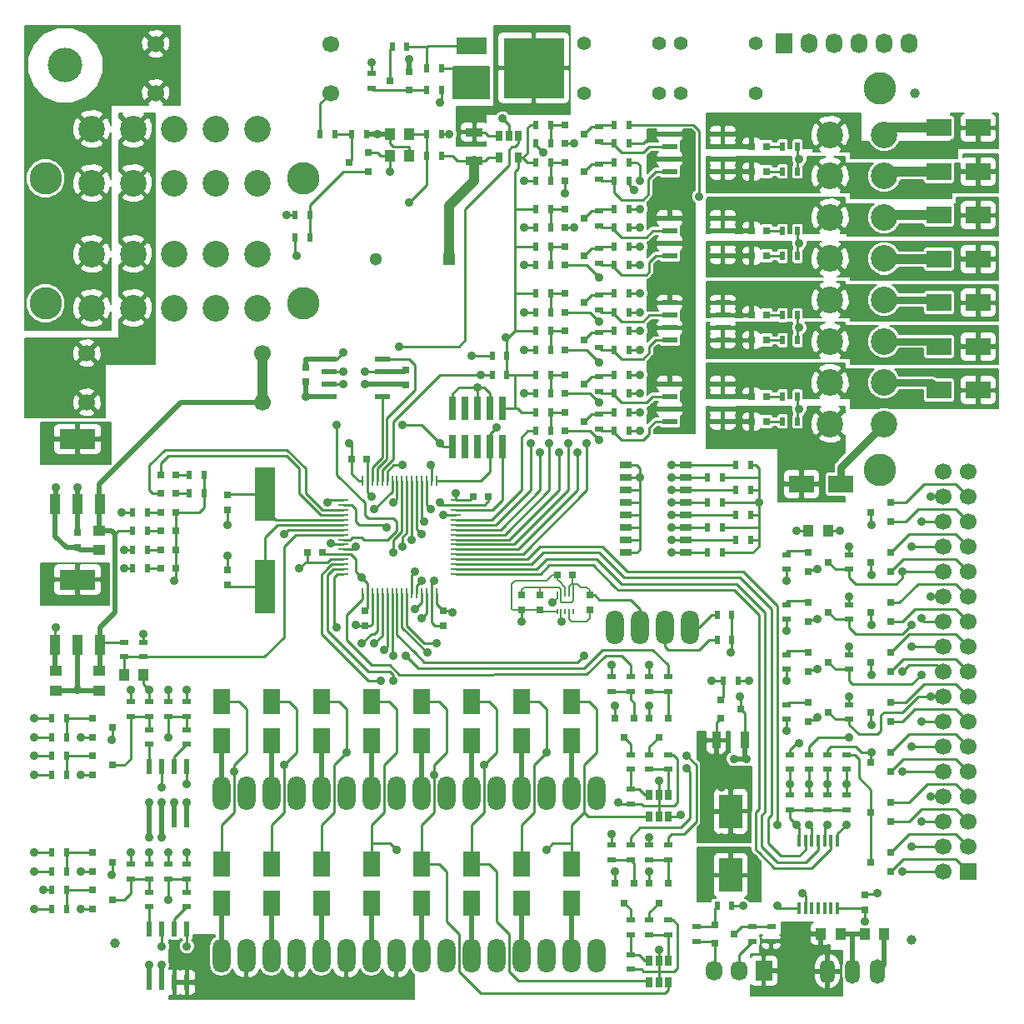
<source format=gtl>
%FSLAX46Y46*%
G04 Gerber Fmt 4.6, Leading zero omitted, Abs format (unit mm)*
G04 Created by KiCad (PCBNEW (2014-10-27 BZR 5228)-product) date 6/26/2015 11:48:30 AM*
%MOMM*%
G01*
G04 APERTURE LIST*
%ADD10C,0.100000*%
%ADD11R,1.250000X0.760000*%
%ADD12R,2.400300X3.500120*%
%ADD13R,0.750000X0.800000*%
%ADD14R,1.000000X1.250000*%
%ADD15R,0.800000X0.750000*%
%ADD16R,1.250000X1.000000*%
%ADD17R,1.300000X1.300000*%
%ADD18C,1.300000*%
%ADD19R,0.797560X0.797560*%
%ADD20R,1.800860X2.499360*%
%ADD21R,2.499360X1.800860*%
%ADD22C,1.700000*%
%ADD23O,1.800860X3.500120*%
%ADD24R,1.727200X2.032000*%
%ADD25O,1.727200X2.032000*%
%ADD26C,2.700000*%
%ADD27C,3.300000*%
%ADD28R,0.760000X2.400000*%
%ADD29R,1.550000X0.600000*%
%ADD30R,0.600000X1.550000*%
%ADD31R,0.500000X0.900000*%
%ADD32R,0.900000X0.500000*%
%ADD33R,1.700000X0.900000*%
%ADD34R,0.900000X1.700000*%
%ADD35R,0.400000X1.200000*%
%ADD36R,1.000000X0.250000*%
%ADD37R,0.250000X1.000000*%
%ADD38R,3.657600X2.032000*%
%ADD39R,1.016000X2.032000*%
%ADD40O,1.501140X2.499360*%
%ADD41R,0.225000X0.600000*%
%ADD42R,1.998980X5.499100*%
%ADD43R,0.800100X0.800100*%
%ADD44R,0.650000X1.060000*%
%ADD45C,1.397000*%
%ADD46C,3.500000*%
%ADD47R,3.048000X1.651000*%
%ADD48R,6.096000X6.096000*%
%ADD49C,1.000000*%
%ADD50R,1.700000X1.700000*%
%ADD51C,0.889000*%
%ADD52C,0.254000*%
%ADD53C,0.508000*%
%ADD54C,0.203200*%
%ADD55C,1.016000*%
%ADD56C,0.762000*%
%ADD57C,0.203800*%
G04 APERTURE END LIST*
D10*
D11*
X123407500Y-125095000D03*
X123407500Y-126365000D03*
X123407500Y-127635000D03*
X123407500Y-128905000D03*
X123407500Y-130175000D03*
X123407500Y-131445000D03*
X123407500Y-132715000D03*
X123407500Y-133985000D03*
X117257500Y-125095000D03*
X117257500Y-126365000D03*
X117257500Y-127635000D03*
X117257500Y-128905000D03*
X117257500Y-130175000D03*
X117257500Y-131445000D03*
X117257500Y-132715000D03*
X117257500Y-133985000D03*
D12*
X127952500Y-160261300D03*
X127952500Y-166763700D03*
D13*
X141605000Y-170295000D03*
X141605000Y-168795000D03*
D14*
X137842500Y-131762500D03*
X135842500Y-131762500D03*
D13*
X76835000Y-128155000D03*
X76835000Y-129655000D03*
X76835000Y-137275000D03*
X76835000Y-135775000D03*
D15*
X89420000Y-124460000D03*
X90920000Y-124460000D03*
X101802500Y-128270000D03*
X103302500Y-128270000D03*
D13*
X98742500Y-139902500D03*
X98742500Y-141402500D03*
D15*
X84975000Y-133985000D03*
X86475000Y-133985000D03*
D13*
X90805000Y-141402500D03*
X90805000Y-139902500D03*
X84772500Y-115137500D03*
X84772500Y-116637500D03*
X94932500Y-115455000D03*
X94932500Y-116955000D03*
D16*
X63817500Y-146002500D03*
X63817500Y-148002500D03*
X59372500Y-146002500D03*
X59372500Y-148002500D03*
D14*
X93297500Y-93662500D03*
X95297500Y-93662500D03*
D16*
X63817500Y-131715000D03*
X63817500Y-133715000D03*
D13*
X61595000Y-131965000D03*
X61595000Y-133465000D03*
D17*
X99377500Y-104140000D03*
D18*
X91877500Y-104140000D03*
D14*
X95297500Y-91440000D03*
X93297500Y-91440000D03*
X66310000Y-146367500D03*
X68310000Y-146367500D03*
X143557500Y-172720000D03*
X141557500Y-172720000D03*
X137112500Y-172720000D03*
X139112500Y-172720000D03*
D13*
X106680000Y-139815000D03*
X106680000Y-138315000D03*
D15*
X110375000Y-136207500D03*
X111875000Y-136207500D03*
D13*
X108585000Y-139815000D03*
X108585000Y-138315000D03*
X113665000Y-139815000D03*
X113665000Y-138315000D03*
D19*
X130060700Y-120650000D03*
X131559300Y-120650000D03*
X130060700Y-92710000D03*
X131559300Y-92710000D03*
X130060700Y-118110000D03*
X131559300Y-118110000D03*
X130060700Y-95250000D03*
X131559300Y-95250000D03*
X130060700Y-112395000D03*
X131559300Y-112395000D03*
X130060700Y-101282500D03*
X131559300Y-101282500D03*
X130060700Y-109855000D03*
X131559300Y-109855000D03*
X130060700Y-103822500D03*
X131559300Y-103822500D03*
D20*
X76200000Y-149131020D03*
X76200000Y-153128980D03*
X86360000Y-149131020D03*
X86360000Y-153128980D03*
X96520000Y-149131020D03*
X96520000Y-153128980D03*
X106680000Y-149131020D03*
X106680000Y-153128980D03*
X76200000Y-165641020D03*
X76200000Y-169638980D03*
X86360000Y-165641020D03*
X86360000Y-169638980D03*
X96520000Y-165641020D03*
X96520000Y-169638980D03*
X106680000Y-165641020D03*
X106680000Y-169638980D03*
X81280000Y-149131020D03*
X81280000Y-153128980D03*
X91440000Y-149131020D03*
X91440000Y-153128980D03*
X101600000Y-149131020D03*
X101600000Y-153128980D03*
X111760000Y-149131020D03*
X111760000Y-153128980D03*
X81280000Y-165641020D03*
X81280000Y-169638980D03*
X91440000Y-165641020D03*
X91440000Y-169638980D03*
X101600000Y-165641020D03*
X101600000Y-169638980D03*
X111760000Y-165641020D03*
X111760000Y-169638980D03*
D19*
X71551800Y-129857500D03*
X70053200Y-129857500D03*
X71551800Y-131762500D03*
X70053200Y-131762500D03*
X71551800Y-133667500D03*
X70053200Y-133667500D03*
X71551800Y-135572500D03*
X70053200Y-135572500D03*
D21*
X135161020Y-127000000D03*
X139158980Y-127000000D03*
X153128980Y-90805000D03*
X149131020Y-90805000D03*
X153128980Y-117475000D03*
X149131020Y-117475000D03*
X153128980Y-95250000D03*
X149131020Y-95250000D03*
X153128980Y-113030000D03*
X149131020Y-113030000D03*
X153128980Y-99695000D03*
X149131020Y-99695000D03*
X153128980Y-108585000D03*
X149131020Y-108585000D03*
X153128980Y-104140000D03*
X149131020Y-104140000D03*
D22*
X62537500Y-113705000D03*
X62537500Y-118705000D03*
X80337500Y-118705000D03*
X80337500Y-113705000D03*
X69522500Y-82272500D03*
X69522500Y-87272500D03*
X87322500Y-87272500D03*
X87322500Y-82272500D03*
D19*
X71551800Y-127952500D03*
X70053200Y-127952500D03*
D23*
X116205000Y-141605000D03*
X118745000Y-141605000D03*
X121285000Y-141605000D03*
X123825000Y-141605000D03*
D24*
X131313679Y-176482250D03*
D25*
X128773679Y-176482250D03*
X126233679Y-176482250D03*
D26*
X71437500Y-90912500D03*
X71437500Y-96412500D03*
X75637500Y-90912500D03*
X75637500Y-96412500D03*
X79837500Y-90912500D03*
X79837500Y-96412500D03*
X67237500Y-96412500D03*
X67237500Y-90912500D03*
X63037500Y-96412500D03*
X63037500Y-90912500D03*
D27*
X84537500Y-95952500D03*
X58337500Y-95952500D03*
D26*
X71437500Y-103612500D03*
X71437500Y-109112500D03*
X75637500Y-103612500D03*
X75637500Y-109112500D03*
X79837500Y-103612500D03*
X79837500Y-109112500D03*
X67237500Y-109112500D03*
X67237500Y-103612500D03*
X63037500Y-109112500D03*
X63037500Y-103612500D03*
D27*
X84537500Y-108652500D03*
X58337500Y-108652500D03*
D26*
X138061250Y-112503750D03*
X143561250Y-112503750D03*
X138061250Y-108303750D03*
X143561250Y-108303750D03*
X138061250Y-104103750D03*
X143561250Y-104103750D03*
X143561250Y-116703750D03*
X138061250Y-116703750D03*
X143561250Y-120903750D03*
X138061250Y-120903750D03*
D27*
X143101250Y-86803750D03*
X143101250Y-125603750D03*
D26*
X138061250Y-99903750D03*
X143561250Y-99903750D03*
X138061250Y-95703750D03*
X143561250Y-95703750D03*
X143561250Y-91503750D03*
X138061250Y-91503750D03*
D23*
X76200000Y-158432500D03*
X78740000Y-158432500D03*
X81280000Y-158432500D03*
X83820000Y-158432500D03*
X86360000Y-158432500D03*
X88900000Y-158432500D03*
X91440000Y-158432500D03*
X93980000Y-158432500D03*
X96520000Y-158432500D03*
X99060000Y-158432500D03*
X101600000Y-158432500D03*
X104140000Y-158432500D03*
X106680000Y-158432500D03*
X109220000Y-158432500D03*
X111760000Y-158432500D03*
X114300000Y-158432500D03*
X76200000Y-174942500D03*
X78740000Y-174942500D03*
X81280000Y-174942500D03*
X83820000Y-174942500D03*
X86360000Y-174942500D03*
X88900000Y-174942500D03*
X91440000Y-174942500D03*
X93980000Y-174942500D03*
X96520000Y-174942500D03*
X99060000Y-174942500D03*
X101600000Y-174942500D03*
X104140000Y-174942500D03*
X106680000Y-174942500D03*
X109220000Y-174942500D03*
X111760000Y-174942500D03*
X114300000Y-174942500D03*
D19*
X71551800Y-126047500D03*
X70053200Y-126047500D03*
D28*
X99695000Y-123235000D03*
X99695000Y-119335000D03*
X100965000Y-123235000D03*
X100965000Y-119335000D03*
X104775000Y-119335000D03*
X104775000Y-123235000D03*
X103505000Y-119335000D03*
X103505000Y-123235000D03*
X102235000Y-119335000D03*
X102235000Y-123235000D03*
D29*
X121760000Y-116840000D03*
X121760000Y-118110000D03*
X121760000Y-119380000D03*
X121760000Y-120650000D03*
X127160000Y-120650000D03*
X127160000Y-119380000D03*
X127160000Y-118110000D03*
X127160000Y-116840000D03*
X121760000Y-91440000D03*
X121760000Y-92710000D03*
X121760000Y-93980000D03*
X121760000Y-95250000D03*
X127160000Y-95250000D03*
X127160000Y-93980000D03*
X127160000Y-92710000D03*
X127160000Y-91440000D03*
X121760000Y-108585000D03*
X121760000Y-109855000D03*
X121760000Y-111125000D03*
X121760000Y-112395000D03*
X127160000Y-112395000D03*
X127160000Y-111125000D03*
X127160000Y-109855000D03*
X127160000Y-108585000D03*
X121760000Y-100012500D03*
X121760000Y-101282500D03*
X121760000Y-102552500D03*
X121760000Y-103822500D03*
X127160000Y-103822500D03*
X127160000Y-102552500D03*
X127160000Y-101282500D03*
X127160000Y-100012500D03*
D30*
X72707500Y-155732500D03*
X71437500Y-155732500D03*
X70167500Y-155732500D03*
X68897500Y-155732500D03*
X68897500Y-161132500D03*
X70167500Y-161132500D03*
X71437500Y-161132500D03*
X72707500Y-161132500D03*
X72707500Y-172242500D03*
X71437500Y-172242500D03*
X70167500Y-172242500D03*
X68897500Y-172242500D03*
X68897500Y-177642500D03*
X70167500Y-177642500D03*
X71437500Y-177642500D03*
X72707500Y-177642500D03*
D31*
X108152500Y-119697500D03*
X109652500Y-119697500D03*
X117590000Y-119697500D03*
X116090000Y-119697500D03*
X134735000Y-120650000D03*
X133235000Y-120650000D03*
X134735000Y-92710000D03*
X133235000Y-92710000D03*
X117590000Y-90487500D03*
X116090000Y-90487500D03*
X108152500Y-90487500D03*
X109652500Y-90487500D03*
X108152500Y-121602500D03*
X109652500Y-121602500D03*
X117590000Y-121602500D03*
X116090000Y-121602500D03*
X117590000Y-92392500D03*
X116090000Y-92392500D03*
X108152500Y-92392500D03*
X109652500Y-92392500D03*
D32*
X114617500Y-121400000D03*
X114617500Y-119900000D03*
X114617500Y-90690000D03*
X114617500Y-92190000D03*
D31*
X108152500Y-115887500D03*
X109652500Y-115887500D03*
X117590000Y-115887500D03*
X116090000Y-115887500D03*
X134735000Y-118110000D03*
X133235000Y-118110000D03*
X134735000Y-95250000D03*
X133235000Y-95250000D03*
X117590000Y-94297500D03*
X116090000Y-94297500D03*
X108152500Y-94297500D03*
X109652500Y-94297500D03*
X108152500Y-117792500D03*
X109652500Y-117792500D03*
X117590000Y-117792500D03*
X116090000Y-117792500D03*
X117590000Y-96202500D03*
X116090000Y-96202500D03*
X108152500Y-96202500D03*
X109652500Y-96202500D03*
D32*
X114617500Y-117590000D03*
X114617500Y-116090000D03*
X114617500Y-94500000D03*
X114617500Y-96000000D03*
D31*
X108152500Y-111442500D03*
X109652500Y-111442500D03*
X117590000Y-111442500D03*
X116090000Y-111442500D03*
X134735000Y-112395000D03*
X133235000Y-112395000D03*
X134735000Y-101282500D03*
X133235000Y-101282500D03*
X117590000Y-99060000D03*
X116090000Y-99060000D03*
X108152500Y-99060000D03*
X109652500Y-99060000D03*
X108152500Y-113347500D03*
X109652500Y-113347500D03*
X117590000Y-113347500D03*
X116090000Y-113347500D03*
X117590000Y-100965000D03*
X116090000Y-100965000D03*
X108152500Y-100965000D03*
X109652500Y-100965000D03*
D32*
X114617500Y-113145000D03*
X114617500Y-111645000D03*
X114617500Y-99262500D03*
X114617500Y-100762500D03*
D31*
X108152500Y-107632500D03*
X109652500Y-107632500D03*
X117590000Y-107632500D03*
X116090000Y-107632500D03*
X134735000Y-109855000D03*
X133235000Y-109855000D03*
X134735000Y-103822500D03*
X133235000Y-103822500D03*
X117590000Y-102870000D03*
X116090000Y-102870000D03*
X108152500Y-102870000D03*
X109652500Y-102870000D03*
X108152500Y-109537500D03*
X109652500Y-109537500D03*
X117590000Y-109537500D03*
X116090000Y-109537500D03*
X117590000Y-104775000D03*
X116090000Y-104775000D03*
X108152500Y-104775000D03*
X109652500Y-104775000D03*
D32*
X114617500Y-109335000D03*
X114617500Y-107835000D03*
X114617500Y-103072500D03*
X114617500Y-104572500D03*
X121602500Y-171335000D03*
X121602500Y-172835000D03*
X117792500Y-176327500D03*
X117792500Y-174827500D03*
X121602500Y-154507500D03*
X121602500Y-156007500D03*
X117792500Y-159500000D03*
X117792500Y-158000000D03*
X119697500Y-163715000D03*
X119697500Y-165215000D03*
X119697500Y-172835000D03*
X119697500Y-171335000D03*
X115887500Y-163715000D03*
X115887500Y-165215000D03*
X117792500Y-172835000D03*
X117792500Y-171335000D03*
X119697500Y-146570000D03*
X119697500Y-148070000D03*
X119697500Y-156007500D03*
X119697500Y-154507500D03*
X115887500Y-146570000D03*
X115887500Y-148070000D03*
X117792500Y-156007500D03*
X117792500Y-154507500D03*
X121602500Y-163715000D03*
X121602500Y-165215000D03*
X117792500Y-163715000D03*
X117792500Y-165215000D03*
X121602500Y-146570000D03*
X121602500Y-148070000D03*
X117792500Y-146570000D03*
X117792500Y-148070000D03*
D31*
X58940000Y-150812500D03*
X60440000Y-150812500D03*
D32*
X70802500Y-149110000D03*
X70802500Y-150610000D03*
D31*
X58940000Y-154622500D03*
X60440000Y-154622500D03*
D32*
X66992500Y-149110000D03*
X66992500Y-150610000D03*
D31*
X58940000Y-164465000D03*
X60440000Y-164465000D03*
D32*
X70802500Y-165620000D03*
X70802500Y-167120000D03*
D31*
X58940000Y-168275000D03*
X60440000Y-168275000D03*
D32*
X66992500Y-165620000D03*
X66992500Y-167120000D03*
X72707500Y-153467500D03*
X72707500Y-151967500D03*
X68897500Y-151967500D03*
X68897500Y-153467500D03*
X72707500Y-168477500D03*
X72707500Y-169977500D03*
X68897500Y-168477500D03*
X68897500Y-169977500D03*
D31*
X58940000Y-152717500D03*
X60440000Y-152717500D03*
D32*
X72707500Y-150610000D03*
X72707500Y-149110000D03*
D31*
X58940000Y-156527500D03*
X60440000Y-156527500D03*
D32*
X68897500Y-150610000D03*
X68897500Y-149110000D03*
D31*
X58940000Y-166370000D03*
X60440000Y-166370000D03*
D32*
X72707500Y-167120000D03*
X72707500Y-165620000D03*
D31*
X58940000Y-170180000D03*
X60440000Y-170180000D03*
D32*
X68897500Y-167120000D03*
X68897500Y-165620000D03*
X140017500Y-134187500D03*
X140017500Y-135687500D03*
X140017500Y-139267500D03*
X140017500Y-140767500D03*
X140017500Y-144347500D03*
X140017500Y-145847500D03*
X140017500Y-149427500D03*
X140017500Y-150927500D03*
X139700000Y-156007500D03*
X139700000Y-154507500D03*
X137795000Y-156007500D03*
X137795000Y-154507500D03*
X133667500Y-134187500D03*
X133667500Y-135687500D03*
X135890000Y-156007500D03*
X135890000Y-154507500D03*
X133667500Y-139267500D03*
X133667500Y-140767500D03*
X133985000Y-156007500D03*
X133985000Y-154507500D03*
X133667500Y-144347500D03*
X133667500Y-145847500D03*
X139700000Y-158635000D03*
X139700000Y-160135000D03*
X137795000Y-158635000D03*
X137795000Y-160135000D03*
X135890000Y-158635000D03*
X135890000Y-160135000D03*
X133985000Y-158635000D03*
X133985000Y-160135000D03*
X133667500Y-149427500D03*
X133667500Y-150927500D03*
D31*
X105207500Y-113982500D03*
X103707500Y-113982500D03*
X105207500Y-115887500D03*
X103707500Y-115887500D03*
X72910000Y-127952500D03*
X74410000Y-127952500D03*
X72910000Y-126047500D03*
X74410000Y-126047500D03*
X128067500Y-142875000D03*
X126567500Y-142875000D03*
X128067500Y-140335000D03*
X126567500Y-140335000D03*
X125615000Y-133985000D03*
X127115000Y-133985000D03*
X128472500Y-132715000D03*
X129972500Y-132715000D03*
X125615000Y-131445000D03*
X127115000Y-131445000D03*
X128472500Y-130175000D03*
X129972500Y-130175000D03*
X125615000Y-128905000D03*
X127115000Y-128905000D03*
X128472500Y-127635000D03*
X129972500Y-127635000D03*
X125615000Y-126365000D03*
X127115000Y-126365000D03*
X128472500Y-125095000D03*
X129972500Y-125095000D03*
X85205000Y-101917500D03*
X83705000Y-101917500D03*
X85205000Y-99695000D03*
X83705000Y-99695000D03*
X87745000Y-91440000D03*
X86245000Y-91440000D03*
X89420000Y-91440000D03*
X90920000Y-91440000D03*
D33*
X101917500Y-94160000D03*
X101917500Y-91260000D03*
D31*
X98540000Y-93662500D03*
X97040000Y-93662500D03*
X98540000Y-84772500D03*
X97040000Y-84772500D03*
X97040000Y-91440000D03*
X98540000Y-91440000D03*
D34*
X126502500Y-153035000D03*
X129402500Y-153035000D03*
D31*
X95047500Y-82550000D03*
X93547500Y-82550000D03*
D32*
X91440000Y-86792500D03*
X91440000Y-85292500D03*
D31*
X97040000Y-86995000D03*
X98540000Y-86995000D03*
X127202500Y-147002500D03*
X128702500Y-147002500D03*
D32*
X66357500Y-144577500D03*
X66357500Y-143077500D03*
D31*
X67195000Y-129857500D03*
X68695000Y-129857500D03*
X67195000Y-131762500D03*
X68695000Y-131762500D03*
X67195000Y-133667500D03*
X68695000Y-133667500D03*
X67195000Y-135572500D03*
X68695000Y-135572500D03*
D32*
X68262500Y-144577500D03*
X68262500Y-143077500D03*
X132080000Y-173470000D03*
X132080000Y-171970000D03*
X130175000Y-173470000D03*
X130175000Y-171970000D03*
D31*
X126567500Y-169862500D03*
X128067500Y-169862500D03*
D32*
X124460000Y-171970000D03*
X124460000Y-173470000D03*
D24*
X133350000Y-82232500D03*
D25*
X135890000Y-82232500D03*
X138430000Y-82232500D03*
X140970000Y-82232500D03*
X143510000Y-82232500D03*
X146050000Y-82232500D03*
D35*
X138792500Y-163237500D03*
X138142500Y-163237500D03*
X137492500Y-163237500D03*
X136842500Y-163237500D03*
X136192500Y-163237500D03*
X135542500Y-163237500D03*
X134892500Y-163237500D03*
X134892500Y-170137500D03*
X135542500Y-170137500D03*
X136192500Y-170137500D03*
X136842500Y-170137500D03*
X137492500Y-170137500D03*
X138142500Y-170137500D03*
X138792500Y-170137500D03*
D36*
X88597500Y-128647500D03*
X88597500Y-129147500D03*
X88597500Y-129647500D03*
X88597500Y-130147500D03*
X88597500Y-130647500D03*
X88597500Y-131147500D03*
X88597500Y-131647500D03*
X88597500Y-132147500D03*
X88597500Y-132647500D03*
X88597500Y-133147500D03*
X88597500Y-133647500D03*
X88597500Y-134147500D03*
X88597500Y-134647500D03*
X88597500Y-135147500D03*
X88597500Y-135647500D03*
X88597500Y-136147500D03*
D37*
X90547500Y-138097500D03*
X91047500Y-138097500D03*
X91547500Y-138097500D03*
X92047500Y-138097500D03*
X92547500Y-138097500D03*
X93047500Y-138097500D03*
X93547500Y-138097500D03*
X94047500Y-138097500D03*
X94547500Y-138097500D03*
X95047500Y-138097500D03*
X95547500Y-138097500D03*
X96047500Y-138097500D03*
X96547500Y-138097500D03*
X97047500Y-138097500D03*
X97547500Y-138097500D03*
X98047500Y-138097500D03*
D36*
X99997500Y-136147500D03*
X99997500Y-135647500D03*
X99997500Y-135147500D03*
X99997500Y-134647500D03*
X99997500Y-134147500D03*
X99997500Y-133647500D03*
X99997500Y-133147500D03*
X99997500Y-132647500D03*
X99997500Y-132147500D03*
X99997500Y-131647500D03*
X99997500Y-131147500D03*
X99997500Y-130647500D03*
X99997500Y-130147500D03*
X99997500Y-129647500D03*
X99997500Y-129147500D03*
X99997500Y-128647500D03*
D37*
X98047500Y-126697500D03*
X97547500Y-126697500D03*
X97047500Y-126697500D03*
X96547500Y-126697500D03*
X96047500Y-126697500D03*
X95547500Y-126697500D03*
X95047500Y-126697500D03*
X94547500Y-126697500D03*
X94047500Y-126697500D03*
X93547500Y-126697500D03*
X93047500Y-126697500D03*
X92547500Y-126697500D03*
X92047500Y-126697500D03*
X91547500Y-126697500D03*
X91047500Y-126697500D03*
X90547500Y-126697500D03*
D29*
X92552500Y-118110000D03*
X92552500Y-116840000D03*
X92552500Y-115570000D03*
X92552500Y-114300000D03*
X87152500Y-114300000D03*
X87152500Y-115570000D03*
X87152500Y-116840000D03*
X87152500Y-118110000D03*
D38*
X61595000Y-136715500D03*
D39*
X61595000Y-143319500D03*
X63881000Y-143319500D03*
X59309000Y-143319500D03*
D38*
X61595000Y-122428000D03*
D39*
X61595000Y-129032000D03*
X63881000Y-129032000D03*
X59309000Y-129032000D03*
D40*
X140335000Y-176530000D03*
X142875000Y-176530000D03*
X137795000Y-176530000D03*
D41*
X110325000Y-139965000D03*
X110725000Y-139965000D03*
X111125000Y-139965000D03*
X111525000Y-139965000D03*
X111925000Y-139965000D03*
X111925000Y-138165000D03*
X111525000Y-138165000D03*
X111125000Y-138165000D03*
X110725000Y-138165000D03*
X110325000Y-138165000D03*
D42*
X80645000Y-128016000D03*
X80645000Y-137414000D03*
D43*
X144193260Y-166367500D03*
X144193260Y-164467500D03*
X142194280Y-165417500D03*
X144193260Y-161287500D03*
X144193260Y-159387500D03*
X142194280Y-160337500D03*
X144193260Y-156207500D03*
X144193260Y-154307500D03*
X142194280Y-155257500D03*
X144193260Y-151127500D03*
X144193260Y-149227500D03*
X142194280Y-150177500D03*
X144193260Y-146047500D03*
X144193260Y-144147500D03*
X142194280Y-145097500D03*
X144193260Y-140967500D03*
X144193260Y-139067500D03*
X142194280Y-140017500D03*
X144193260Y-135887500D03*
X144193260Y-133987500D03*
X142194280Y-134937500D03*
X144193260Y-130807500D03*
X144193260Y-128907500D03*
X142194280Y-129857500D03*
X111076740Y-119700000D03*
X111076740Y-121600000D03*
X113075720Y-120650000D03*
X111076740Y-90490000D03*
X111076740Y-92390000D03*
X113075720Y-91440000D03*
X111076740Y-115890000D03*
X111076740Y-117790000D03*
X113075720Y-116840000D03*
X111076740Y-94300000D03*
X111076740Y-96200000D03*
X113075720Y-95250000D03*
X111076740Y-111445000D03*
X111076740Y-113345000D03*
X113075720Y-112395000D03*
X111076740Y-99062500D03*
X111076740Y-100962500D03*
X113075720Y-100012500D03*
X111076740Y-107635000D03*
X111076740Y-109535000D03*
X113075720Y-108585000D03*
X111076740Y-102872500D03*
X111076740Y-104772500D03*
X113075720Y-103822500D03*
D44*
X121600000Y-175430000D03*
X120650000Y-175430000D03*
X119700000Y-175430000D03*
X119700000Y-177630000D03*
X121600000Y-177630000D03*
X120650000Y-177630000D03*
X121600000Y-158602500D03*
X120650000Y-158602500D03*
X119700000Y-158602500D03*
X119700000Y-160802500D03*
X121600000Y-160802500D03*
X120650000Y-160802500D03*
D43*
X121600000Y-167591740D03*
X119700000Y-167591740D03*
X120650000Y-169590720D03*
X118107500Y-167591740D03*
X116207500Y-167591740D03*
X117157500Y-169590720D03*
X121600000Y-150764240D03*
X119700000Y-150764240D03*
X120650000Y-152763220D03*
X118107500Y-150764240D03*
X116207500Y-150764240D03*
X117157500Y-152763220D03*
X63134240Y-150815000D03*
X63134240Y-152715000D03*
X65133220Y-151765000D03*
X63134240Y-154625000D03*
X63134240Y-156525000D03*
X65133220Y-155575000D03*
X63134240Y-164467500D03*
X63134240Y-166367500D03*
X65133220Y-165417500D03*
X63134240Y-168277500D03*
X63134240Y-170177500D03*
X65133220Y-169227500D03*
X135841740Y-133987500D03*
X135841740Y-135887500D03*
X137840720Y-134937500D03*
X135841740Y-139067500D03*
X135841740Y-140967500D03*
X137840720Y-140017500D03*
X135841740Y-144147500D03*
X135841740Y-146047500D03*
X137840720Y-145097500D03*
X135841740Y-149227500D03*
X135841740Y-151127500D03*
X137840720Y-150177500D03*
X91170760Y-95247500D03*
X91170760Y-93347500D03*
X89171780Y-94297500D03*
X95298260Y-86992500D03*
X95298260Y-85092500D03*
X93299280Y-86042500D03*
X126316740Y-171770000D03*
X126316740Y-173670000D03*
X128315720Y-172720000D03*
D44*
X106360000Y-91610000D03*
X105410000Y-91610000D03*
X104460000Y-91610000D03*
X104460000Y-93810000D03*
X106360000Y-93810000D03*
D43*
X126951740Y-148910000D03*
X126951740Y-150810000D03*
X128950720Y-149860000D03*
D45*
X130492500Y-82232500D03*
X130492500Y-87312500D03*
X122872500Y-82232500D03*
X122872500Y-87312500D03*
X120650000Y-82232500D03*
X120650000Y-87312500D03*
X113030000Y-82232500D03*
X113030000Y-87312500D03*
D46*
X60325000Y-84455000D03*
D47*
X101592000Y-82443833D03*
D48*
X107942000Y-84729833D03*
D47*
X101592000Y-87015833D03*
D49*
X146685000Y-87312500D03*
X65405000Y-173672500D03*
X146367500Y-173355000D03*
D50*
X152082500Y-166370000D03*
D22*
X149542500Y-166370000D03*
X152082500Y-163830000D03*
X149542500Y-163830000D03*
X152082500Y-161290000D03*
X149542500Y-161290000D03*
X152082500Y-158750000D03*
X149542500Y-158750000D03*
X152082500Y-156210000D03*
X149542500Y-156210000D03*
X152082500Y-153670000D03*
X149542500Y-153670000D03*
X152082500Y-151130000D03*
X149542500Y-151130000D03*
X152082500Y-148590000D03*
X149542500Y-148590000D03*
X152082500Y-146050000D03*
X149542500Y-146050000D03*
X152082500Y-143510000D03*
X149542500Y-143510000D03*
X152082500Y-140970000D03*
X149542500Y-140970000D03*
X152082500Y-138430000D03*
X149542500Y-138430000D03*
X152082500Y-135890000D03*
X149542500Y-135890000D03*
X152082500Y-133350000D03*
X149542500Y-133350000D03*
X152082500Y-130810000D03*
X149542500Y-130810000D03*
X152082500Y-128270000D03*
X149542500Y-128270000D03*
X152082500Y-125730000D03*
X149542500Y-125730000D03*
D51*
X98742500Y-130175000D03*
X121920000Y-125095000D03*
X121920000Y-126365000D03*
X97472500Y-129540000D03*
X121920000Y-127635000D03*
X96837500Y-130810000D03*
X121920000Y-128905000D03*
X96520000Y-132080000D03*
X121920000Y-130175000D03*
X95567500Y-132715000D03*
X121920000Y-131445000D03*
X94615000Y-133350000D03*
X121920000Y-132715000D03*
X93662500Y-133985000D03*
X121920000Y-133985000D03*
X93027500Y-131445000D03*
X116522500Y-159385000D03*
X120650000Y-157162500D03*
X66992500Y-164465000D03*
X70802500Y-164465000D03*
X66992500Y-147955000D03*
X70802500Y-147955000D03*
X120650000Y-174307500D03*
X128270000Y-162877500D03*
X125730000Y-162877500D03*
X125730000Y-161607500D03*
X127000000Y-162877500D03*
X125730000Y-157797500D03*
X125730000Y-160337500D03*
X125730000Y-159067500D03*
X127000000Y-157797500D03*
X114617500Y-122555000D03*
X118110000Y-97155000D03*
X118745000Y-104775000D03*
X120015000Y-91440000D03*
X118745000Y-121602500D03*
X114617500Y-118745000D03*
X118745000Y-117792500D03*
X114617500Y-114617500D03*
X114617500Y-110490000D03*
X118745000Y-113347500D03*
X118745000Y-109537500D03*
X114617500Y-106045000D03*
X112077500Y-100965000D03*
X118745000Y-100965000D03*
X111125000Y-97472500D03*
X112077500Y-92392500D03*
X61912500Y-170180000D03*
X61912500Y-166370000D03*
X70167500Y-173990000D03*
X72707500Y-173990000D03*
X70167500Y-157797500D03*
X72707500Y-157480000D03*
X61912500Y-156527500D03*
X61912500Y-152717500D03*
X116205000Y-149542500D03*
X119697500Y-149542500D03*
X76835000Y-134302500D03*
X76835000Y-131127500D03*
X72707500Y-164465000D03*
X68897500Y-164465000D03*
X136732670Y-150762081D03*
X136799518Y-145771010D03*
X136799518Y-140691010D03*
X136799518Y-135611010D03*
X97790000Y-136842500D03*
X91440000Y-128270000D03*
X84772500Y-118110000D03*
X90805000Y-116840000D03*
X98425000Y-128905000D03*
X102235000Y-117157500D03*
X72707500Y-147955000D03*
X95250000Y-83820000D03*
X92075000Y-91440000D03*
X61595000Y-147955000D03*
X104775000Y-89852500D03*
X82867500Y-99695000D03*
X68897500Y-147955000D03*
X68262500Y-142240000D03*
X115887500Y-145415000D03*
X119697500Y-145415000D03*
X130810000Y-128905000D03*
X129857500Y-147002500D03*
X134620000Y-161607500D03*
X71437500Y-136842500D03*
X134620000Y-131762500D03*
X99377500Y-91440000D03*
X90487500Y-136525000D03*
X119697500Y-166370000D03*
X116205000Y-166370000D03*
X119697500Y-162877500D03*
X115887500Y-162560000D03*
X130175000Y-165417500D03*
X130175000Y-167957500D03*
X130175000Y-166687500D03*
X125730000Y-167957500D03*
X125730000Y-165417500D03*
X125730000Y-166687500D03*
X123507500Y-120650000D03*
X123507500Y-119380000D03*
X123507500Y-118110000D03*
X123507500Y-116840000D03*
X123507500Y-112395000D03*
X123507500Y-111125000D03*
X123507500Y-109855000D03*
X123507500Y-108585000D03*
X123507500Y-103822500D03*
X123507500Y-102552500D03*
X123507500Y-101282500D03*
X123507500Y-100012500D03*
X123507500Y-95250000D03*
X123507500Y-93980000D03*
X123507500Y-92710000D03*
X123507500Y-91440000D03*
X120015000Y-102552500D03*
X120015000Y-100012500D03*
X120015000Y-93980000D03*
X120015000Y-108585000D03*
X120015000Y-111125000D03*
X120015000Y-119380000D03*
X120015000Y-116840000D03*
X98425000Y-88265000D03*
X142875000Y-168592500D03*
X58737500Y-136207500D03*
X58737500Y-138747500D03*
X60325000Y-138747500D03*
X58737500Y-137477500D03*
X64452500Y-136207500D03*
X64452500Y-138747500D03*
X62865000Y-138747500D03*
X61595000Y-138747500D03*
X64452500Y-137477500D03*
X59372500Y-127317500D03*
X118745000Y-96202500D03*
X118745000Y-102870000D03*
X124777500Y-97790000D03*
X118745000Y-119697500D03*
X118745000Y-115887500D03*
X118745000Y-111442500D03*
X118745000Y-107632500D03*
X118745000Y-99060000D03*
X134937500Y-119380000D03*
X134937500Y-111125000D03*
X134937500Y-102552500D03*
X134937500Y-93980000D03*
X140017500Y-148590000D03*
X140017500Y-143510000D03*
X140017500Y-138430000D03*
X140017500Y-133350000D03*
X139065000Y-131762500D03*
X128905000Y-148590000D03*
X128270000Y-154940000D03*
X129540000Y-154940000D03*
X59372500Y-141605000D03*
X90805000Y-115570000D03*
X66357500Y-133667500D03*
X93345000Y-95250000D03*
X89852500Y-133350000D03*
X95250000Y-98425000D03*
X87312500Y-133032500D03*
X77470000Y-156210000D03*
X97790000Y-156527500D03*
X122872500Y-160655000D03*
X109220000Y-154305000D03*
X88900000Y-154305000D03*
X82550000Y-155575000D03*
X102870000Y-155575000D03*
X109220000Y-164147500D03*
X93980000Y-164147500D03*
X66040000Y-129857500D03*
X101592000Y-85407500D03*
X102870000Y-85407500D03*
X100330000Y-85407500D03*
X110807500Y-140970000D03*
X91757500Y-129540000D03*
X109855000Y-139065000D03*
X94615000Y-125095000D03*
X88582500Y-116840000D03*
X88582500Y-115570000D03*
X72707500Y-159385000D03*
X71437500Y-159385000D03*
X70167500Y-162877500D03*
X68897500Y-162877500D03*
X68897500Y-159385000D03*
X70167500Y-159385000D03*
X68897500Y-175895000D03*
X70167500Y-175895000D03*
X145415000Y-146050000D03*
X145415000Y-135890000D03*
X145415000Y-156210000D03*
X145415000Y-166370000D03*
X146367500Y-141287500D03*
X146367500Y-143510000D03*
X146367500Y-133350000D03*
X146367500Y-153670000D03*
X146367500Y-163830000D03*
X147320000Y-146367500D03*
X147320000Y-140652500D03*
X147320000Y-151130000D03*
X147320000Y-130810000D03*
X147320000Y-161290000D03*
X148272500Y-148590000D03*
X148272500Y-138430000D03*
X148272500Y-128270000D03*
X148272500Y-158750000D03*
X104140000Y-121285000D03*
X113347500Y-122872500D03*
X108902500Y-93345000D03*
X107632500Y-122872500D03*
X106997500Y-117792500D03*
X106997500Y-96202500D03*
X112395000Y-123825000D03*
X108585000Y-123825000D03*
X106997500Y-113347500D03*
X111442500Y-122872500D03*
X106997500Y-100965000D03*
X109537500Y-122872500D03*
X106997500Y-109537500D03*
X110490000Y-123825000D03*
X106997500Y-104775000D03*
X92392500Y-147002500D03*
X123507500Y-154622500D03*
X93662500Y-147002500D03*
X123507500Y-155892500D03*
X94932500Y-144462500D03*
X87947500Y-141605000D03*
X65087500Y-153035000D03*
X70802500Y-152717500D03*
X65087500Y-166687500D03*
X70802500Y-169227500D03*
X90487500Y-143192500D03*
X57150000Y-152717500D03*
X91757500Y-143192500D03*
X57150000Y-156527500D03*
X92710000Y-143827500D03*
X57150000Y-166370000D03*
X93662500Y-144462500D03*
X57150000Y-170180000D03*
X139700000Y-161607500D03*
X139700000Y-157480000D03*
X137795000Y-161607500D03*
X137795000Y-157480000D03*
X142240000Y-154305000D03*
X142240000Y-151447500D03*
X95885000Y-135890000D03*
X133667500Y-136842500D03*
X135890000Y-161607500D03*
X135890000Y-157480000D03*
X142240000Y-146367500D03*
X142240000Y-141287500D03*
X140017500Y-152717500D03*
X96520000Y-136842500D03*
X133667500Y-141922500D03*
X135255000Y-168592500D03*
X133985000Y-157480000D03*
X142240000Y-131127500D03*
X142240000Y-136207500D03*
X134937500Y-153352500D03*
X133667500Y-147002500D03*
X95885000Y-139700000D03*
X96520000Y-140652500D03*
X133667500Y-152082500D03*
X101600000Y-113982500D03*
X82550000Y-132080000D03*
X94615000Y-120967500D03*
X98425000Y-122872500D03*
X102552500Y-115887500D03*
X83820000Y-103822500D03*
X97155000Y-144145000D03*
X91440000Y-84137500D03*
X98107500Y-143192500D03*
X126047500Y-147002500D03*
X113030000Y-144462500D03*
X129222500Y-169862500D03*
X93662500Y-128905000D03*
X97472500Y-125095000D03*
X132715000Y-161607500D03*
X132715000Y-169862500D03*
X94297500Y-113030000D03*
X87947500Y-120967500D03*
X66357500Y-135572500D03*
X99695000Y-140017500D03*
X106680000Y-140970000D03*
X89852500Y-141287500D03*
X141605000Y-171450000D03*
X100012500Y-127952500D03*
X118745000Y-126365000D03*
X84137500Y-135572500D03*
X57150000Y-154622500D03*
X57150000Y-150812500D03*
X57150000Y-164465000D03*
X58102500Y-168275000D03*
X105092500Y-112077500D03*
X88582500Y-113665000D03*
X127952500Y-144145000D03*
X89217500Y-122872500D03*
X86995000Y-128905000D03*
X61595000Y-127317500D03*
X64452500Y-123190000D03*
X58737500Y-123190000D03*
X60325000Y-124460000D03*
X58737500Y-124460000D03*
X58737500Y-121920000D03*
X61595000Y-124460000D03*
X62865000Y-124460000D03*
X64452500Y-121920000D03*
D52*
X98770000Y-130147500D02*
X99997500Y-130147500D01*
X98742500Y-130175000D02*
X98770000Y-130147500D01*
X123407500Y-125095000D02*
X121920000Y-125095000D01*
X128472500Y-125095000D02*
X123407500Y-125095000D01*
X97472500Y-129540000D02*
X97047500Y-129115000D01*
X97047500Y-129115000D02*
X97047500Y-126697500D01*
X123407500Y-126365000D02*
X121920000Y-126365000D01*
X125615000Y-126365000D02*
X123407500Y-126365000D01*
X96837500Y-130810000D02*
X96865000Y-130782500D01*
X96520000Y-130492500D02*
X96547500Y-126697500D01*
X96865000Y-130782500D02*
X96520000Y-130492500D01*
X123407500Y-127635000D02*
X121920000Y-127635000D01*
X128472500Y-127635000D02*
X123407500Y-127635000D01*
X123407500Y-128905000D02*
X121920000Y-128905000D01*
X125615000Y-128905000D02*
X123407500Y-128905000D01*
X96365000Y-131925000D02*
X96520000Y-132080000D01*
X96043750Y-131603750D02*
X96365000Y-131925000D01*
X96047500Y-126697500D02*
X96043750Y-131603750D01*
X123407500Y-130175000D02*
X121920000Y-130175000D01*
X123407500Y-130175000D02*
X128472500Y-130175000D01*
X95547500Y-132695000D02*
X95567500Y-132715000D01*
X95547500Y-126697500D02*
X95547500Y-132695000D01*
X123407500Y-131445000D02*
X121920000Y-131445000D01*
X125615000Y-131445000D02*
X123407500Y-131445000D01*
X95047500Y-131965000D02*
X94615000Y-132397500D01*
X94615000Y-132397500D02*
X94615000Y-133350000D01*
X95047500Y-126697500D02*
X95047500Y-131965000D01*
X123407500Y-132715000D02*
X121920000Y-132715000D01*
X123407500Y-132715000D02*
X128472500Y-132715000D01*
X94547500Y-131830000D02*
X93662500Y-132715000D01*
X93662500Y-132715000D02*
X93662500Y-133985000D01*
X94547500Y-126697500D02*
X94547500Y-131830000D01*
X125615000Y-133985000D02*
X123407500Y-133985000D01*
X121920000Y-133985000D02*
X123407500Y-133985000D01*
X93027500Y-131445000D02*
X92710000Y-131127500D01*
X92710000Y-131127500D02*
X92075000Y-131127500D01*
X91122500Y-131127500D02*
X92075000Y-131127500D01*
X89460000Y-129147500D02*
X89852500Y-129540000D01*
X89852500Y-129540000D02*
X89852500Y-130810000D01*
X89852500Y-130810000D02*
X90170000Y-131127500D01*
X90170000Y-131127500D02*
X91122500Y-131127500D01*
X88597500Y-129147500D02*
X89460000Y-129147500D01*
X126502500Y-151259240D02*
X126951740Y-150810000D01*
X126502500Y-153035000D02*
X126502500Y-151259240D01*
X120650000Y-159702500D02*
X120650000Y-160802500D01*
X120650000Y-158602500D02*
X120650000Y-159702500D01*
X118860000Y-159500000D02*
X119062500Y-159702500D01*
X119062500Y-159702500D02*
X120650000Y-159702500D01*
X117792500Y-159500000D02*
X118860000Y-159500000D01*
X122122500Y-154507500D02*
X122555000Y-154940000D01*
X122555000Y-154940000D02*
X122555000Y-159385000D01*
X122555000Y-159385000D02*
X122237500Y-159702500D01*
X122237500Y-159702500D02*
X120650000Y-159702500D01*
X121602500Y-154507500D02*
X122122500Y-154507500D01*
X116637500Y-159500000D02*
X116522500Y-159385000D01*
X117792500Y-159500000D02*
X116637500Y-159500000D01*
X120650000Y-158602500D02*
X120650000Y-157162500D01*
X66992500Y-165620000D02*
X66992500Y-164465000D01*
X70802500Y-165620000D02*
X70802500Y-164465000D01*
X66992500Y-149110000D02*
X66992500Y-147955000D01*
X70802500Y-149110000D02*
X70802500Y-147955000D01*
X120650000Y-176530000D02*
X120650000Y-175430000D01*
X120650000Y-177630000D02*
X120650000Y-176530000D01*
X119062500Y-176530000D02*
X118860000Y-176327500D01*
X118860000Y-176327500D02*
X117792500Y-176327500D01*
X120650000Y-176530000D02*
X119062500Y-176530000D01*
X120650000Y-175430000D02*
X120650000Y-174307500D01*
X122237500Y-176530000D02*
X122555000Y-176212500D01*
X122555000Y-176212500D02*
X122555000Y-171767500D01*
X122555000Y-171767500D02*
X122122500Y-171335000D01*
X122122500Y-171335000D02*
X121602500Y-171335000D01*
X120650000Y-176530000D02*
X122237500Y-176530000D01*
X127000000Y-162877500D02*
X125730000Y-162877500D01*
X125730000Y-161607500D02*
X125730000Y-160337500D01*
D53*
X125806200Y-160261300D02*
X125730000Y-160337500D01*
X125806200Y-160261300D02*
X127952500Y-160261300D01*
D52*
X125730000Y-162877500D02*
X125730000Y-161607500D01*
X128270000Y-162877500D02*
X127000000Y-162877500D01*
X127000000Y-157797500D02*
X125730000Y-157797500D01*
X125730000Y-159067500D02*
X125730000Y-160337500D01*
X125730000Y-157797500D02*
X125730000Y-159067500D01*
X128270000Y-157797500D02*
X127000000Y-157797500D01*
X111076740Y-121600000D02*
X113662500Y-121600000D01*
X113662500Y-121600000D02*
X114617500Y-122555000D01*
X117590000Y-96202500D02*
X117590000Y-96635000D01*
X117590000Y-96635000D02*
X118110000Y-97155000D01*
X117590000Y-104775000D02*
X118745000Y-104775000D01*
X118745000Y-92392500D02*
X119062500Y-92392500D01*
X121760000Y-91440000D02*
X120015000Y-91440000D01*
X118745000Y-92392500D02*
X117590000Y-92392500D01*
X119062500Y-92392500D02*
X120015000Y-91440000D01*
X117590000Y-121602500D02*
X118745000Y-121602500D01*
X111076740Y-117790000D02*
X113662500Y-117790000D01*
X113662500Y-117790000D02*
X114617500Y-118745000D01*
X117590000Y-117792500D02*
X118745000Y-117792500D01*
X111076740Y-113345000D02*
X113345000Y-113345000D01*
X113345000Y-113345000D02*
X114617500Y-114617500D01*
X111076740Y-109535000D02*
X113662500Y-109535000D01*
X113662500Y-109535000D02*
X114617500Y-110490000D01*
X117590000Y-113347500D02*
X118745000Y-113347500D01*
X117590000Y-109537500D02*
X118745000Y-109537500D01*
X111076740Y-104772500D02*
X113345000Y-104772500D01*
X113345000Y-104772500D02*
X114617500Y-106045000D01*
X111076740Y-100962500D02*
X111079240Y-100965000D01*
X111079240Y-100965000D02*
X112077500Y-100965000D01*
X117590000Y-100965000D02*
X118745000Y-100965000D01*
X111076740Y-96200000D02*
X111076740Y-97424240D01*
X111076740Y-97424240D02*
X111125000Y-97472500D01*
X111076740Y-92390000D02*
X112075000Y-92390000D01*
X112075000Y-92390000D02*
X112077500Y-92392500D01*
X61915000Y-170177500D02*
X61912500Y-170180000D01*
X63134240Y-170177500D02*
X61915000Y-170177500D01*
X61915000Y-166367500D02*
X61912500Y-166370000D01*
X63134240Y-166367500D02*
X61915000Y-166367500D01*
X70167500Y-172242500D02*
X70167500Y-173990000D01*
X72707500Y-172242500D02*
X72707500Y-173990000D01*
X70167500Y-155732500D02*
X70167500Y-157797500D01*
X72707500Y-155732500D02*
X72707500Y-157480000D01*
X61915000Y-156525000D02*
X61912500Y-156527500D01*
X63134240Y-156525000D02*
X61915000Y-156525000D01*
X61915000Y-152715000D02*
X61912500Y-152717500D01*
X63134240Y-152715000D02*
X61915000Y-152715000D01*
X116207500Y-149545000D02*
X116205000Y-149542500D01*
X116207500Y-150764240D02*
X116207500Y-149545000D01*
X119700000Y-149545000D02*
X119697500Y-149542500D01*
X119700000Y-150764240D02*
X119700000Y-149545000D01*
X76835000Y-135775000D02*
X76835000Y-134302500D01*
X76835000Y-129655000D02*
X76835000Y-131127500D01*
X72707500Y-165620000D02*
X72707500Y-164465000D01*
X68897500Y-165620000D02*
X68897500Y-164465000D01*
X103505000Y-117792500D02*
X102870000Y-117157500D01*
X102235000Y-117157500D02*
X100330000Y-117157500D01*
X102870000Y-117157500D02*
X102235000Y-117157500D01*
X100330000Y-117157500D02*
X99695000Y-117792500D01*
X99695000Y-117792500D02*
X99695000Y-119335000D01*
X103505000Y-119335000D02*
X103505000Y-117792500D01*
X102235000Y-119335000D02*
X102235000Y-117157500D01*
X136526001Y-150968750D02*
X136732670Y-150762081D01*
X135682990Y-150968750D02*
X136526001Y-150968750D01*
X136681778Y-145888750D02*
X136799518Y-145771010D01*
X135682990Y-145888750D02*
X136681778Y-145888750D01*
X136681778Y-140808750D02*
X136799518Y-140691010D01*
X135682990Y-140808750D02*
X136681778Y-140808750D01*
X136681778Y-135728750D02*
X136799518Y-135611010D01*
X135682990Y-135728750D02*
X136681778Y-135728750D01*
X97547500Y-137085000D02*
X97790000Y-136842500D01*
X97547500Y-138097500D02*
X97547500Y-137085000D01*
X91047500Y-127877500D02*
X91440000Y-128270000D01*
X91047500Y-126697500D02*
X91047500Y-127877500D01*
X103302500Y-128790000D02*
X103187500Y-128905000D01*
X102945000Y-129147500D02*
X99997500Y-129147500D01*
X102945000Y-129147500D02*
X103187500Y-128905000D01*
X103302500Y-128270000D02*
X103302500Y-128790000D01*
X86637500Y-134147500D02*
X86475000Y-133985000D01*
X88597500Y-134147500D02*
X86637500Y-134147500D01*
X97905000Y-141402500D02*
X97790000Y-141287500D01*
X97547500Y-141045000D02*
X97547500Y-138097500D01*
X97547500Y-141045000D02*
X97790000Y-141287500D01*
X98742500Y-141402500D02*
X97905000Y-141402500D01*
X91047500Y-124587500D02*
X90920000Y-124460000D01*
X91047500Y-126697500D02*
X91047500Y-124587500D01*
X91047500Y-139660000D02*
X90805000Y-139902500D01*
X91047500Y-138097500D02*
X91047500Y-139660000D01*
D53*
X84772500Y-118110000D02*
X87152500Y-118110000D01*
X84772500Y-116637500D02*
X84772500Y-118110000D01*
X94817500Y-116840000D02*
X94932500Y-116955000D01*
X92552500Y-116840000D02*
X94817500Y-116840000D01*
X92552500Y-116840000D02*
X90805000Y-116840000D01*
D54*
X110725000Y-137712500D02*
X110725000Y-138165000D01*
X110490000Y-137477500D02*
X108585000Y-137477500D01*
X110725000Y-137712500D02*
X110490000Y-137477500D01*
X108585000Y-138315000D02*
X108585000Y-137477500D01*
X106680000Y-137795000D02*
X106997500Y-137477500D01*
X107950000Y-137477500D02*
X108585000Y-137477500D01*
X106997500Y-137477500D02*
X107950000Y-137477500D01*
X106680000Y-138315000D02*
X106680000Y-137795000D01*
X113665000Y-137795000D02*
X113347500Y-137477500D01*
X113347500Y-137477500D02*
X112712500Y-137477500D01*
X112395000Y-137160000D02*
X112712500Y-137477500D01*
X111760000Y-137160000D02*
X112395000Y-137160000D01*
X111525000Y-137395000D02*
X111525000Y-138165000D01*
X111525000Y-137395000D02*
X111760000Y-137160000D01*
X113665000Y-138315000D02*
X113665000Y-137795000D01*
X111925000Y-137160000D02*
X112395000Y-137160000D01*
X111925000Y-138165000D02*
X111925000Y-137160000D01*
X111875000Y-137045000D02*
X111760000Y-137160000D01*
X111875000Y-136207500D02*
X111875000Y-137045000D01*
D52*
X141446250Y-168636250D02*
X142831250Y-168636250D01*
X98667500Y-129147500D02*
X98425000Y-128905000D01*
X99997500Y-129147500D02*
X98667500Y-129147500D01*
X72707500Y-149110000D02*
X72707500Y-147955000D01*
D53*
X95298260Y-83868260D02*
X95250000Y-83820000D01*
X95298260Y-85092500D02*
X95298260Y-83868260D01*
X92075000Y-91440000D02*
X93297500Y-91440000D01*
X90920000Y-91440000D02*
X92075000Y-91440000D01*
X61845000Y-133715000D02*
X61595000Y-133465000D01*
X63817500Y-133715000D02*
X61845000Y-133715000D01*
X61547500Y-148002500D02*
X61595000Y-147955000D01*
X61595000Y-147955000D02*
X61595000Y-143319500D01*
X59372500Y-148002500D02*
X61547500Y-148002500D01*
X61642500Y-148002500D02*
X61595000Y-147955000D01*
X63817500Y-148002500D02*
X61642500Y-148002500D01*
D52*
X95297500Y-92757500D02*
X95250000Y-92710000D01*
X95250000Y-92710000D02*
X93662500Y-92710000D01*
X93662500Y-92710000D02*
X93297500Y-92345000D01*
X93297500Y-92345000D02*
X93297500Y-91440000D01*
X95297500Y-93662500D02*
X95297500Y-92757500D01*
X105410000Y-90487500D02*
X104775000Y-89852500D01*
X105410000Y-91610000D02*
X105410000Y-90487500D01*
X83705000Y-99695000D02*
X82867500Y-99695000D01*
X68310000Y-147367500D02*
X68897500Y-147955000D01*
X68897500Y-147955000D02*
X68897500Y-149110000D01*
X68310000Y-146367500D02*
X68310000Y-147367500D01*
X68262500Y-143077500D02*
X68262500Y-142240000D01*
X115887500Y-146570000D02*
X115887500Y-145415000D01*
X119697500Y-146570000D02*
X119697500Y-145415000D01*
X126316740Y-176399189D02*
X126316740Y-173670000D01*
X126233679Y-176482250D02*
X126316740Y-176399189D01*
X126116740Y-173470000D02*
X124460000Y-173470000D01*
X126316740Y-173670000D02*
X126116740Y-173470000D01*
D53*
X140335000Y-172720000D02*
X141557500Y-172720000D01*
X139112500Y-172720000D02*
X140335000Y-172720000D01*
X140335000Y-172720000D02*
X140335000Y-176530000D01*
D52*
X129857500Y-126365000D02*
X130810000Y-126365000D01*
X130810000Y-132715000D02*
X130810000Y-133350000D01*
X130810000Y-131445000D02*
X130810000Y-132715000D01*
X130810000Y-130175000D02*
X130810000Y-131445000D01*
X130810000Y-128905000D02*
X130810000Y-130175000D01*
X130810000Y-127635000D02*
X130810000Y-128905000D01*
X130810000Y-126365000D02*
X130810000Y-127635000D01*
X130810000Y-133350000D02*
X130175000Y-133985000D01*
X130175000Y-133985000D02*
X127115000Y-133985000D01*
X127115000Y-126365000D02*
X129857500Y-126365000D01*
X129972500Y-132715000D02*
X130810000Y-132715000D01*
X127115000Y-131445000D02*
X130810000Y-131445000D01*
X129972500Y-130175000D02*
X130810000Y-130175000D01*
X127115000Y-128905000D02*
X130810000Y-128905000D01*
X129972500Y-127635000D02*
X130810000Y-127635000D01*
X130492500Y-125095000D02*
X130810000Y-125412500D01*
X130810000Y-125412500D02*
X130810000Y-126365000D01*
X129972500Y-125095000D02*
X130492500Y-125095000D01*
X128702500Y-147002500D02*
X129857500Y-147002500D01*
X133985000Y-160972500D02*
X133985000Y-160135000D01*
X134892500Y-163237500D02*
X134892500Y-161880000D01*
X134892500Y-161880000D02*
X134620000Y-161607500D01*
X134620000Y-161607500D02*
X133985000Y-160972500D01*
X133985000Y-160135000D02*
X135890000Y-160135000D01*
X135890000Y-160135000D02*
X137795000Y-160135000D01*
X137795000Y-160135000D02*
X139700000Y-160135000D01*
X71551800Y-135572500D02*
X71551800Y-133667500D01*
X71551800Y-133667500D02*
X71551800Y-131762500D01*
X71551800Y-131762500D02*
X71551800Y-129857500D01*
X71551800Y-136728200D02*
X71437500Y-136842500D01*
X71551800Y-135572500D02*
X71551800Y-136728200D01*
X135842500Y-131762500D02*
X134620000Y-131762500D01*
X117792500Y-138747500D02*
X118745000Y-139700000D01*
X118745000Y-139700000D02*
X118745000Y-141605000D01*
X113665000Y-138315000D02*
X114185000Y-138315000D01*
X114185000Y-138315000D02*
X114617500Y-138747500D01*
X114617500Y-138747500D02*
X117792500Y-138747500D01*
X98540000Y-91440000D02*
X99377500Y-91440000D01*
X89380000Y-134147500D02*
X89852500Y-134620000D01*
X89852500Y-134620000D02*
X89852500Y-135890000D01*
X89852500Y-135890000D02*
X90487500Y-136525000D01*
X91047500Y-137085000D02*
X90487500Y-136525000D01*
X91047500Y-137085000D02*
X91047500Y-138097500D01*
X88597500Y-134147500D02*
X89380000Y-134147500D01*
X119700000Y-166372500D02*
X119697500Y-166370000D01*
X119700000Y-167591740D02*
X119700000Y-166372500D01*
X116207500Y-166372500D02*
X116205000Y-166370000D01*
X116207500Y-167591740D02*
X116207500Y-166372500D01*
X119697500Y-163715000D02*
X119697500Y-162877500D01*
X115887500Y-163715000D02*
X115887500Y-162560000D01*
D54*
X111925000Y-138900000D02*
X111760000Y-139065000D01*
X111760000Y-139065000D02*
X110807500Y-139065000D01*
X110807500Y-139065000D02*
X110725000Y-138982500D01*
X110725000Y-138982500D02*
X110725000Y-138165000D01*
X111925000Y-138165000D02*
X111925000Y-138900000D01*
D52*
X130098800Y-166763700D02*
X127952500Y-166763700D01*
X130098800Y-166763700D02*
X130175000Y-166687500D01*
X130175000Y-165417500D02*
X130175000Y-166687500D01*
X130175000Y-166687500D02*
X130175000Y-167957500D01*
X125806200Y-166763700D02*
X127952500Y-166763700D01*
X125806200Y-166763700D02*
X125730000Y-166687500D01*
X125730000Y-167957500D02*
X125730000Y-166687500D01*
X125730000Y-166687500D02*
X125730000Y-165417500D01*
X123507500Y-119380000D02*
X121760000Y-119380000D01*
X123507500Y-120650000D02*
X123507500Y-119380000D01*
X123507500Y-116840000D02*
X121760000Y-116840000D01*
X123507500Y-118110000D02*
X123507500Y-116840000D01*
X123507500Y-111125000D02*
X121760000Y-111125000D01*
X123507500Y-112395000D02*
X123507500Y-111125000D01*
X123507500Y-108585000D02*
X121760000Y-108585000D01*
X123507500Y-109855000D02*
X123507500Y-108585000D01*
X123507500Y-102552500D02*
X121760000Y-102552500D01*
X123507500Y-103822500D02*
X123507500Y-102552500D01*
X123507500Y-100012500D02*
X121760000Y-100012500D01*
X123507500Y-101282500D02*
X123507500Y-100012500D01*
X123507500Y-93980000D02*
X121760000Y-93980000D01*
X123507500Y-95250000D02*
X123507500Y-93980000D01*
X123507500Y-91440000D02*
X121760000Y-91440000D01*
X123507500Y-92710000D02*
X123507500Y-91440000D01*
X121760000Y-102552500D02*
X120015000Y-102552500D01*
X121760000Y-100012500D02*
X120015000Y-100012500D01*
X121760000Y-93980000D02*
X120015000Y-93980000D01*
X121760000Y-108585000D02*
X120015000Y-108585000D01*
X121760000Y-111125000D02*
X120015000Y-111125000D01*
X121760000Y-119380000D02*
X120015000Y-119380000D01*
X121760000Y-116840000D02*
X120015000Y-116840000D01*
X98540000Y-88150000D02*
X98425000Y-88265000D01*
X98540000Y-86995000D02*
X98540000Y-88150000D01*
X74410000Y-127952500D02*
X74410000Y-126047500D01*
X142831250Y-168636250D02*
X142875000Y-168592500D01*
X61595000Y-138747500D02*
X61595000Y-136715500D01*
X58737500Y-137477500D02*
X58737500Y-138747500D01*
X60325000Y-138747500D02*
X61595000Y-138747500D01*
X58737500Y-138747500D02*
X60325000Y-138747500D01*
X58737500Y-136207500D02*
X58737500Y-137477500D01*
X64452500Y-137477500D02*
X64452500Y-138747500D01*
X62865000Y-138747500D02*
X61595000Y-138747500D01*
X64452500Y-138747500D02*
X62865000Y-138747500D01*
X64452500Y-136207500D02*
X64452500Y-137477500D01*
D53*
X59309000Y-132334000D02*
X60440000Y-133465000D01*
X60440000Y-133465000D02*
X61595000Y-133465000D01*
X59309000Y-129032000D02*
X59309000Y-132334000D01*
X59372500Y-128968500D02*
X59309000Y-129032000D01*
X59372500Y-127317500D02*
X59372500Y-128968500D01*
D52*
X74410000Y-129425000D02*
X73977500Y-129857500D01*
X73977500Y-129857500D02*
X71551800Y-129857500D01*
X74410000Y-127952500D02*
X74410000Y-129425000D01*
X117590000Y-94297500D02*
X118427500Y-94297500D01*
X118745000Y-94615000D02*
X118745000Y-96202500D01*
X118427500Y-94297500D02*
X118745000Y-94615000D01*
X117590000Y-102870000D02*
X118745000Y-102870000D01*
X118427500Y-90487500D02*
X124142500Y-90487500D01*
X117590000Y-90487500D02*
X118427500Y-90487500D01*
X124777500Y-91122500D02*
X124777500Y-97790000D01*
X124142500Y-90487500D02*
X124777500Y-91122500D01*
X117590000Y-119697500D02*
X118745000Y-119697500D01*
X117590000Y-115887500D02*
X118745000Y-115887500D01*
X117590000Y-111442500D02*
X118745000Y-111442500D01*
X117590000Y-107632500D02*
X118745000Y-107632500D01*
X117590000Y-99060000D02*
X118745000Y-99060000D01*
X129402500Y-150311780D02*
X128950720Y-149860000D01*
X129402500Y-153035000D02*
X129402500Y-150311780D01*
D55*
X80337500Y-113705000D02*
X80337500Y-118705000D01*
D53*
X63776190Y-131673690D02*
X63817500Y-131715000D01*
X63776190Y-129098001D02*
X63776190Y-131673690D01*
X63817500Y-143256000D02*
X63881000Y-143319500D01*
X63881000Y-145939000D02*
X63817500Y-146002500D01*
X63881000Y-143319500D02*
X63881000Y-145939000D01*
D52*
X64123000Y-143077500D02*
X63881000Y-143319500D01*
X66357500Y-143077500D02*
X64123000Y-143077500D01*
D53*
X65040000Y-131715000D02*
X65405000Y-132080000D01*
X65405000Y-132080000D02*
X65405000Y-140017500D01*
X65405000Y-140017500D02*
X63881000Y-141541500D01*
X63881000Y-141541500D02*
X63881000Y-143319500D01*
X63817500Y-131715000D02*
X65040000Y-131715000D01*
X72112500Y-118705000D02*
X65087500Y-125730000D01*
X63776190Y-127041310D02*
X63776190Y-129098001D01*
X65087500Y-125730000D02*
X63776190Y-127041310D01*
X80337500Y-118705000D02*
X72112500Y-118705000D01*
X143557500Y-175847500D02*
X143557500Y-172720000D01*
X142875000Y-176530000D02*
X143557500Y-175847500D01*
D52*
X65722500Y-131762500D02*
X65405000Y-132080000D01*
X67195000Y-131762500D02*
X65722500Y-131762500D01*
X134735000Y-119582500D02*
X134735000Y-120650000D01*
X134735000Y-119582500D02*
X134937500Y-119380000D01*
X134735000Y-119177500D02*
X134937500Y-119380000D01*
X134735000Y-118110000D02*
X134735000Y-119177500D01*
X134735000Y-111327500D02*
X134735000Y-112395000D01*
X134735000Y-111327500D02*
X134937500Y-111125000D01*
X134735000Y-110922500D02*
X134937500Y-111125000D01*
X134735000Y-109855000D02*
X134735000Y-110922500D01*
X134735000Y-102755000D02*
X134735000Y-103822500D01*
X134735000Y-102755000D02*
X134937500Y-102552500D01*
X134735000Y-102350000D02*
X134937500Y-102552500D01*
X134735000Y-101282500D02*
X134735000Y-102350000D01*
X134735000Y-93777500D02*
X134735000Y-92710000D01*
X134735000Y-93777500D02*
X134937500Y-93980000D01*
X134735000Y-94182500D02*
X134937500Y-93980000D01*
X134735000Y-95250000D02*
X134735000Y-94182500D01*
X140017500Y-149427500D02*
X140017500Y-148590000D01*
X140017500Y-144347500D02*
X140017500Y-143510000D01*
X140017500Y-139267500D02*
X140017500Y-138430000D01*
X140017500Y-134187500D02*
X140017500Y-133350000D01*
X137842500Y-131762500D02*
X139065000Y-131762500D01*
X128950720Y-148635720D02*
X128905000Y-148590000D01*
X128950720Y-149860000D02*
X128950720Y-148635720D01*
D53*
X129402500Y-154802500D02*
X129402500Y-153035000D01*
X129402500Y-154802500D02*
X129540000Y-154940000D01*
X128270000Y-154940000D02*
X129540000Y-154940000D01*
D52*
X88597500Y-130647500D02*
X84477798Y-130647500D01*
X76974000Y-128016000D02*
X76835000Y-128155000D01*
X80645000Y-128016000D02*
X76974000Y-128016000D01*
X80645000Y-129540000D02*
X80645000Y-128016000D01*
X81752500Y-130647500D02*
X80645000Y-129540000D01*
X84477798Y-130647500D02*
X81752500Y-130647500D01*
X76974000Y-137414000D02*
X76835000Y-137275000D01*
X80645000Y-137414000D02*
X76974000Y-137414000D01*
X81895000Y-131147500D02*
X80645000Y-132397500D01*
X80645000Y-132397500D02*
X80645000Y-137414000D01*
X88597500Y-131147500D02*
X81895000Y-131147500D01*
D53*
X94817500Y-115570000D02*
X94932500Y-115455000D01*
X92552500Y-115570000D02*
X94817500Y-115570000D01*
X59309000Y-145939000D02*
X59372500Y-146002500D01*
X59309000Y-143319500D02*
X59309000Y-145939000D01*
D52*
X59372500Y-144462500D02*
X59309000Y-144399000D01*
X59309000Y-144399000D02*
X59309000Y-143319500D01*
X59309000Y-141668500D02*
X59372500Y-141605000D01*
X59309000Y-143319500D02*
X59309000Y-141668500D01*
X92552500Y-115570000D02*
X90805000Y-115570000D01*
X66357500Y-133667500D02*
X67195000Y-133667500D01*
X93612500Y-93665000D02*
X93662500Y-93615000D01*
X93295000Y-93665000D02*
X93297500Y-93662500D01*
X92392500Y-93662500D02*
X92077500Y-93347500D01*
X92077500Y-93347500D02*
X91170760Y-93347500D01*
X93297500Y-93662500D02*
X92392500Y-93662500D01*
X93345000Y-95250000D02*
X93297500Y-95202500D01*
X93297500Y-95202500D02*
X93297500Y-93662500D01*
X89852500Y-133032500D02*
X89852500Y-133032500D01*
X89852500Y-133350000D02*
X89832500Y-133330000D01*
X89555000Y-133647500D02*
X89852500Y-133350000D01*
X88597500Y-133647500D02*
X89555000Y-133647500D01*
D56*
X139158980Y-127000000D02*
X139158980Y-125306020D01*
X139158980Y-125306020D02*
X143561250Y-120903750D01*
D52*
X103357500Y-93810000D02*
X103007500Y-94160000D01*
X103007500Y-94160000D02*
X101917500Y-94160000D01*
X104460000Y-93810000D02*
X103357500Y-93810000D01*
D55*
X101917500Y-96202500D02*
X99377500Y-98742500D01*
X99377500Y-98742500D02*
X99377500Y-104140000D01*
X101917500Y-94160000D02*
X101917500Y-96202500D01*
D52*
X99695000Y-93662500D02*
X100192500Y-94160000D01*
X100192500Y-94160000D02*
X101917500Y-94160000D01*
X98540000Y-93662500D02*
X99695000Y-93662500D01*
D55*
X144260000Y-90805000D02*
X143561250Y-91503750D01*
X149131020Y-90805000D02*
X144260000Y-90805000D01*
X144015000Y-95250000D02*
X143561250Y-95703750D01*
X149131020Y-95250000D02*
X144015000Y-95250000D01*
X143770000Y-99695000D02*
X143561250Y-99903750D01*
X149131020Y-99695000D02*
X143770000Y-99695000D01*
X143597500Y-104140000D02*
X143561250Y-104103750D01*
X149131020Y-104140000D02*
X143597500Y-104140000D01*
D56*
X148359770Y-116703750D02*
X149131020Y-117475000D01*
X143561250Y-116703750D02*
X148359770Y-116703750D01*
X148604770Y-112503750D02*
X149131020Y-113030000D01*
X143561250Y-112503750D02*
X148604770Y-112503750D01*
X148849770Y-108303750D02*
X149131020Y-108585000D01*
X143561250Y-108303750D02*
X148849770Y-108303750D01*
D52*
X97040000Y-93662500D02*
X97040000Y-91440000D01*
X97040000Y-91440000D02*
X95297500Y-91440000D01*
X95250000Y-98425000D02*
X97040000Y-96635000D01*
X97040000Y-96635000D02*
X97040000Y-93662500D01*
X88597500Y-133147500D02*
X87427500Y-133147500D01*
X87427500Y-133147500D02*
X87312500Y-133032500D01*
X66310000Y-144625000D02*
X66357500Y-144577500D01*
X66310000Y-146367500D02*
X66310000Y-144625000D01*
X66357500Y-144577500D02*
X68262500Y-144577500D01*
X80530000Y-144577500D02*
X68262500Y-144577500D01*
X83752500Y-132147500D02*
X82550000Y-133350000D01*
X82550000Y-133350000D02*
X82550000Y-142557500D01*
X88597500Y-132147500D02*
X83752500Y-132147500D01*
X82550000Y-142557500D02*
X80530000Y-144577500D01*
D53*
X131313679Y-176482250D02*
X131361429Y-176530000D01*
D54*
X111525000Y-140735000D02*
X111760000Y-140970000D01*
X111760000Y-140970000D02*
X113347500Y-140970000D01*
X113347500Y-140970000D02*
X113665000Y-140652500D01*
X113665000Y-140652500D02*
X113665000Y-139815000D01*
X111525000Y-139965000D02*
X111525000Y-140735000D01*
D52*
X133235000Y-120650000D02*
X131559300Y-120650000D01*
X131559300Y-92710000D02*
X133235000Y-92710000D01*
X133235000Y-118110000D02*
X131559300Y-118110000D01*
X131559300Y-95250000D02*
X133235000Y-95250000D01*
X133235000Y-112395000D02*
X131559300Y-112395000D01*
X133235000Y-101282500D02*
X131559300Y-101282500D01*
X133235000Y-109855000D02*
X131559300Y-109855000D01*
D53*
X138061250Y-104103750D02*
X138061250Y-104191250D01*
D52*
X133235000Y-103822500D02*
X131559300Y-103822500D01*
X78011020Y-149131020D02*
X78105000Y-149225000D01*
X76200000Y-161607500D02*
X76200000Y-165641020D01*
X78740000Y-149860000D02*
X78105000Y-149225000D01*
X78740000Y-154305000D02*
X78740000Y-149860000D01*
X77470000Y-155575000D02*
X78740000Y-154305000D01*
X77470000Y-156210000D02*
X77470000Y-155575000D01*
X77470000Y-160337500D02*
X77470000Y-156210000D01*
X76200000Y-161607500D02*
X77470000Y-160337500D01*
X76200000Y-149131020D02*
X78011020Y-149131020D01*
X97790000Y-160337500D02*
X96520000Y-161607500D01*
X97790000Y-156527500D02*
X97790000Y-160337500D01*
X96520000Y-161607500D02*
X96520000Y-165641020D01*
X97790000Y-155575000D02*
X97790000Y-156527500D01*
X99060000Y-154305000D02*
X97790000Y-155575000D01*
X99060000Y-149860000D02*
X99060000Y-154305000D01*
X98331020Y-149131020D02*
X99060000Y-149860000D01*
X96520000Y-149131020D02*
X98331020Y-149131020D01*
X121285000Y-178752500D02*
X121600000Y-178437500D01*
X121600000Y-178437500D02*
X121600000Y-177630000D01*
X96520000Y-165641020D02*
X98331020Y-165641020D01*
X99060000Y-166370000D02*
X98331020Y-165641020D01*
X99060000Y-171450000D02*
X99060000Y-166370000D01*
X100330000Y-172720000D02*
X99060000Y-171450000D01*
X100330000Y-176530000D02*
X100330000Y-172720000D01*
X102552500Y-178752500D02*
X100330000Y-176530000D01*
X120967500Y-178752500D02*
X102552500Y-178752500D01*
X120967500Y-178752500D02*
X121285000Y-178752500D01*
D53*
X76200000Y-153128980D02*
X76200000Y-158432500D01*
D52*
X87630000Y-160337500D02*
X86360000Y-161607500D01*
X87630000Y-155575000D02*
X87630000Y-160337500D01*
X88900000Y-154305000D02*
X87630000Y-155575000D01*
X86360000Y-161607500D02*
X86360000Y-165641020D01*
X88900000Y-149860000D02*
X88900000Y-154305000D01*
X88171020Y-149131020D02*
X88900000Y-149860000D01*
X86360000Y-149131020D02*
X88171020Y-149131020D01*
X108491020Y-149131020D02*
X109220000Y-149860000D01*
X109220000Y-149860000D02*
X109220000Y-154305000D01*
X109220000Y-154305000D02*
X107950000Y-155575000D01*
X107950000Y-155575000D02*
X107950000Y-160337500D01*
X107950000Y-160337500D02*
X106680000Y-161607500D01*
X106680000Y-161607500D02*
X106680000Y-165641020D01*
X106680000Y-149131020D02*
X108491020Y-149131020D01*
X122725000Y-160802500D02*
X122872500Y-160655000D01*
X121600000Y-160802500D02*
X122725000Y-160802500D01*
D53*
X86360000Y-153128980D02*
X86360000Y-158432500D01*
X96520000Y-153128980D02*
X96520000Y-158432500D01*
X106680000Y-153128980D02*
X106680000Y-158432500D01*
X76200000Y-169638980D02*
X76200000Y-174942500D01*
X86360000Y-169638980D02*
X86360000Y-174942500D01*
X96520000Y-169638980D02*
X96520000Y-174942500D01*
X106680000Y-169638980D02*
X106680000Y-174942500D01*
D52*
X82550000Y-160337500D02*
X81280000Y-161607500D01*
X82550000Y-155575000D02*
X82550000Y-160337500D01*
X81280000Y-161607500D02*
X81280000Y-165641020D01*
X83820000Y-154305000D02*
X82550000Y-155575000D01*
X83820000Y-149860000D02*
X83820000Y-154305000D01*
X83091020Y-149131020D02*
X83820000Y-149860000D01*
X81280000Y-149131020D02*
X83091020Y-149131020D01*
X103411020Y-149131020D02*
X104140000Y-149860000D01*
X104140000Y-149860000D02*
X104140000Y-154305000D01*
X104140000Y-154305000D02*
X102870000Y-155575000D01*
X102870000Y-155575000D02*
X102870000Y-160337500D01*
X102870000Y-160337500D02*
X101600000Y-161607500D01*
X101600000Y-161607500D02*
X101600000Y-165641020D01*
X101600000Y-149131020D02*
X103411020Y-149131020D01*
X106351250Y-177471250D02*
X105410000Y-176530000D01*
X105410000Y-176530000D02*
X105410000Y-172720000D01*
X105410000Y-172720000D02*
X104140000Y-171450000D01*
X104140000Y-171450000D02*
X104140000Y-166370000D01*
X104140000Y-166370000D02*
X103411020Y-165641020D01*
X103411020Y-165641020D02*
X101600000Y-165641020D01*
X119541250Y-177471250D02*
X106351250Y-177471250D01*
D53*
X81280000Y-158432500D02*
X81280000Y-153128980D01*
D52*
X91440000Y-163512500D02*
X91440000Y-165641020D01*
X93251020Y-149131020D02*
X93980000Y-149860000D01*
X93980000Y-149860000D02*
X93980000Y-154305000D01*
X93980000Y-154305000D02*
X92710000Y-155575000D01*
X92710000Y-155575000D02*
X92710000Y-160337500D01*
X92710000Y-160337500D02*
X91440000Y-161607500D01*
X91440000Y-161607500D02*
X91440000Y-163512500D01*
X91440000Y-149131020D02*
X93251020Y-149131020D01*
X113571020Y-149131020D02*
X114300000Y-149860000D01*
X114300000Y-149860000D02*
X114300000Y-154305000D01*
X114300000Y-154305000D02*
X113030000Y-155575000D01*
X113030000Y-155575000D02*
X113030000Y-160337500D01*
X113030000Y-160337500D02*
X111760000Y-161607500D01*
X111760000Y-163512500D02*
X111760000Y-165641020D01*
X111760000Y-161607500D02*
X111760000Y-163512500D01*
X111760000Y-149131020D02*
X113571020Y-149131020D01*
X113495000Y-160802500D02*
X113030000Y-160337500D01*
X119700000Y-160802500D02*
X113495000Y-160802500D01*
X109855000Y-163512500D02*
X109220000Y-164147500D01*
X93980000Y-164147500D02*
X93345000Y-163512500D01*
X93345000Y-163512500D02*
X91440000Y-163512500D01*
X111760000Y-163512500D02*
X109855000Y-163512500D01*
D53*
X91440000Y-153128980D02*
X91440000Y-158432500D01*
X101600000Y-153128980D02*
X101600000Y-158432500D01*
X111760000Y-153128980D02*
X111760000Y-158432500D01*
X81280000Y-169638980D02*
X81280000Y-174942500D01*
X91440000Y-169638980D02*
X91440000Y-174942500D01*
X101600000Y-169638980D02*
X101600000Y-174942500D01*
X111760000Y-169638980D02*
X111760000Y-174942500D01*
D52*
X68695000Y-129857500D02*
X70053200Y-129857500D01*
X70053200Y-131762500D02*
X68695000Y-131762500D01*
X68695000Y-133667500D02*
X70053200Y-133667500D01*
X70053200Y-135572500D02*
X68695000Y-135572500D01*
X86245000Y-88350000D02*
X87322500Y-87272500D01*
X86245000Y-91440000D02*
X86245000Y-88350000D01*
X66040000Y-129857500D02*
X67195000Y-129857500D01*
X101592000Y-87015833D02*
X101592000Y-85407500D01*
X101592000Y-85407500D02*
X102870000Y-85407500D01*
X101592000Y-85407500D02*
X102870000Y-85407500D01*
X100330000Y-85407500D02*
X101592000Y-85407500D01*
X98540000Y-84772500D02*
X99695000Y-84772500D01*
X99695000Y-84772500D02*
X100330000Y-85407500D01*
X72910000Y-127952500D02*
X71551800Y-127952500D01*
X86467500Y-129647500D02*
X84772500Y-127952500D01*
X84772500Y-127952500D02*
X84772500Y-125412500D01*
X84772500Y-125412500D02*
X82867500Y-123507500D01*
X82867500Y-123507500D02*
X70485000Y-123507500D01*
X70485000Y-123507500D02*
X68897500Y-125095000D01*
X68897500Y-125095000D02*
X68897500Y-127635000D01*
X68897500Y-127635000D02*
X69215000Y-127952500D01*
X69215000Y-127952500D02*
X70053200Y-127952500D01*
X88597500Y-129647500D02*
X86467500Y-129647500D01*
D54*
X110807500Y-140970000D02*
X110725000Y-140887500D01*
X110725000Y-140887500D02*
X110725000Y-139965000D01*
D52*
X91757500Y-129540000D02*
X93547500Y-127750000D01*
X93547500Y-127750000D02*
X93547500Y-126697500D01*
X125730000Y-142875000D02*
X124777500Y-143827500D01*
X124777500Y-143827500D02*
X121602500Y-143827500D01*
X121602500Y-143827500D02*
X121285000Y-143510000D01*
X121285000Y-143510000D02*
X121285000Y-141605000D01*
X126567500Y-142875000D02*
X125730000Y-142875000D01*
D54*
X109855000Y-139065000D02*
X110325000Y-138595000D01*
X110325000Y-138595000D02*
X110325000Y-138165000D01*
D52*
X93662500Y-125095000D02*
X93047500Y-125710000D01*
X94615000Y-125095000D02*
X93662500Y-125095000D01*
X93047500Y-125710000D02*
X93047500Y-126697500D01*
X124777500Y-141605000D02*
X126047500Y-140335000D01*
X126047500Y-140335000D02*
X126567500Y-140335000D01*
X123825000Y-141605000D02*
X124777500Y-141605000D01*
X128773679Y-174871321D02*
X128773679Y-176482250D01*
X130175000Y-173470000D02*
X128773679Y-174871321D01*
X87152500Y-116840000D02*
X88582500Y-116840000D01*
X87152500Y-115570000D02*
X88582500Y-115570000D01*
D53*
X72707500Y-161132500D02*
X72707500Y-159385000D01*
X71437500Y-161132500D02*
X71437500Y-159385000D01*
X70167500Y-161132500D02*
X70167500Y-162877500D01*
X68897500Y-161132500D02*
X68897500Y-162877500D01*
X68897500Y-161132500D02*
X68897500Y-159385000D01*
X70167500Y-161132500D02*
X70167500Y-159385000D01*
X68897500Y-175895000D02*
X68897500Y-177642500D01*
X70167500Y-177642500D02*
X70167500Y-175895000D01*
D52*
X152082500Y-166370000D02*
X150812500Y-165100000D01*
X145460760Y-165100000D02*
X144193260Y-166367500D01*
X150812500Y-165100000D02*
X145460760Y-165100000D01*
X144195760Y-166370000D02*
X144193260Y-166367500D01*
X149542500Y-146050000D02*
X148907500Y-145415000D01*
X146050000Y-145415000D02*
X145415000Y-146050000D01*
X148907500Y-145415000D02*
X146050000Y-145415000D01*
X140652500Y-137160000D02*
X144780000Y-137160000D01*
X140017500Y-135687500D02*
X140017500Y-136525000D01*
X140017500Y-136525000D02*
X140652500Y-137160000D01*
X145415000Y-136525000D02*
X145415000Y-135890000D01*
X144780000Y-137160000D02*
X145415000Y-136525000D01*
X149542500Y-135890000D02*
X145415000Y-135890000D01*
X149542500Y-156210000D02*
X145415000Y-156210000D01*
X149542500Y-166370000D02*
X145415000Y-166370000D01*
X138590720Y-135687500D02*
X140017500Y-135687500D01*
X137840720Y-134937500D02*
X138590720Y-135687500D01*
X140652500Y-142240000D02*
X145415000Y-142240000D01*
X140017500Y-140767500D02*
X140017500Y-141605000D01*
X140017500Y-141605000D02*
X140652500Y-142240000D01*
X145415000Y-142240000D02*
X146367500Y-141287500D01*
X149542500Y-143510000D02*
X146367500Y-143510000D01*
X149542500Y-133350000D02*
X146367500Y-133350000D01*
X149542500Y-153670000D02*
X146367500Y-153670000D01*
X149542500Y-163830000D02*
X146367500Y-163830000D01*
X138590720Y-140767500D02*
X140017500Y-140767500D01*
X137840720Y-140017500D02*
X138590720Y-140767500D01*
X152082500Y-161290000D02*
X150812500Y-160020000D01*
X146052500Y-161287500D02*
X144193260Y-161287500D01*
X147320000Y-160020000D02*
X146052500Y-161287500D01*
X150812500Y-160020000D02*
X147320000Y-160020000D01*
X140017500Y-145847500D02*
X140017500Y-147002500D01*
X146367500Y-147320000D02*
X147320000Y-146367500D01*
X140335000Y-147320000D02*
X146367500Y-147320000D01*
X140017500Y-147002500D02*
X140335000Y-147320000D01*
X149542500Y-140970000D02*
X147637500Y-140970000D01*
X147637500Y-140970000D02*
X147320000Y-140652500D01*
X149542500Y-151130000D02*
X147320000Y-151130000D01*
X149542500Y-130810000D02*
X147320000Y-130810000D01*
X149542500Y-161290000D02*
X147320000Y-161290000D01*
X138590720Y-145847500D02*
X137840720Y-145097500D01*
X140017500Y-145847500D02*
X138590720Y-145847500D01*
X140970000Y-152400000D02*
X142875000Y-152400000D01*
X140017500Y-150927500D02*
X140017500Y-151447500D01*
X140017500Y-151447500D02*
X140970000Y-152400000D01*
X147002500Y-148590000D02*
X148272500Y-148590000D01*
X145415000Y-150177500D02*
X147002500Y-148590000D01*
X143510000Y-150177500D02*
X145415000Y-150177500D01*
X143192500Y-150495000D02*
X143510000Y-150177500D01*
X143192500Y-152082500D02*
X143192500Y-150495000D01*
X142875000Y-152400000D02*
X143192500Y-152082500D01*
X149542500Y-148590000D02*
X148272500Y-148590000D01*
X149542500Y-138430000D02*
X148272500Y-138430000D01*
X149542500Y-128270000D02*
X148272500Y-128270000D01*
X148272500Y-158750000D02*
X149542500Y-158750000D01*
X138590720Y-150927500D02*
X137840720Y-150177500D01*
X140017500Y-150927500D02*
X138590720Y-150927500D01*
X152082500Y-156210000D02*
X150812500Y-154940000D01*
X145460760Y-154940000D02*
X144193260Y-156207500D01*
X150812500Y-154940000D02*
X145460760Y-154940000D01*
X152082500Y-151130000D02*
X150812500Y-149860000D01*
X145417500Y-151127500D02*
X144193260Y-151127500D01*
X146685000Y-149860000D02*
X145417500Y-151127500D01*
X150812500Y-149860000D02*
X146685000Y-149860000D01*
X152082500Y-146050000D02*
X150812500Y-144780000D01*
X145460760Y-144780000D02*
X144193260Y-146047500D01*
X150812500Y-144780000D02*
X145460760Y-144780000D01*
X152082500Y-140970000D02*
X150812500Y-139700000D01*
X145417500Y-140967500D02*
X144193260Y-140967500D01*
X146685000Y-139700000D02*
X145417500Y-140967500D01*
X150812500Y-139700000D02*
X146685000Y-139700000D01*
X152082500Y-135890000D02*
X150812500Y-134620000D01*
X145460760Y-134620000D02*
X144193260Y-135887500D01*
X150812500Y-134620000D02*
X145460760Y-134620000D01*
X152082500Y-130810000D02*
X150812500Y-129540000D01*
X145735000Y-130807500D02*
X144193260Y-130807500D01*
X147002500Y-129540000D02*
X145735000Y-130807500D01*
X150812500Y-129540000D02*
X147002500Y-129540000D01*
X72910000Y-126047500D02*
X71551800Y-126047500D01*
X70802500Y-124142500D02*
X70053200Y-124891800D01*
X70053200Y-124891800D02*
X70053200Y-126047500D01*
X88597500Y-130147500D02*
X86332500Y-130147500D01*
X82867500Y-124142500D02*
X77470000Y-124142500D01*
X84137500Y-125412500D02*
X82867500Y-124142500D01*
X84137500Y-127952500D02*
X84137500Y-125412500D01*
X86332500Y-130147500D02*
X84137500Y-127952500D01*
X77470000Y-124142500D02*
X70802500Y-124142500D01*
X103715000Y-129647500D02*
X104775000Y-128587500D01*
X104775000Y-128587500D02*
X104775000Y-123235000D01*
X99997500Y-129647500D02*
X103715000Y-129647500D01*
X102537500Y-126697500D02*
X103505000Y-125730000D01*
X103505000Y-125730000D02*
X103505000Y-123235000D01*
X98047500Y-126697500D02*
X102537500Y-126697500D01*
X104140000Y-121285000D02*
X103505000Y-121920000D01*
X103505000Y-121920000D02*
X103505000Y-123235000D01*
X120332500Y-118110000D02*
X120015000Y-118110000D01*
X121760000Y-118110000D02*
X120332500Y-118110000D01*
X116840000Y-118745000D02*
X116090000Y-117995000D01*
X119380000Y-118745000D02*
X116840000Y-118745000D01*
X120015000Y-118110000D02*
X119380000Y-118745000D01*
X116090000Y-117995000D02*
X116090000Y-117792500D01*
X116090000Y-117792500D02*
X114820000Y-117792500D01*
X114820000Y-117792500D02*
X114617500Y-117590000D01*
X120332500Y-120650000D02*
X119697500Y-121285000D01*
X121760000Y-120650000D02*
X120332500Y-120650000D01*
X116840000Y-122555000D02*
X116090000Y-121805000D01*
X119062500Y-122555000D02*
X116840000Y-122555000D01*
X119697500Y-121920000D02*
X119062500Y-122555000D01*
X119697500Y-121285000D02*
X119697500Y-121920000D01*
X116090000Y-121805000D02*
X116090000Y-121602500D01*
X116090000Y-121602500D02*
X114820000Y-121602500D01*
X114820000Y-121602500D02*
X114617500Y-121400000D01*
X120332500Y-92710000D02*
X119697500Y-92710000D01*
X121760000Y-92710000D02*
X120332500Y-92710000D01*
X116840000Y-93345000D02*
X116090000Y-92595000D01*
X119062500Y-93345000D02*
X116840000Y-93345000D01*
X119697500Y-92710000D02*
X119062500Y-93345000D01*
X116090000Y-92595000D02*
X116090000Y-92392500D01*
X116090000Y-92392500D02*
X114820000Y-92392500D01*
X114820000Y-92392500D02*
X114617500Y-92190000D01*
X114617500Y-92190000D02*
X114502500Y-92190000D01*
X119582500Y-96000000D02*
X119582500Y-97587500D01*
X121760000Y-95250000D02*
X120332500Y-95250000D01*
X120332500Y-95250000D02*
X119582500Y-96000000D01*
X116840000Y-98107500D02*
X116090000Y-97357500D01*
X119062500Y-98107500D02*
X116840000Y-98107500D01*
X119582500Y-97587500D02*
X119062500Y-98107500D01*
X116090000Y-97357500D02*
X116090000Y-96202500D01*
X116090000Y-96202500D02*
X114820000Y-96202500D01*
X114820000Y-96202500D02*
X114617500Y-96000000D01*
X120332500Y-109855000D02*
X119697500Y-109855000D01*
X121760000Y-109855000D02*
X120332500Y-109855000D01*
X116840000Y-110490000D02*
X116090000Y-109740000D01*
X119062500Y-110490000D02*
X116840000Y-110490000D01*
X119697500Y-109855000D02*
X119062500Y-110490000D01*
X116090000Y-109740000D02*
X116090000Y-109537500D01*
X116090000Y-109537500D02*
X114820000Y-109537500D01*
X114820000Y-109537500D02*
X114617500Y-109335000D01*
X120332500Y-112395000D02*
X119697500Y-113030000D01*
X121760000Y-112395000D02*
X120332500Y-112395000D01*
X116840000Y-114300000D02*
X116090000Y-113550000D01*
X119062500Y-114300000D02*
X116840000Y-114300000D01*
X119697500Y-113665000D02*
X119062500Y-114300000D01*
X119697500Y-113030000D02*
X119697500Y-113665000D01*
X116090000Y-113550000D02*
X116090000Y-113347500D01*
X116090000Y-113347500D02*
X114820000Y-113347500D01*
X114820000Y-113347500D02*
X114617500Y-113145000D01*
X120332500Y-101282500D02*
X120015000Y-101282500D01*
X121760000Y-101282500D02*
X120332500Y-101282500D01*
X116840000Y-101917500D02*
X116090000Y-101167500D01*
X119380000Y-101917500D02*
X116840000Y-101917500D01*
X120015000Y-101282500D02*
X119380000Y-101917500D01*
X116090000Y-101167500D02*
X116090000Y-100965000D01*
X116090000Y-100965000D02*
X114820000Y-100965000D01*
X114820000Y-100965000D02*
X114617500Y-100762500D01*
X114502500Y-100762500D02*
X114302500Y-100962500D01*
X114617500Y-100762500D02*
X114502500Y-100762500D01*
X119380000Y-105727500D02*
X116840000Y-105727500D01*
X119697500Y-105410000D02*
X119380000Y-105727500D01*
X116840000Y-105727500D02*
X116090000Y-104977500D01*
X116090000Y-104977500D02*
X116090000Y-104775000D01*
X119697500Y-104457500D02*
X119697500Y-105410000D01*
X120332500Y-103822500D02*
X121760000Y-103822500D01*
X120332500Y-103822500D02*
X119697500Y-104457500D01*
X116090000Y-104775000D02*
X114820000Y-104775000D01*
X114820000Y-104775000D02*
X114617500Y-104572500D01*
X71437500Y-154737500D02*
X72707500Y-153467500D01*
X71437500Y-155732500D02*
X71437500Y-154737500D01*
X68897500Y-153467500D02*
X68897500Y-155732500D01*
X71437500Y-171247500D02*
X72707500Y-169977500D01*
X71437500Y-172242500D02*
X71437500Y-171247500D01*
X68897500Y-172242500D02*
X68897500Y-169977500D01*
X109652500Y-121602500D02*
X109652500Y-119697500D01*
X111074240Y-119697500D02*
X111076740Y-119700000D01*
X109652500Y-119697500D02*
X111074240Y-119697500D01*
X114617500Y-119900000D02*
X113825720Y-119900000D01*
X113825720Y-119900000D02*
X113075720Y-120650000D01*
X116090000Y-119697500D02*
X114820000Y-119697500D01*
X114820000Y-119697500D02*
X114617500Y-119900000D01*
X114617500Y-90690000D02*
X113825720Y-90690000D01*
X113825720Y-90690000D02*
X113075720Y-91440000D01*
X116090000Y-90487500D02*
X114820000Y-90487500D01*
X114820000Y-90487500D02*
X114617500Y-90690000D01*
X109652500Y-92392500D02*
X109652500Y-90487500D01*
X111074240Y-90487500D02*
X111076740Y-90490000D01*
X109652500Y-90487500D02*
X111074240Y-90487500D01*
X106680000Y-127635000D02*
X106680000Y-122237500D01*
X106680000Y-122237500D02*
X107315000Y-121602500D01*
X107315000Y-121602500D02*
X108152500Y-121602500D01*
X99997500Y-130647500D02*
X103667500Y-130647500D01*
X103667500Y-130647500D02*
X106680000Y-127635000D01*
X106835000Y-134147500D02*
X113347500Y-127635000D01*
X113347500Y-127635000D02*
X113347500Y-122872500D01*
X108902500Y-93345000D02*
X108902500Y-93027500D01*
X99997500Y-134147500D02*
X106835000Y-134147500D01*
X108152500Y-92595000D02*
X108902500Y-93345000D01*
X108152500Y-92392500D02*
X108152500Y-92595000D01*
X109652500Y-117792500D02*
X109652500Y-115887500D01*
X111074240Y-115887500D02*
X111076740Y-115890000D01*
X109652500Y-115887500D02*
X111074240Y-115887500D01*
X114617500Y-116090000D02*
X113825720Y-116090000D01*
X113825720Y-116090000D02*
X113075720Y-116840000D01*
X116090000Y-115887500D02*
X114820000Y-115887500D01*
X114820000Y-115887500D02*
X114617500Y-116090000D01*
X114617500Y-94500000D02*
X113825720Y-94500000D01*
X113825720Y-94500000D02*
X113075720Y-95250000D01*
X116090000Y-94297500D02*
X114820000Y-94297500D01*
X114820000Y-94297500D02*
X114617500Y-94500000D01*
X109652500Y-96202500D02*
X109652500Y-94297500D01*
X111074240Y-94297500D02*
X111076740Y-94300000D01*
X109652500Y-94297500D02*
X111074240Y-94297500D01*
X106997500Y-117792500D02*
X108152500Y-117792500D01*
X104120000Y-131147500D02*
X107632500Y-127635000D01*
X99997500Y-131147500D02*
X104120000Y-131147500D01*
X107632500Y-122872500D02*
X107632500Y-127635000D01*
X99997500Y-133647500D02*
X106382500Y-133647500D01*
X106997500Y-96202500D02*
X108152500Y-96202500D01*
X112395000Y-127635000D02*
X112395000Y-123825000D01*
X106382500Y-133647500D02*
X112395000Y-127635000D01*
X109652500Y-113347500D02*
X109652500Y-111442500D01*
X111074240Y-111442500D02*
X111076740Y-111445000D01*
X109652500Y-111442500D02*
X111074240Y-111442500D01*
X114617500Y-111645000D02*
X113825720Y-111645000D01*
X113825720Y-111645000D02*
X113075720Y-112395000D01*
X116090000Y-111442500D02*
X114820000Y-111442500D01*
X114820000Y-111442500D02*
X114617500Y-111645000D01*
X116090000Y-99060000D02*
X114820000Y-99060000D01*
X114820000Y-99060000D02*
X114617500Y-99262500D01*
X114617500Y-99262500D02*
X113825720Y-99262500D01*
X113825720Y-99262500D02*
X113075720Y-100012500D01*
X109652500Y-100965000D02*
X109652500Y-99060000D01*
X111074240Y-99060000D02*
X111076740Y-99062500D01*
X109652500Y-99060000D02*
X111074240Y-99060000D01*
X104572500Y-131647500D02*
X108585000Y-127635000D01*
X108585000Y-127635000D02*
X108585000Y-123825000D01*
X106997500Y-113347500D02*
X108152500Y-113347500D01*
X99997500Y-131647500D02*
X104572500Y-131647500D01*
X105930000Y-133147500D02*
X111442500Y-127635000D01*
X111442500Y-127635000D02*
X111442500Y-122872500D01*
X106997500Y-100965000D02*
X108152500Y-100965000D01*
X99997500Y-133147500D02*
X105930000Y-133147500D01*
X109652500Y-109537500D02*
X109652500Y-107632500D01*
X111074240Y-107632500D02*
X111076740Y-107635000D01*
X109652500Y-107632500D02*
X111074240Y-107632500D01*
X114617500Y-107835000D02*
X113825720Y-107835000D01*
X113825720Y-107835000D02*
X113075720Y-108585000D01*
X116090000Y-107632500D02*
X114820000Y-107632500D01*
X114820000Y-107632500D02*
X114617500Y-107835000D01*
X116090000Y-102870000D02*
X114820000Y-102870000D01*
X114820000Y-102870000D02*
X114617500Y-103072500D01*
X114617500Y-103072500D02*
X113825720Y-103072500D01*
X113825720Y-103072500D02*
X113075720Y-103822500D01*
X109652500Y-104775000D02*
X109652500Y-102870000D01*
X111074240Y-102870000D02*
X111076740Y-102872500D01*
X109652500Y-102870000D02*
X111074240Y-102870000D01*
X99997500Y-132147500D02*
X105025000Y-132147500D01*
X105025000Y-132147500D02*
X109537500Y-127635000D01*
X109537500Y-127635000D02*
X109537500Y-122872500D01*
X106997500Y-109537500D02*
X108152500Y-109537500D01*
X105477500Y-132647500D02*
X110490000Y-127635000D01*
X110490000Y-127635000D02*
X110490000Y-123825000D01*
X106997500Y-104775000D02*
X108152500Y-104775000D01*
X99997500Y-132647500D02*
X105477500Y-132647500D01*
X121602500Y-172835000D02*
X119697500Y-172835000D01*
X121602500Y-175427500D02*
X121600000Y-175430000D01*
X121602500Y-172835000D02*
X121602500Y-175427500D01*
X119232500Y-175430000D02*
X118630000Y-174827500D01*
X118630000Y-174827500D02*
X117792500Y-174827500D01*
X119700000Y-175430000D02*
X119232500Y-175430000D01*
X117792500Y-172835000D02*
X117792500Y-174827500D01*
X119697500Y-156007500D02*
X121602500Y-156007500D01*
X121602500Y-158600000D02*
X121600000Y-158602500D01*
X121602500Y-156007500D02*
X121602500Y-158600000D01*
X117790000Y-157997500D02*
X117787500Y-158000000D01*
X117792500Y-156007500D02*
X117792500Y-158000000D01*
X119232500Y-158602500D02*
X119062500Y-158432500D01*
X118630000Y-158000000D02*
X117792500Y-158000000D01*
X118630000Y-158000000D02*
X119062500Y-158432500D01*
X119700000Y-158602500D02*
X119232500Y-158602500D01*
X121602500Y-165215000D02*
X119697500Y-165215000D01*
X121600000Y-165217500D02*
X121602500Y-165215000D01*
X121600000Y-167591740D02*
X121600000Y-165217500D01*
X119697500Y-170543220D02*
X120650000Y-169590720D01*
X119697500Y-171335000D02*
X119697500Y-170543220D01*
X115887500Y-165215000D02*
X117792500Y-165215000D01*
X118107500Y-165530000D02*
X117792500Y-165215000D01*
X118107500Y-167591740D02*
X118107500Y-165530000D01*
X117792500Y-170225720D02*
X117157500Y-169590720D01*
X117792500Y-171335000D02*
X117792500Y-170225720D01*
X121597500Y-148070000D02*
X119697500Y-148070000D01*
X121600000Y-148072500D02*
X121597500Y-148070000D01*
X121600000Y-150764240D02*
X121600000Y-148072500D01*
X119697500Y-153715720D02*
X120650000Y-152763220D01*
X119697500Y-154507500D02*
X119697500Y-153715720D01*
X117792500Y-148070000D02*
X115887500Y-148070000D01*
X118107500Y-149222500D02*
X117792500Y-148907500D01*
X117792500Y-148907500D02*
X117792500Y-148070000D01*
X118107500Y-150764240D02*
X118107500Y-149222500D01*
X117792500Y-153398220D02*
X117157500Y-152763220D01*
X117792500Y-154507500D02*
X117792500Y-153398220D01*
X121920000Y-162560000D02*
X121602500Y-162877500D01*
X121602500Y-162877500D02*
X121602500Y-163715000D01*
X87420000Y-135147500D02*
X86995000Y-135572500D01*
X88597500Y-135147500D02*
X87420000Y-135147500D01*
X86360000Y-136207500D02*
X86995000Y-135572500D01*
X86360000Y-142240000D02*
X86360000Y-136207500D01*
X91122500Y-147002500D02*
X86360000Y-142240000D01*
X92392500Y-147002500D02*
X91122500Y-147002500D01*
X124460000Y-155575000D02*
X123507500Y-154622500D01*
X124460000Y-161290000D02*
X124460000Y-155575000D01*
X123190000Y-162560000D02*
X124460000Y-161290000D01*
X123190000Y-162560000D02*
X121920000Y-162560000D01*
X118745000Y-161925000D02*
X117792500Y-162877500D01*
X117792500Y-162877500D02*
X117792500Y-163715000D01*
X93662500Y-147002500D02*
X93662500Y-146367500D01*
X93345000Y-146050000D02*
X91122500Y-146050000D01*
X93662500Y-146367500D02*
X93345000Y-146050000D01*
X88597500Y-135647500D02*
X87555000Y-135647500D01*
X86995000Y-136207500D02*
X87555000Y-135647500D01*
X86995000Y-141922500D02*
X86995000Y-136207500D01*
X91122500Y-146050000D02*
X86995000Y-141922500D01*
X123825000Y-156210000D02*
X123507500Y-155892500D01*
X123825000Y-160972500D02*
X123825000Y-156210000D01*
X122872500Y-161925000D02*
X123825000Y-160972500D01*
X122872500Y-161925000D02*
X118745000Y-161925000D01*
X121602500Y-145415000D02*
X120015000Y-143827500D01*
X120015000Y-143827500D02*
X114935000Y-143827500D01*
X114935000Y-143827500D02*
X113030877Y-145715836D01*
X113030877Y-145715836D02*
X96202500Y-145732500D01*
X96202500Y-145732500D02*
X94932500Y-144462500D01*
X87947500Y-141605000D02*
X87962500Y-141590000D01*
X121602500Y-146570000D02*
X121602500Y-145415000D01*
X88007500Y-136147500D02*
X87630000Y-136525000D01*
X87630000Y-136525000D02*
X87630000Y-141287500D01*
X87630000Y-141287500D02*
X87947500Y-141605000D01*
X88597500Y-136147500D02*
X88007500Y-136147500D01*
X90547500Y-138687500D02*
X88900000Y-140335000D01*
X88900000Y-140335000D02*
X88900000Y-142875000D01*
X88900000Y-142875000D02*
X91440000Y-145415000D01*
X94297462Y-146367308D02*
X113348082Y-146353918D01*
X93344962Y-145415038D02*
X94297462Y-146367308D01*
X91440000Y-145415000D02*
X93344962Y-145415038D01*
X113348082Y-146353918D02*
X115252500Y-144462500D01*
X115252500Y-144462500D02*
X116840000Y-144462500D01*
X116840000Y-144462500D02*
X117792500Y-145415000D01*
X117792500Y-145415000D02*
X117792500Y-146570000D01*
X90547500Y-138097500D02*
X90547500Y-138687500D01*
X60440000Y-150817500D02*
X60440000Y-152717500D01*
X60442500Y-150815000D02*
X60440000Y-150817500D01*
X63134240Y-150815000D02*
X60442500Y-150815000D01*
X72707500Y-150610000D02*
X72707500Y-151967500D01*
X70802500Y-150610000D02*
X72707500Y-150610000D01*
X65133220Y-152989280D02*
X65087500Y-153035000D01*
X70802500Y-152717500D02*
X70802500Y-150610000D01*
X65133220Y-151765000D02*
X65133220Y-152989280D01*
X60440000Y-154627500D02*
X60440000Y-156527500D01*
X60442500Y-154625000D02*
X60440000Y-154627500D01*
X63134240Y-154625000D02*
X60442500Y-154625000D01*
X66992500Y-150610000D02*
X68897500Y-150610000D01*
X68897500Y-150610000D02*
X68897500Y-151967500D01*
X66357500Y-155575000D02*
X66992500Y-154940000D01*
X66992500Y-154940000D02*
X66992500Y-150610000D01*
X65133220Y-155575000D02*
X66357500Y-155575000D01*
X60440000Y-164470000D02*
X60440000Y-166370000D01*
X60442500Y-164467500D02*
X60440000Y-164470000D01*
X63134240Y-164467500D02*
X60442500Y-164467500D01*
X72707500Y-167120000D02*
X72707500Y-168477500D01*
X70802500Y-167120000D02*
X72707500Y-167120000D01*
X65133220Y-166641780D02*
X65087500Y-166687500D01*
X70802500Y-169227500D02*
X70802500Y-167120000D01*
X65133220Y-165417500D02*
X65133220Y-166641780D01*
X60440000Y-168280000D02*
X60440000Y-170180000D01*
X60442500Y-168277500D02*
X60440000Y-168280000D01*
X63134240Y-168277500D02*
X60442500Y-168277500D01*
X68897500Y-167120000D02*
X68897500Y-168477500D01*
X66992500Y-167120000D02*
X68897500Y-167120000D01*
X66992500Y-168592500D02*
X66357500Y-169227500D01*
X66357500Y-169227500D02*
X65133220Y-169227500D01*
X66992500Y-167120000D02*
X66992500Y-168592500D01*
X92047500Y-141950000D02*
X91757500Y-142240000D01*
X91757500Y-142240000D02*
X91440000Y-142240000D01*
X91440000Y-142240000D02*
X90487500Y-143192500D01*
X57150000Y-152717500D02*
X58940000Y-152717500D01*
X92047500Y-138097500D02*
X92047500Y-141950000D01*
X92547500Y-142402500D02*
X91757500Y-143192500D01*
X57150000Y-156527500D02*
X58940000Y-156527500D01*
X92547500Y-138097500D02*
X92547500Y-142402500D01*
X93047500Y-143490000D02*
X92710000Y-143827500D01*
X57150000Y-166370000D02*
X58940000Y-166370000D01*
X93047500Y-138097500D02*
X93047500Y-143490000D01*
X93547500Y-144347500D02*
X93662500Y-144462500D01*
X57150000Y-170180000D02*
X58940000Y-170180000D01*
X93547500Y-138097500D02*
X93547500Y-144347500D01*
X139700000Y-157480000D02*
X139700000Y-156007500D01*
X139700000Y-158635000D02*
X139700000Y-157480000D01*
X138792500Y-162515000D02*
X139700000Y-161607500D01*
X138792500Y-163237500D02*
X138792500Y-162515000D01*
X142194280Y-165417500D02*
X142194280Y-160337500D01*
X142194280Y-158069280D02*
X140970000Y-156845000D01*
X140970000Y-156845000D02*
X140970000Y-154940000D01*
X140970000Y-154940000D02*
X140537500Y-154507500D01*
X140537500Y-154507500D02*
X139700000Y-154507500D01*
X142194280Y-160337500D02*
X142194280Y-158069280D01*
X137795000Y-157480000D02*
X137795000Y-158635000D01*
X137795000Y-156007500D02*
X137795000Y-157480000D01*
X137492500Y-161910000D02*
X137795000Y-161607500D01*
X137492500Y-163237500D02*
X137492500Y-161910000D01*
X142194280Y-154350720D02*
X142240000Y-154305000D01*
X142240000Y-151447500D02*
X142194280Y-151401780D01*
X142194280Y-151401780D02*
X142194280Y-150177500D01*
X142194280Y-155257500D02*
X142194280Y-154350720D01*
X141287500Y-154305000D02*
X140652500Y-153670000D01*
X140652500Y-153670000D02*
X138112500Y-153670000D01*
X138112500Y-153670000D02*
X137795000Y-153987500D01*
X137795000Y-153987500D02*
X137795000Y-154507500D01*
X142240000Y-154305000D02*
X141287500Y-154305000D01*
X133708750Y-133828750D02*
X133508750Y-134028750D01*
X135682990Y-133828750D02*
X133708750Y-133828750D01*
X95547500Y-136227500D02*
X95885000Y-135890000D01*
X133667500Y-136842500D02*
X133667500Y-135687500D01*
X95547500Y-138097500D02*
X95547500Y-136227500D01*
X135890000Y-157480000D02*
X135890000Y-158635000D01*
X135890000Y-156007500D02*
X135890000Y-157480000D01*
X136192500Y-161910000D02*
X135890000Y-161607500D01*
X136192500Y-163237500D02*
X136192500Y-161910000D01*
X142194280Y-146321780D02*
X142240000Y-146367500D01*
X142240000Y-141287500D02*
X142194280Y-141241780D01*
X142194280Y-141241780D02*
X142194280Y-140017500D01*
X142194280Y-145097500D02*
X142194280Y-146321780D01*
X135890000Y-153670000D02*
X136842500Y-152717500D01*
X136842500Y-152717500D02*
X140017500Y-152717500D01*
X135890000Y-154507500D02*
X135890000Y-153670000D01*
X133708750Y-138908750D02*
X133508750Y-139108750D01*
X135682990Y-138908750D02*
X133708750Y-138908750D01*
X96047500Y-137315000D02*
X96520000Y-136842500D01*
X133667500Y-141922500D02*
X133667500Y-140767500D01*
X96047500Y-138097500D02*
X96047500Y-137315000D01*
X135542500Y-168880000D02*
X135255000Y-168592500D01*
X135542500Y-170137500D02*
X135542500Y-168880000D01*
X133985000Y-157480000D02*
X133985000Y-156007500D01*
X133985000Y-156007500D02*
X133985000Y-158635000D01*
X142194280Y-131081780D02*
X142240000Y-131127500D01*
X142240000Y-136207500D02*
X142194280Y-136161780D01*
X142194280Y-136161780D02*
X142194280Y-134937500D01*
X142194280Y-129857500D02*
X142194280Y-131081780D01*
X134937500Y-153352500D02*
X134620000Y-153352500D01*
X134620000Y-153352500D02*
X133985000Y-153987500D01*
X133985000Y-153987500D02*
X133985000Y-154507500D01*
X133708750Y-143988750D02*
X133508750Y-144188750D01*
X135682990Y-143988750D02*
X133708750Y-143988750D01*
X96547500Y-139037500D02*
X96547500Y-138097500D01*
X133667500Y-145847500D02*
X133667500Y-147002500D01*
X96547500Y-139037500D02*
X95885000Y-139700000D01*
X133867500Y-149227500D02*
X133667500Y-149427500D01*
X135841740Y-149227500D02*
X133867500Y-149227500D01*
X97047500Y-140125000D02*
X96520000Y-140652500D01*
X97047500Y-140125000D02*
X97047500Y-138097500D01*
X133667500Y-150927500D02*
X133667500Y-152082500D01*
X101600000Y-113982500D02*
X103707500Y-113982500D01*
X82982500Y-131647500D02*
X82550000Y-132080000D01*
X88597500Y-131647500D02*
X82982500Y-131647500D01*
X98425000Y-122872500D02*
X96520000Y-120967500D01*
X96520000Y-120967500D02*
X94615000Y-120967500D01*
X98787500Y-123235000D02*
X98425000Y-122872500D01*
X99695000Y-123235000D02*
X98787500Y-123235000D01*
X102552500Y-115887500D02*
X103707500Y-115887500D01*
X92547500Y-125575000D02*
X93662500Y-124460000D01*
X93662500Y-124460000D02*
X93662500Y-120650000D01*
X93662500Y-120650000D02*
X98425000Y-115887500D01*
X98425000Y-115887500D02*
X102552500Y-115887500D01*
X92547500Y-126697500D02*
X92547500Y-125575000D01*
X85205000Y-101917500D02*
X85205000Y-99695000D01*
X85205000Y-98627500D02*
X88585000Y-95247500D01*
X88585000Y-95247500D02*
X91170760Y-95247500D01*
X85205000Y-99695000D02*
X85205000Y-98627500D01*
X83820000Y-103822500D02*
X83705000Y-103707500D01*
X83705000Y-103707500D02*
X83705000Y-101917500D01*
X94547500Y-138097500D02*
X94547500Y-141537500D01*
X94547500Y-141537500D02*
X97155000Y-144145000D01*
X87745000Y-91440000D02*
X89420000Y-91440000D01*
X89420000Y-94049280D02*
X89171780Y-94297500D01*
X89420000Y-91440000D02*
X89420000Y-94049280D01*
X103357500Y-91610000D02*
X103007500Y-91260000D01*
X103007500Y-91260000D02*
X101917500Y-91260000D01*
X104460000Y-91610000D02*
X103357500Y-91610000D01*
D55*
X105727500Y-86944333D02*
X107942000Y-84729833D01*
X107942000Y-84729833D02*
X107942000Y-84780500D01*
D52*
X93299280Y-82798220D02*
X93547500Y-82550000D01*
X93299280Y-86042500D02*
X93299280Y-82798220D01*
X97037500Y-86992500D02*
X97040000Y-86995000D01*
X95298260Y-86992500D02*
X97037500Y-86992500D01*
X91640000Y-86992500D02*
X91440000Y-86792500D01*
X95298260Y-86992500D02*
X91640000Y-86992500D01*
X91440000Y-84137500D02*
X91440000Y-85292500D01*
X95047500Y-141402500D02*
X96837500Y-143192500D01*
X96837500Y-143192500D02*
X98107500Y-143192500D01*
X95047500Y-138097500D02*
X95047500Y-141402500D01*
X127202500Y-148659240D02*
X126951740Y-148910000D01*
X127202500Y-147002500D02*
X127202500Y-148659240D01*
X112395000Y-145097500D02*
X96837500Y-145097500D01*
X96837500Y-145097500D02*
X95885000Y-144145000D01*
X94047500Y-142307500D02*
X94047500Y-138097500D01*
X127202500Y-147002500D02*
X126047500Y-147002500D01*
X94047500Y-142307500D02*
X95885000Y-144145000D01*
X113030000Y-144462500D02*
X112395000Y-145097500D01*
X129065720Y-171970000D02*
X130175000Y-171970000D01*
X128315720Y-172720000D02*
X129065720Y-171970000D01*
X130175000Y-171970000D02*
X132080000Y-171970000D01*
X126116740Y-171970000D02*
X124460000Y-171970000D01*
X126316740Y-171770000D02*
X126116740Y-171970000D01*
X126316740Y-170113260D02*
X126316740Y-171770000D01*
X126567500Y-169862500D02*
X126316740Y-170113260D01*
X129222500Y-169862500D02*
X128067500Y-169862500D01*
X94047500Y-128520000D02*
X93662500Y-128905000D01*
X94047500Y-126697500D02*
X94047500Y-128520000D01*
X97472500Y-125095000D02*
X97547500Y-125170000D01*
X97547500Y-125170000D02*
X97547500Y-126697500D01*
X108645000Y-136147500D02*
X109537500Y-135255000D01*
X109537500Y-135255000D02*
X113982500Y-135255000D01*
X116046250Y-137318750D02*
X116205000Y-137477500D01*
X113982500Y-135255000D02*
X116046250Y-137318750D01*
X99997500Y-136147500D02*
X108645000Y-136147500D01*
X116522500Y-137795000D02*
X128270000Y-137795000D01*
X128270000Y-137795000D02*
X130810000Y-140335000D01*
X130810000Y-140335000D02*
X130810000Y-160020000D01*
X130810000Y-160020000D02*
X130492500Y-160337500D01*
X130492500Y-160337500D02*
X130492500Y-164147500D01*
X130492500Y-164147500D02*
X130810000Y-164465000D01*
X130810000Y-164465000D02*
X130810000Y-164465000D01*
X130810000Y-164465000D02*
X132397500Y-166052500D01*
X132397500Y-166052500D02*
X136207500Y-166052500D01*
X136207500Y-166052500D02*
X138142500Y-164117500D01*
X138142500Y-164117500D02*
X138142500Y-163237500D01*
X116046250Y-137318750D02*
X116522500Y-137795000D01*
X108192500Y-135647500D02*
X109220000Y-134620000D01*
X109220000Y-134620000D02*
X114300000Y-134620000D01*
X114300000Y-134620000D02*
X116840000Y-137160000D01*
X116840000Y-137160000D02*
X128587500Y-137160000D01*
X128587500Y-137160000D02*
X131445000Y-140017500D01*
X131445000Y-140017500D02*
X131445000Y-160337500D01*
X131445000Y-160337500D02*
X131127500Y-160655000D01*
X131127500Y-160655000D02*
X131127500Y-163830000D01*
X131127500Y-163830000D02*
X131445000Y-164147500D01*
X131445000Y-164147500D02*
X131445000Y-164147500D01*
X131445000Y-164147500D02*
X132715000Y-165417500D01*
X132715000Y-165417500D02*
X135572500Y-165417500D01*
X135572500Y-165417500D02*
X136842500Y-164147500D01*
X136842500Y-164147500D02*
X136842500Y-163237500D01*
X99997500Y-135647500D02*
X108192500Y-135647500D01*
X135572500Y-163267500D02*
X135542500Y-163237500D01*
X135542500Y-164177500D02*
X134937500Y-164782500D01*
X134620000Y-164782500D02*
X134937500Y-164782500D01*
X107740000Y-135147500D02*
X108902500Y-133985000D01*
X108902500Y-133985000D02*
X114617500Y-133985000D01*
X114617500Y-133985000D02*
X117157500Y-136525000D01*
X117157500Y-136525000D02*
X128905000Y-136525000D01*
X128905000Y-136525000D02*
X132080000Y-139700000D01*
X132080000Y-139700000D02*
X132080000Y-160655000D01*
X132080000Y-160655000D02*
X131762500Y-160972500D01*
X131762500Y-160972500D02*
X131762500Y-163512500D01*
X131762500Y-163512500D02*
X132080000Y-163830000D01*
X132080000Y-163830000D02*
X132080000Y-163830000D01*
X132080000Y-163830000D02*
X133032500Y-164782500D01*
X133032500Y-164782500D02*
X134620000Y-164782500D01*
X107740000Y-135147500D02*
X99997500Y-135147500D01*
X135542500Y-163237500D02*
X135542500Y-164177500D01*
X107287500Y-134647500D02*
X108585000Y-133350000D01*
X108585000Y-133350000D02*
X114935000Y-133350000D01*
X114935000Y-133350000D02*
X117475000Y-135890000D01*
X117475000Y-135890000D02*
X129222500Y-135890000D01*
X129222500Y-135890000D02*
X132715000Y-139382500D01*
X132715000Y-139382500D02*
X132715000Y-161607500D01*
X132715000Y-169862500D02*
X132990000Y-170137500D01*
X132990000Y-170137500D02*
X134892500Y-170137500D01*
X99997500Y-134647500D02*
X107287500Y-134647500D01*
X100330000Y-113030000D02*
X94297500Y-113030000D01*
X106360000Y-92395000D02*
X106045000Y-92710000D01*
X106045000Y-92710000D02*
X105727500Y-92710000D01*
X105727500Y-92710000D02*
X105410000Y-93027500D01*
X105410000Y-93027500D02*
X105410000Y-94615000D01*
X105410000Y-94615000D02*
X100965000Y-99060000D01*
X100965000Y-99060000D02*
X100965000Y-112395000D01*
X100965000Y-112395000D02*
X100330000Y-113030000D01*
X106360000Y-92395000D02*
X106360000Y-91610000D01*
X90737500Y-132647500D02*
X93095000Y-132647500D01*
X89535000Y-132397500D02*
X90487500Y-132397500D01*
X94010130Y-131732370D02*
X93980000Y-131762500D01*
X94010130Y-130840130D02*
X94010130Y-131732370D01*
X93662500Y-130492500D02*
X94010130Y-130840130D01*
X91122500Y-130492500D02*
X93662500Y-130492500D01*
X90805000Y-130175000D02*
X91122500Y-130492500D01*
X90805000Y-128905000D02*
X90805000Y-130175000D01*
X87947500Y-126047500D02*
X90805000Y-128905000D01*
X87947500Y-120967500D02*
X87947500Y-126047500D01*
X93345000Y-132397500D02*
X93980000Y-131762500D01*
X93095000Y-132647500D02*
X93345000Y-132397500D01*
X90487500Y-132397500D02*
X90737500Y-132647500D01*
X89285000Y-132647500D02*
X89535000Y-132397500D01*
X88597500Y-132647500D02*
X89285000Y-132647500D01*
X95885000Y-117475000D02*
X95885000Y-114935000D01*
X95885000Y-114935000D02*
X95250000Y-114300000D01*
X95250000Y-114300000D02*
X94297500Y-114300000D01*
X92047500Y-125440000D02*
X92047500Y-126697500D01*
X92552500Y-114300000D02*
X94297500Y-114300000D01*
X93027500Y-120332500D02*
X94297500Y-119062500D01*
X93027500Y-124460000D02*
X93027500Y-120332500D01*
X92047500Y-125440000D02*
X93027500Y-124460000D01*
X94297500Y-119062500D02*
X95885000Y-117475000D01*
X92552500Y-124300000D02*
X91547500Y-125305000D01*
X91547500Y-125305000D02*
X91547500Y-126697500D01*
X92552500Y-118110000D02*
X92552500Y-124300000D01*
X95047500Y-82550000D02*
X97155000Y-82550000D01*
X97040000Y-84772500D02*
X97040000Y-82665000D01*
X97261167Y-82443833D02*
X97155000Y-82550000D01*
X97261167Y-82443833D02*
X101592000Y-82443833D01*
X97040000Y-82665000D02*
X97155000Y-82550000D01*
X152082500Y-163830000D02*
X150812500Y-162560000D01*
X146100760Y-162560000D02*
X144193260Y-164467500D01*
X150812500Y-162560000D02*
X146100760Y-162560000D01*
X152082500Y-158750000D02*
X150812500Y-157480000D01*
X146047500Y-159387500D02*
X144193260Y-159387500D01*
X147955000Y-157480000D02*
X146047500Y-159387500D01*
X150812500Y-157480000D02*
X147955000Y-157480000D01*
X152082500Y-153670000D02*
X150812500Y-152400000D01*
X146100760Y-152400000D02*
X144193260Y-154307500D01*
X150812500Y-152400000D02*
X146100760Y-152400000D01*
X152082500Y-148590000D02*
X150812500Y-147320000D01*
X145730000Y-149227500D02*
X144193260Y-149227500D01*
X147637500Y-147320000D02*
X145730000Y-149227500D01*
X150812500Y-147320000D02*
X147637500Y-147320000D01*
X152082500Y-143510000D02*
X150812500Y-142240000D01*
X146100760Y-142240000D02*
X144193260Y-144147500D01*
X150812500Y-142240000D02*
X146100760Y-142240000D01*
X152082500Y-138430000D02*
X150812500Y-137160000D01*
X145095000Y-139067500D02*
X144193260Y-139067500D01*
X147002500Y-137160000D02*
X145095000Y-139067500D01*
X150812500Y-137160000D02*
X147002500Y-137160000D01*
X152082500Y-133350000D02*
X150812500Y-132080000D01*
X146100760Y-132080000D02*
X144193260Y-133987500D01*
X150812500Y-132080000D02*
X146100760Y-132080000D01*
X152082500Y-128270000D02*
X150812500Y-127000000D01*
X145730000Y-128907500D02*
X144193260Y-128907500D01*
X147637500Y-127000000D02*
X145730000Y-128907500D01*
X150812500Y-127000000D02*
X147637500Y-127000000D01*
X101425000Y-128647500D02*
X101802500Y-128270000D01*
X99997500Y-128647500D02*
X101425000Y-128647500D01*
X98047500Y-139207500D02*
X98742500Y-139902500D01*
X98047500Y-138097500D02*
X98047500Y-139207500D01*
X89420000Y-125932500D02*
X89535000Y-126047500D01*
X90185000Y-126697500D02*
X90547500Y-126697500D01*
X90185000Y-126697500D02*
X89535000Y-126047500D01*
X89420000Y-124460000D02*
X89420000Y-125932500D01*
X91325000Y-141402500D02*
X91440000Y-141287500D01*
X91547500Y-141180000D02*
X91547500Y-138097500D01*
X91547500Y-141180000D02*
X91440000Y-141287500D01*
X90805000Y-141402500D02*
X91325000Y-141402500D01*
D53*
X84772500Y-114300000D02*
X84772500Y-115137500D01*
X87152500Y-114300000D02*
X84772500Y-114300000D01*
D54*
X108585000Y-139815000D02*
X106680000Y-139815000D01*
X108735000Y-139965000D02*
X108585000Y-139815000D01*
X110325000Y-139965000D02*
X108735000Y-139965000D01*
X111125000Y-137477500D02*
X110490000Y-136842500D01*
X111125000Y-137477500D02*
X111125000Y-138165000D01*
X110375000Y-136727500D02*
X110490000Y-136842500D01*
X110375000Y-136207500D02*
X110375000Y-136727500D01*
X105727500Y-137160000D02*
X105727500Y-139700000D01*
X105842500Y-139815000D02*
X105727500Y-139700000D01*
X106680000Y-139815000D02*
X105842500Y-139815000D01*
D53*
X61490190Y-131860190D02*
X61595000Y-131965000D01*
D52*
X141447500Y-170137500D02*
X141605000Y-170295000D01*
X138792500Y-170137500D02*
X141447500Y-170137500D01*
X67195000Y-135572500D02*
X66357500Y-135572500D01*
X118427500Y-125095000D02*
X118745000Y-125412500D01*
X118745000Y-132715000D02*
X118745000Y-133667500D01*
X118745000Y-131445000D02*
X118745000Y-132715000D01*
X118745000Y-130175000D02*
X118745000Y-131445000D01*
X118745000Y-128905000D02*
X118745000Y-130175000D01*
X118745000Y-127635000D02*
X118745000Y-128905000D01*
X118745000Y-126365000D02*
X118745000Y-127635000D01*
X118745000Y-125412500D02*
X118745000Y-126365000D01*
X118745000Y-133667500D02*
X118427500Y-133985000D01*
X118427500Y-133985000D02*
X117257500Y-133985000D01*
X117257500Y-125095000D02*
X118427500Y-125095000D01*
X117257500Y-132715000D02*
X118745000Y-132715000D01*
X117257500Y-131445000D02*
X118745000Y-131445000D01*
X117257500Y-130175000D02*
X118745000Y-130175000D01*
X117257500Y-128905000D02*
X118745000Y-128905000D01*
X117257500Y-127635000D02*
X118745000Y-127635000D01*
X117257500Y-126365000D02*
X118745000Y-126365000D01*
X99580000Y-139902500D02*
X99695000Y-140017500D01*
X98742500Y-139902500D02*
X99580000Y-139902500D01*
X106680000Y-139815000D02*
X106680000Y-140970000D01*
D54*
X109855000Y-136207500D02*
X109220000Y-136842500D01*
X109220000Y-136842500D02*
X106045000Y-136842500D01*
X106045000Y-136842500D02*
X105727500Y-137160000D01*
X110375000Y-136207500D02*
X109855000Y-136207500D01*
D52*
X89967500Y-141402500D02*
X89852500Y-141287500D01*
X90805000Y-141402500D02*
X89967500Y-141402500D01*
X141605000Y-170295000D02*
X141605000Y-171450000D01*
X106827500Y-93810000D02*
X107315000Y-94297500D01*
X107315000Y-94297500D02*
X108152500Y-94297500D01*
X106838750Y-93810000D02*
X106827500Y-93810000D01*
X106360000Y-93810000D02*
X106838750Y-93810000D01*
X105207500Y-115887500D02*
X105207500Y-113982500D01*
X106680000Y-119697500D02*
X108152500Y-119697500D01*
X106317500Y-119335000D02*
X106680000Y-119697500D01*
X106045000Y-119335000D02*
X106317500Y-119335000D01*
X104775000Y-119335000D02*
X106045000Y-119335000D01*
X99997500Y-127967500D02*
X100012500Y-127952500D01*
X99997500Y-128647500D02*
X99997500Y-127967500D01*
X128067500Y-140335000D02*
X128067500Y-142875000D01*
X107632500Y-90487500D02*
X107315000Y-90805000D01*
X107315000Y-90805000D02*
X107315000Y-93345000D01*
X107315000Y-93345000D02*
X106838750Y-93821250D01*
X106838750Y-93821250D02*
X106838750Y-93810000D01*
X108152500Y-90487500D02*
X107632500Y-90487500D01*
X84772500Y-134937500D02*
X84137500Y-135572500D01*
X88597500Y-134647500D02*
X87285000Y-134647500D01*
X87285000Y-134647500D02*
X86995000Y-134937500D01*
X86995000Y-134937500D02*
X84772500Y-134937500D01*
X84975000Y-134937500D02*
X84772500Y-134937500D01*
X84975000Y-133985000D02*
X84975000Y-134937500D01*
X58940000Y-154622500D02*
X57150000Y-154622500D01*
X58940000Y-150812500D02*
X57150000Y-150812500D01*
X58940000Y-164465000D02*
X57150000Y-164465000D01*
X58940000Y-168275000D02*
X58102500Y-168275000D01*
X106997500Y-115887500D02*
X108152500Y-115887500D01*
X106045000Y-115887500D02*
X106997500Y-115887500D01*
X105207500Y-115887500D02*
X106045000Y-115887500D01*
X106045000Y-119335000D02*
X106045000Y-115887500D01*
X106997500Y-107632500D02*
X108152500Y-107632500D01*
X106997500Y-107632500D02*
X106045000Y-107632500D01*
X106045000Y-107632500D02*
X106045000Y-111442500D01*
X106680000Y-111442500D02*
X106997500Y-111442500D01*
X108152500Y-111442500D02*
X106997500Y-111442500D01*
X106680000Y-111442500D02*
X106045000Y-111442500D01*
X105207500Y-112280000D02*
X106045000Y-111442500D01*
X105207500Y-113982500D02*
X105207500Y-112915000D01*
X105207500Y-112915000D02*
X105207500Y-112280000D01*
X106045000Y-102870000D02*
X106045000Y-107632500D01*
X108152500Y-102870000D02*
X106997500Y-102870000D01*
X106997500Y-102870000D02*
X106045000Y-102870000D01*
X106045000Y-99060000D02*
X106045000Y-102870000D01*
X108152500Y-99060000D02*
X106997500Y-99060000D01*
X106997500Y-99060000D02*
X106045000Y-99060000D01*
X106360000Y-94935000D02*
X106045000Y-95250000D01*
X106045000Y-95250000D02*
X106045000Y-99060000D01*
X106360000Y-93810000D02*
X106360000Y-94935000D01*
X105207500Y-112192500D02*
X105092500Y-112077500D01*
X105207500Y-112280000D02*
X105207500Y-112192500D01*
X87947500Y-114300000D02*
X87152500Y-114300000D01*
X88582500Y-113665000D02*
X87947500Y-114300000D01*
X128067500Y-142875000D02*
X128067500Y-144030000D01*
X128067500Y-144030000D02*
X127952500Y-144145000D01*
X89420000Y-123075000D02*
X89420000Y-124460000D01*
X89420000Y-123075000D02*
X89217500Y-122872500D01*
X88597500Y-128647500D02*
X87252500Y-128647500D01*
X87252500Y-128647500D02*
X86995000Y-128905000D01*
D53*
X61595000Y-129032000D02*
X61595000Y-131965000D01*
X61595000Y-129032000D02*
X61595000Y-127317500D01*
X64452500Y-121920000D02*
X64452500Y-123190000D01*
X63817500Y-124460000D02*
X64452500Y-123825000D01*
X64452500Y-123825000D02*
X64452500Y-123190000D01*
X62865000Y-124460000D02*
X61595000Y-124460000D01*
X61595000Y-124460000D02*
X61595000Y-122428000D01*
X58737500Y-121920000D02*
X58737500Y-123190000D01*
X58737500Y-124460000D02*
X60325000Y-124460000D01*
X60325000Y-124460000D02*
X61595000Y-124460000D01*
X58737500Y-123190000D02*
X58737500Y-124460000D01*
X62865000Y-124460000D02*
X63817500Y-124460000D01*
D57*
G36*
X71970600Y-88480600D02*
X70997805Y-88480600D01*
X70997805Y-87470268D01*
X70997805Y-82470268D01*
X70961186Y-81890639D01*
X70809821Y-81525212D01*
X70568622Y-81441480D01*
X70353520Y-81656582D01*
X70353520Y-81226378D01*
X70269788Y-80985179D01*
X69720268Y-80797195D01*
X69140639Y-80833814D01*
X68775212Y-80985179D01*
X68691480Y-81226378D01*
X69522500Y-82057398D01*
X70353520Y-81226378D01*
X70353520Y-81656582D01*
X69737602Y-82272500D01*
X70568622Y-83103520D01*
X70809821Y-83019788D01*
X70997805Y-82470268D01*
X70997805Y-87470268D01*
X70961186Y-86890639D01*
X70809821Y-86525212D01*
X70568622Y-86441480D01*
X70353520Y-86656582D01*
X70353520Y-86226378D01*
X70353520Y-83318622D01*
X69522500Y-82487602D01*
X69307398Y-82702704D01*
X69307398Y-82272500D01*
X68476378Y-81441480D01*
X68235179Y-81525212D01*
X68047195Y-82074732D01*
X68083814Y-82654361D01*
X68235179Y-83019788D01*
X68476378Y-83103520D01*
X69307398Y-82272500D01*
X69307398Y-82702704D01*
X68691480Y-83318622D01*
X68775212Y-83559821D01*
X69324732Y-83747805D01*
X69904361Y-83711186D01*
X70269788Y-83559821D01*
X70353520Y-83318622D01*
X70353520Y-86226378D01*
X70269788Y-85985179D01*
X69720268Y-85797195D01*
X69140639Y-85833814D01*
X68775212Y-85985179D01*
X68691480Y-86226378D01*
X69522500Y-87057398D01*
X70353520Y-86226378D01*
X70353520Y-86656582D01*
X69737602Y-87272500D01*
X70568622Y-88103520D01*
X70809821Y-88019788D01*
X70997805Y-87470268D01*
X70997805Y-88480600D01*
X70297289Y-88480600D01*
X70353520Y-88318622D01*
X69522500Y-87487602D01*
X69307398Y-87702704D01*
X69307398Y-87272500D01*
X68476378Y-86441480D01*
X68235179Y-86525212D01*
X68047195Y-87074732D01*
X68083814Y-87654361D01*
X68235179Y-88019788D01*
X68476378Y-88103520D01*
X69307398Y-87272500D01*
X69307398Y-87702704D01*
X68691480Y-88318622D01*
X68747710Y-88480600D01*
X64985600Y-88480600D01*
X64985600Y-90556842D01*
X64981675Y-90450577D01*
X64738868Y-89864390D01*
X64445806Y-89719296D01*
X64230704Y-89934398D01*
X64230704Y-89504194D01*
X64177567Y-89396867D01*
X64177567Y-83692171D01*
X63592386Y-82275925D01*
X62509775Y-81191422D01*
X61094552Y-80603770D01*
X59562171Y-80602433D01*
X58145925Y-81187614D01*
X57061422Y-82270225D01*
X56473770Y-83685448D01*
X56472433Y-85217829D01*
X57057614Y-86634075D01*
X58140225Y-87718578D01*
X59555448Y-88306230D01*
X61087829Y-88307567D01*
X62504075Y-87722386D01*
X63588578Y-86639775D01*
X64176230Y-85224552D01*
X64177567Y-83692171D01*
X64177567Y-89396867D01*
X64085610Y-89211132D01*
X63354742Y-88939546D01*
X62575577Y-88968325D01*
X61989390Y-89211132D01*
X61844296Y-89504194D01*
X63037500Y-90697398D01*
X64230704Y-89504194D01*
X64230704Y-89934398D01*
X63252602Y-90912500D01*
X64445806Y-92105704D01*
X64738868Y-91960610D01*
X64985600Y-91296626D01*
X64985600Y-96056842D01*
X64981675Y-95950577D01*
X64738868Y-95364390D01*
X64445806Y-95219296D01*
X64230704Y-95434398D01*
X64230704Y-95004194D01*
X64230704Y-92320806D01*
X63037500Y-91127602D01*
X62822398Y-91342704D01*
X62822398Y-90912500D01*
X61629194Y-89719296D01*
X61336132Y-89864390D01*
X61064546Y-90595258D01*
X61093325Y-91374423D01*
X61336132Y-91960610D01*
X61629194Y-92105704D01*
X62822398Y-90912500D01*
X62822398Y-91342704D01*
X61844296Y-92320806D01*
X61989390Y-92613868D01*
X62720258Y-92885454D01*
X63499423Y-92856675D01*
X64085610Y-92613868D01*
X64230704Y-92320806D01*
X64230704Y-95004194D01*
X64085610Y-94711132D01*
X63354742Y-94439546D01*
X62575577Y-94468325D01*
X61989390Y-94711132D01*
X61844296Y-95004194D01*
X63037500Y-96197398D01*
X64230704Y-95004194D01*
X64230704Y-95434398D01*
X63252602Y-96412500D01*
X64445806Y-97605704D01*
X64738868Y-97460610D01*
X64985600Y-96796626D01*
X64985600Y-103256842D01*
X64981675Y-103150577D01*
X64738868Y-102564390D01*
X64445806Y-102419296D01*
X64230704Y-102634398D01*
X64230704Y-102204194D01*
X64230704Y-97820806D01*
X63037500Y-96627602D01*
X62822398Y-96842704D01*
X62822398Y-96412500D01*
X61629194Y-95219296D01*
X61336132Y-95364390D01*
X61064546Y-96095258D01*
X61093325Y-96874423D01*
X61336132Y-97460610D01*
X61629194Y-97605704D01*
X62822398Y-96412500D01*
X62822398Y-96842704D01*
X61844296Y-97820806D01*
X61989390Y-98113868D01*
X62720258Y-98385454D01*
X63499423Y-98356675D01*
X64085610Y-98113868D01*
X64230704Y-97820806D01*
X64230704Y-102204194D01*
X64085610Y-101911132D01*
X63354742Y-101639546D01*
X62575577Y-101668325D01*
X61989390Y-101911132D01*
X61844296Y-102204194D01*
X63037500Y-103397398D01*
X64230704Y-102204194D01*
X64230704Y-102634398D01*
X63252602Y-103612500D01*
X64445806Y-104805704D01*
X64738868Y-104660610D01*
X64985600Y-103996626D01*
X64985600Y-108756842D01*
X64981675Y-108650577D01*
X64738868Y-108064390D01*
X64445806Y-107919296D01*
X64230704Y-108134398D01*
X64230704Y-107704194D01*
X64230704Y-105020806D01*
X63037500Y-103827602D01*
X62822398Y-104042704D01*
X62822398Y-103612500D01*
X61629194Y-102419296D01*
X61336132Y-102564390D01*
X61064546Y-103295258D01*
X61093325Y-104074423D01*
X61336132Y-104660610D01*
X61629194Y-104805704D01*
X62822398Y-103612500D01*
X62822398Y-104042704D01*
X61844296Y-105020806D01*
X61989390Y-105313868D01*
X62720258Y-105585454D01*
X63499423Y-105556675D01*
X64085610Y-105313868D01*
X64230704Y-105020806D01*
X64230704Y-107704194D01*
X64085610Y-107411132D01*
X63354742Y-107139546D01*
X62575577Y-107168325D01*
X61989390Y-107411132D01*
X61844296Y-107704194D01*
X63037500Y-108897398D01*
X64230704Y-107704194D01*
X64230704Y-108134398D01*
X63252602Y-109112500D01*
X64445806Y-110305704D01*
X64738868Y-110160610D01*
X64985600Y-109496626D01*
X64985600Y-111340600D01*
X64230704Y-111340600D01*
X64230704Y-110520806D01*
X63037500Y-109327602D01*
X62822398Y-109542704D01*
X62822398Y-109112500D01*
X61629194Y-107919296D01*
X61336132Y-108064390D01*
X61064546Y-108795258D01*
X61093325Y-109574423D01*
X61336132Y-110160610D01*
X61629194Y-110305704D01*
X62822398Y-109112500D01*
X62822398Y-109542704D01*
X61844296Y-110520806D01*
X61989390Y-110813868D01*
X62720258Y-111085454D01*
X63499423Y-111056675D01*
X64085610Y-110813868D01*
X64230704Y-110520806D01*
X64230704Y-111340600D01*
X60343748Y-111340600D01*
X60343748Y-108255252D01*
X60343748Y-95555252D01*
X60039011Y-94817733D01*
X59475235Y-94252972D01*
X58738249Y-93946949D01*
X57940252Y-93946252D01*
X57202733Y-94250989D01*
X56637972Y-94814765D01*
X56331949Y-95551751D01*
X56331252Y-96349748D01*
X56635989Y-97087267D01*
X57199765Y-97652028D01*
X57936751Y-97958051D01*
X58734748Y-97958748D01*
X59472267Y-97654011D01*
X60037028Y-97090235D01*
X60343051Y-96353249D01*
X60343748Y-95555252D01*
X60343748Y-108255252D01*
X60039011Y-107517733D01*
X59475235Y-106952972D01*
X58738249Y-106646949D01*
X57940252Y-106646252D01*
X57202733Y-106950989D01*
X56637972Y-107514765D01*
X56331949Y-108251751D01*
X56331252Y-109049748D01*
X56635989Y-109787267D01*
X57199765Y-110352028D01*
X57936751Y-110658051D01*
X58734748Y-110658748D01*
X59472267Y-110354011D01*
X60037028Y-109790235D01*
X60343051Y-109053249D01*
X60343748Y-108255252D01*
X60343748Y-111340600D01*
X56285900Y-111340600D01*
X56285900Y-80415900D01*
X71970600Y-80415900D01*
X71970600Y-88480600D01*
X71970600Y-88480600D01*
G37*
X71970600Y-88480600D02*
X70997805Y-88480600D01*
X70997805Y-87470268D01*
X70997805Y-82470268D01*
X70961186Y-81890639D01*
X70809821Y-81525212D01*
X70568622Y-81441480D01*
X70353520Y-81656582D01*
X70353520Y-81226378D01*
X70269788Y-80985179D01*
X69720268Y-80797195D01*
X69140639Y-80833814D01*
X68775212Y-80985179D01*
X68691480Y-81226378D01*
X69522500Y-82057398D01*
X70353520Y-81226378D01*
X70353520Y-81656582D01*
X69737602Y-82272500D01*
X70568622Y-83103520D01*
X70809821Y-83019788D01*
X70997805Y-82470268D01*
X70997805Y-87470268D01*
X70961186Y-86890639D01*
X70809821Y-86525212D01*
X70568622Y-86441480D01*
X70353520Y-86656582D01*
X70353520Y-86226378D01*
X70353520Y-83318622D01*
X69522500Y-82487602D01*
X69307398Y-82702704D01*
X69307398Y-82272500D01*
X68476378Y-81441480D01*
X68235179Y-81525212D01*
X68047195Y-82074732D01*
X68083814Y-82654361D01*
X68235179Y-83019788D01*
X68476378Y-83103520D01*
X69307398Y-82272500D01*
X69307398Y-82702704D01*
X68691480Y-83318622D01*
X68775212Y-83559821D01*
X69324732Y-83747805D01*
X69904361Y-83711186D01*
X70269788Y-83559821D01*
X70353520Y-83318622D01*
X70353520Y-86226378D01*
X70269788Y-85985179D01*
X69720268Y-85797195D01*
X69140639Y-85833814D01*
X68775212Y-85985179D01*
X68691480Y-86226378D01*
X69522500Y-87057398D01*
X70353520Y-86226378D01*
X70353520Y-86656582D01*
X69737602Y-87272500D01*
X70568622Y-88103520D01*
X70809821Y-88019788D01*
X70997805Y-87470268D01*
X70997805Y-88480600D01*
X70297289Y-88480600D01*
X70353520Y-88318622D01*
X69522500Y-87487602D01*
X69307398Y-87702704D01*
X69307398Y-87272500D01*
X68476378Y-86441480D01*
X68235179Y-86525212D01*
X68047195Y-87074732D01*
X68083814Y-87654361D01*
X68235179Y-88019788D01*
X68476378Y-88103520D01*
X69307398Y-87272500D01*
X69307398Y-87702704D01*
X68691480Y-88318622D01*
X68747710Y-88480600D01*
X64985600Y-88480600D01*
X64985600Y-90556842D01*
X64981675Y-90450577D01*
X64738868Y-89864390D01*
X64445806Y-89719296D01*
X64230704Y-89934398D01*
X64230704Y-89504194D01*
X64177567Y-89396867D01*
X64177567Y-83692171D01*
X63592386Y-82275925D01*
X62509775Y-81191422D01*
X61094552Y-80603770D01*
X59562171Y-80602433D01*
X58145925Y-81187614D01*
X57061422Y-82270225D01*
X56473770Y-83685448D01*
X56472433Y-85217829D01*
X57057614Y-86634075D01*
X58140225Y-87718578D01*
X59555448Y-88306230D01*
X61087829Y-88307567D01*
X62504075Y-87722386D01*
X63588578Y-86639775D01*
X64176230Y-85224552D01*
X64177567Y-83692171D01*
X64177567Y-89396867D01*
X64085610Y-89211132D01*
X63354742Y-88939546D01*
X62575577Y-88968325D01*
X61989390Y-89211132D01*
X61844296Y-89504194D01*
X63037500Y-90697398D01*
X64230704Y-89504194D01*
X64230704Y-89934398D01*
X63252602Y-90912500D01*
X64445806Y-92105704D01*
X64738868Y-91960610D01*
X64985600Y-91296626D01*
X64985600Y-96056842D01*
X64981675Y-95950577D01*
X64738868Y-95364390D01*
X64445806Y-95219296D01*
X64230704Y-95434398D01*
X64230704Y-95004194D01*
X64230704Y-92320806D01*
X63037500Y-91127602D01*
X62822398Y-91342704D01*
X62822398Y-90912500D01*
X61629194Y-89719296D01*
X61336132Y-89864390D01*
X61064546Y-90595258D01*
X61093325Y-91374423D01*
X61336132Y-91960610D01*
X61629194Y-92105704D01*
X62822398Y-90912500D01*
X62822398Y-91342704D01*
X61844296Y-92320806D01*
X61989390Y-92613868D01*
X62720258Y-92885454D01*
X63499423Y-92856675D01*
X64085610Y-92613868D01*
X64230704Y-92320806D01*
X64230704Y-95004194D01*
X64085610Y-94711132D01*
X63354742Y-94439546D01*
X62575577Y-94468325D01*
X61989390Y-94711132D01*
X61844296Y-95004194D01*
X63037500Y-96197398D01*
X64230704Y-95004194D01*
X64230704Y-95434398D01*
X63252602Y-96412500D01*
X64445806Y-97605704D01*
X64738868Y-97460610D01*
X64985600Y-96796626D01*
X64985600Y-103256842D01*
X64981675Y-103150577D01*
X64738868Y-102564390D01*
X64445806Y-102419296D01*
X64230704Y-102634398D01*
X64230704Y-102204194D01*
X64230704Y-97820806D01*
X63037500Y-96627602D01*
X62822398Y-96842704D01*
X62822398Y-96412500D01*
X61629194Y-95219296D01*
X61336132Y-95364390D01*
X61064546Y-96095258D01*
X61093325Y-96874423D01*
X61336132Y-97460610D01*
X61629194Y-97605704D01*
X62822398Y-96412500D01*
X62822398Y-96842704D01*
X61844296Y-97820806D01*
X61989390Y-98113868D01*
X62720258Y-98385454D01*
X63499423Y-98356675D01*
X64085610Y-98113868D01*
X64230704Y-97820806D01*
X64230704Y-102204194D01*
X64085610Y-101911132D01*
X63354742Y-101639546D01*
X62575577Y-101668325D01*
X61989390Y-101911132D01*
X61844296Y-102204194D01*
X63037500Y-103397398D01*
X64230704Y-102204194D01*
X64230704Y-102634398D01*
X63252602Y-103612500D01*
X64445806Y-104805704D01*
X64738868Y-104660610D01*
X64985600Y-103996626D01*
X64985600Y-108756842D01*
X64981675Y-108650577D01*
X64738868Y-108064390D01*
X64445806Y-107919296D01*
X64230704Y-108134398D01*
X64230704Y-107704194D01*
X64230704Y-105020806D01*
X63037500Y-103827602D01*
X62822398Y-104042704D01*
X62822398Y-103612500D01*
X61629194Y-102419296D01*
X61336132Y-102564390D01*
X61064546Y-103295258D01*
X61093325Y-104074423D01*
X61336132Y-104660610D01*
X61629194Y-104805704D01*
X62822398Y-103612500D01*
X62822398Y-104042704D01*
X61844296Y-105020806D01*
X61989390Y-105313868D01*
X62720258Y-105585454D01*
X63499423Y-105556675D01*
X64085610Y-105313868D01*
X64230704Y-105020806D01*
X64230704Y-107704194D01*
X64085610Y-107411132D01*
X63354742Y-107139546D01*
X62575577Y-107168325D01*
X61989390Y-107411132D01*
X61844296Y-107704194D01*
X63037500Y-108897398D01*
X64230704Y-107704194D01*
X64230704Y-108134398D01*
X63252602Y-109112500D01*
X64445806Y-110305704D01*
X64738868Y-110160610D01*
X64985600Y-109496626D01*
X64985600Y-111340600D01*
X64230704Y-111340600D01*
X64230704Y-110520806D01*
X63037500Y-109327602D01*
X62822398Y-109542704D01*
X62822398Y-109112500D01*
X61629194Y-107919296D01*
X61336132Y-108064390D01*
X61064546Y-108795258D01*
X61093325Y-109574423D01*
X61336132Y-110160610D01*
X61629194Y-110305704D01*
X62822398Y-109112500D01*
X62822398Y-109542704D01*
X61844296Y-110520806D01*
X61989390Y-110813868D01*
X62720258Y-111085454D01*
X63499423Y-111056675D01*
X64085610Y-110813868D01*
X64230704Y-110520806D01*
X64230704Y-111340600D01*
X60343748Y-111340600D01*
X60343748Y-108255252D01*
X60343748Y-95555252D01*
X60039011Y-94817733D01*
X59475235Y-94252972D01*
X58738249Y-93946949D01*
X57940252Y-93946252D01*
X57202733Y-94250989D01*
X56637972Y-94814765D01*
X56331949Y-95551751D01*
X56331252Y-96349748D01*
X56635989Y-97087267D01*
X57199765Y-97652028D01*
X57936751Y-97958051D01*
X58734748Y-97958748D01*
X59472267Y-97654011D01*
X60037028Y-97090235D01*
X60343051Y-96353249D01*
X60343748Y-95555252D01*
X60343748Y-108255252D01*
X60039011Y-107517733D01*
X59475235Y-106952972D01*
X58738249Y-106646949D01*
X57940252Y-106646252D01*
X57202733Y-106950989D01*
X56637972Y-107514765D01*
X56331949Y-108251751D01*
X56331252Y-109049748D01*
X56635989Y-109787267D01*
X57199765Y-110352028D01*
X57936751Y-110658051D01*
X58734748Y-110658748D01*
X59472267Y-110354011D01*
X60037028Y-109790235D01*
X60343051Y-109053249D01*
X60343748Y-108255252D01*
X60343748Y-111340600D01*
X56285900Y-111340600D01*
X56285900Y-80415900D01*
X71970600Y-80415900D01*
X71970600Y-88480600D01*
G36*
X69430600Y-114833100D02*
X69210454Y-114833100D01*
X69210454Y-109429742D01*
X69210454Y-103929742D01*
X69210454Y-96729742D01*
X69210454Y-91229742D01*
X69181675Y-90450577D01*
X68938868Y-89864390D01*
X68645806Y-89719296D01*
X67452602Y-90912500D01*
X68645806Y-92105704D01*
X68938868Y-91960610D01*
X69210454Y-91229742D01*
X69210454Y-96729742D01*
X69181675Y-95950577D01*
X68938868Y-95364390D01*
X68645806Y-95219296D01*
X68430704Y-95434398D01*
X68430704Y-95004194D01*
X68430704Y-92320806D01*
X67237500Y-91127602D01*
X66044296Y-92320806D01*
X66189390Y-92613868D01*
X66920258Y-92885454D01*
X67699423Y-92856675D01*
X68285610Y-92613868D01*
X68430704Y-92320806D01*
X68430704Y-95004194D01*
X68285610Y-94711132D01*
X67554742Y-94439546D01*
X66775577Y-94468325D01*
X66189390Y-94711132D01*
X66044296Y-95004194D01*
X67237500Y-96197398D01*
X68430704Y-95004194D01*
X68430704Y-95434398D01*
X67452602Y-96412500D01*
X68645806Y-97605704D01*
X68938868Y-97460610D01*
X69210454Y-96729742D01*
X69210454Y-103929742D01*
X69181675Y-103150577D01*
X68938868Y-102564390D01*
X68645806Y-102419296D01*
X68430704Y-102634398D01*
X68430704Y-102204194D01*
X68430704Y-97820806D01*
X67237500Y-96627602D01*
X66044296Y-97820806D01*
X66189390Y-98113868D01*
X66920258Y-98385454D01*
X67699423Y-98356675D01*
X68285610Y-98113868D01*
X68430704Y-97820806D01*
X68430704Y-102204194D01*
X68285610Y-101911132D01*
X67554742Y-101639546D01*
X66775577Y-101668325D01*
X66189390Y-101911132D01*
X66044296Y-102204194D01*
X67237500Y-103397398D01*
X68430704Y-102204194D01*
X68430704Y-102634398D01*
X67452602Y-103612500D01*
X68645806Y-104805704D01*
X68938868Y-104660610D01*
X69210454Y-103929742D01*
X69210454Y-109429742D01*
X69181675Y-108650577D01*
X68938868Y-108064390D01*
X68645806Y-107919296D01*
X68430704Y-108134398D01*
X68430704Y-107704194D01*
X68430704Y-105020806D01*
X67237500Y-103827602D01*
X66044296Y-105020806D01*
X66189390Y-105313868D01*
X66920258Y-105585454D01*
X67699423Y-105556675D01*
X68285610Y-105313868D01*
X68430704Y-105020806D01*
X68430704Y-107704194D01*
X68285610Y-107411132D01*
X67554742Y-107139546D01*
X66775577Y-107168325D01*
X66189390Y-107411132D01*
X66044296Y-107704194D01*
X67237500Y-108897398D01*
X68430704Y-107704194D01*
X68430704Y-108134398D01*
X67452602Y-109112500D01*
X68645806Y-110305704D01*
X68938868Y-110160610D01*
X69210454Y-109429742D01*
X69210454Y-114833100D01*
X68430704Y-114833100D01*
X68430704Y-110520806D01*
X67237500Y-109327602D01*
X66044296Y-110520806D01*
X66189390Y-110813868D01*
X66920258Y-111085454D01*
X67699423Y-111056675D01*
X68285610Y-110813868D01*
X68430704Y-110520806D01*
X68430704Y-114833100D01*
X64350600Y-114833100D01*
X64350600Y-120230600D01*
X64012805Y-120230600D01*
X64012805Y-118902768D01*
X64012805Y-113902768D01*
X63976186Y-113323139D01*
X63824821Y-112957712D01*
X63583622Y-112873980D01*
X63368520Y-113089082D01*
X63368520Y-112658878D01*
X63284788Y-112417679D01*
X62735268Y-112229695D01*
X62155639Y-112266314D01*
X61790212Y-112417679D01*
X61706480Y-112658878D01*
X62537500Y-113489898D01*
X63368520Y-112658878D01*
X63368520Y-113089082D01*
X62752602Y-113705000D01*
X63583622Y-114536020D01*
X63824821Y-114452288D01*
X64012805Y-113902768D01*
X64012805Y-118902768D01*
X63976186Y-118323139D01*
X63824821Y-117957712D01*
X63583622Y-117873980D01*
X63368520Y-118089082D01*
X63368520Y-117658878D01*
X63368520Y-114751122D01*
X62537500Y-113920102D01*
X62322398Y-114135204D01*
X62322398Y-113705000D01*
X61491378Y-112873980D01*
X61250179Y-112957712D01*
X61062195Y-113507232D01*
X61098814Y-114086861D01*
X61250179Y-114452288D01*
X61491378Y-114536020D01*
X62322398Y-113705000D01*
X62322398Y-114135204D01*
X61706480Y-114751122D01*
X61790212Y-114992321D01*
X62339732Y-115180305D01*
X62919361Y-115143686D01*
X63284788Y-114992321D01*
X63368520Y-114751122D01*
X63368520Y-117658878D01*
X63284788Y-117417679D01*
X62735268Y-117229695D01*
X62155639Y-117266314D01*
X61790212Y-117417679D01*
X61706480Y-117658878D01*
X62537500Y-118489898D01*
X63368520Y-117658878D01*
X63368520Y-118089082D01*
X62752602Y-118705000D01*
X63583622Y-119536020D01*
X63824821Y-119452288D01*
X64012805Y-118902768D01*
X64012805Y-120230600D01*
X63368520Y-120230600D01*
X63368520Y-119751122D01*
X62537500Y-118920102D01*
X62322398Y-119135204D01*
X62322398Y-118705000D01*
X61491378Y-117873980D01*
X61250179Y-117957712D01*
X61062195Y-118507232D01*
X61098814Y-119086861D01*
X61250179Y-119452288D01*
X61491378Y-119536020D01*
X62322398Y-118705000D01*
X62322398Y-119135204D01*
X61706480Y-119751122D01*
X61790212Y-119992321D01*
X62339732Y-120180305D01*
X62919361Y-120143686D01*
X63284788Y-119992321D01*
X63368520Y-119751122D01*
X63368520Y-120230600D01*
X56285900Y-120230600D01*
X56285900Y-112179400D01*
X65824400Y-112179400D01*
X65824400Y-110303330D01*
X65829194Y-110305704D01*
X67022398Y-109112500D01*
X65829194Y-107919296D01*
X65824400Y-107921669D01*
X65824400Y-104803330D01*
X65829194Y-104805704D01*
X67022398Y-103612500D01*
X65829194Y-102419296D01*
X65824400Y-102421669D01*
X65824400Y-97603330D01*
X65829194Y-97605704D01*
X67022398Y-96412500D01*
X65829194Y-95219296D01*
X65824400Y-95221669D01*
X65824400Y-92103330D01*
X65829194Y-92105704D01*
X67022398Y-90912500D01*
X65829194Y-89719296D01*
X65824400Y-89721669D01*
X65824400Y-89319400D01*
X66135786Y-89319400D01*
X66044296Y-89504194D01*
X67237500Y-90697398D01*
X68430704Y-89504194D01*
X68339213Y-89319400D01*
X69430600Y-89319400D01*
X69430600Y-114833100D01*
X69430600Y-114833100D01*
G37*
X69430600Y-114833100D02*
X69210454Y-114833100D01*
X69210454Y-109429742D01*
X69210454Y-103929742D01*
X69210454Y-96729742D01*
X69210454Y-91229742D01*
X69181675Y-90450577D01*
X68938868Y-89864390D01*
X68645806Y-89719296D01*
X67452602Y-90912500D01*
X68645806Y-92105704D01*
X68938868Y-91960610D01*
X69210454Y-91229742D01*
X69210454Y-96729742D01*
X69181675Y-95950577D01*
X68938868Y-95364390D01*
X68645806Y-95219296D01*
X68430704Y-95434398D01*
X68430704Y-95004194D01*
X68430704Y-92320806D01*
X67237500Y-91127602D01*
X66044296Y-92320806D01*
X66189390Y-92613868D01*
X66920258Y-92885454D01*
X67699423Y-92856675D01*
X68285610Y-92613868D01*
X68430704Y-92320806D01*
X68430704Y-95004194D01*
X68285610Y-94711132D01*
X67554742Y-94439546D01*
X66775577Y-94468325D01*
X66189390Y-94711132D01*
X66044296Y-95004194D01*
X67237500Y-96197398D01*
X68430704Y-95004194D01*
X68430704Y-95434398D01*
X67452602Y-96412500D01*
X68645806Y-97605704D01*
X68938868Y-97460610D01*
X69210454Y-96729742D01*
X69210454Y-103929742D01*
X69181675Y-103150577D01*
X68938868Y-102564390D01*
X68645806Y-102419296D01*
X68430704Y-102634398D01*
X68430704Y-102204194D01*
X68430704Y-97820806D01*
X67237500Y-96627602D01*
X66044296Y-97820806D01*
X66189390Y-98113868D01*
X66920258Y-98385454D01*
X67699423Y-98356675D01*
X68285610Y-98113868D01*
X68430704Y-97820806D01*
X68430704Y-102204194D01*
X68285610Y-101911132D01*
X67554742Y-101639546D01*
X66775577Y-101668325D01*
X66189390Y-101911132D01*
X66044296Y-102204194D01*
X67237500Y-103397398D01*
X68430704Y-102204194D01*
X68430704Y-102634398D01*
X67452602Y-103612500D01*
X68645806Y-104805704D01*
X68938868Y-104660610D01*
X69210454Y-103929742D01*
X69210454Y-109429742D01*
X69181675Y-108650577D01*
X68938868Y-108064390D01*
X68645806Y-107919296D01*
X68430704Y-108134398D01*
X68430704Y-107704194D01*
X68430704Y-105020806D01*
X67237500Y-103827602D01*
X66044296Y-105020806D01*
X66189390Y-105313868D01*
X66920258Y-105585454D01*
X67699423Y-105556675D01*
X68285610Y-105313868D01*
X68430704Y-105020806D01*
X68430704Y-107704194D01*
X68285610Y-107411132D01*
X67554742Y-107139546D01*
X66775577Y-107168325D01*
X66189390Y-107411132D01*
X66044296Y-107704194D01*
X67237500Y-108897398D01*
X68430704Y-107704194D01*
X68430704Y-108134398D01*
X67452602Y-109112500D01*
X68645806Y-110305704D01*
X68938868Y-110160610D01*
X69210454Y-109429742D01*
X69210454Y-114833100D01*
X68430704Y-114833100D01*
X68430704Y-110520806D01*
X67237500Y-109327602D01*
X66044296Y-110520806D01*
X66189390Y-110813868D01*
X66920258Y-111085454D01*
X67699423Y-111056675D01*
X68285610Y-110813868D01*
X68430704Y-110520806D01*
X68430704Y-114833100D01*
X64350600Y-114833100D01*
X64350600Y-120230600D01*
X64012805Y-120230600D01*
X64012805Y-118902768D01*
X64012805Y-113902768D01*
X63976186Y-113323139D01*
X63824821Y-112957712D01*
X63583622Y-112873980D01*
X63368520Y-113089082D01*
X63368520Y-112658878D01*
X63284788Y-112417679D01*
X62735268Y-112229695D01*
X62155639Y-112266314D01*
X61790212Y-112417679D01*
X61706480Y-112658878D01*
X62537500Y-113489898D01*
X63368520Y-112658878D01*
X63368520Y-113089082D01*
X62752602Y-113705000D01*
X63583622Y-114536020D01*
X63824821Y-114452288D01*
X64012805Y-113902768D01*
X64012805Y-118902768D01*
X63976186Y-118323139D01*
X63824821Y-117957712D01*
X63583622Y-117873980D01*
X63368520Y-118089082D01*
X63368520Y-117658878D01*
X63368520Y-114751122D01*
X62537500Y-113920102D01*
X62322398Y-114135204D01*
X62322398Y-113705000D01*
X61491378Y-112873980D01*
X61250179Y-112957712D01*
X61062195Y-113507232D01*
X61098814Y-114086861D01*
X61250179Y-114452288D01*
X61491378Y-114536020D01*
X62322398Y-113705000D01*
X62322398Y-114135204D01*
X61706480Y-114751122D01*
X61790212Y-114992321D01*
X62339732Y-115180305D01*
X62919361Y-115143686D01*
X63284788Y-114992321D01*
X63368520Y-114751122D01*
X63368520Y-117658878D01*
X63284788Y-117417679D01*
X62735268Y-117229695D01*
X62155639Y-117266314D01*
X61790212Y-117417679D01*
X61706480Y-117658878D01*
X62537500Y-118489898D01*
X63368520Y-117658878D01*
X63368520Y-118089082D01*
X62752602Y-118705000D01*
X63583622Y-119536020D01*
X63824821Y-119452288D01*
X64012805Y-118902768D01*
X64012805Y-120230600D01*
X63368520Y-120230600D01*
X63368520Y-119751122D01*
X62537500Y-118920102D01*
X62322398Y-119135204D01*
X62322398Y-118705000D01*
X61491378Y-117873980D01*
X61250179Y-117957712D01*
X61062195Y-118507232D01*
X61098814Y-119086861D01*
X61250179Y-119452288D01*
X61491378Y-119536020D01*
X62322398Y-118705000D01*
X62322398Y-119135204D01*
X61706480Y-119751122D01*
X61790212Y-119992321D01*
X62339732Y-120180305D01*
X62919361Y-120143686D01*
X63284788Y-119992321D01*
X63368520Y-119751122D01*
X63368520Y-120230600D01*
X56285900Y-120230600D01*
X56285900Y-112179400D01*
X65824400Y-112179400D01*
X65824400Y-110303330D01*
X65829194Y-110305704D01*
X67022398Y-109112500D01*
X65829194Y-107919296D01*
X65824400Y-107921669D01*
X65824400Y-104803330D01*
X65829194Y-104805704D01*
X67022398Y-103612500D01*
X65829194Y-102419296D01*
X65824400Y-102421669D01*
X65824400Y-97603330D01*
X65829194Y-97605704D01*
X67022398Y-96412500D01*
X65829194Y-95219296D01*
X65824400Y-95221669D01*
X65824400Y-92103330D01*
X65829194Y-92105704D01*
X67022398Y-90912500D01*
X65829194Y-89719296D01*
X65824400Y-89721669D01*
X65824400Y-89319400D01*
X66135786Y-89319400D01*
X66044296Y-89504194D01*
X67237500Y-90697398D01*
X68430704Y-89504194D01*
X68339213Y-89319400D01*
X69430600Y-89319400D01*
X69430600Y-114833100D01*
G36*
X130073100Y-160112681D02*
X130046359Y-160152702D01*
X130009600Y-160337500D01*
X130009600Y-163410600D01*
X129762550Y-163410600D01*
X129762550Y-162132677D01*
X129762550Y-160565875D01*
X129762550Y-159956725D01*
X129762550Y-158389923D01*
X129669698Y-158165759D01*
X129498130Y-157994192D01*
X129273966Y-157901340D01*
X129031333Y-157901340D01*
X128257075Y-157901340D01*
X128104600Y-158053815D01*
X128104600Y-160109200D01*
X129610075Y-160109200D01*
X129762550Y-159956725D01*
X129762550Y-160565875D01*
X129610075Y-160413400D01*
X128104600Y-160413400D01*
X128104600Y-162468785D01*
X128257075Y-162621260D01*
X129031333Y-162621260D01*
X129273966Y-162621260D01*
X129498130Y-162528408D01*
X129669698Y-162356841D01*
X129762550Y-162132677D01*
X129762550Y-163410600D01*
X127800400Y-163410600D01*
X127800400Y-162468785D01*
X127800400Y-160413400D01*
X127800400Y-160109200D01*
X127800400Y-158053815D01*
X127647925Y-157901340D01*
X126873667Y-157901340D01*
X126631034Y-157901340D01*
X126406870Y-157994192D01*
X126350400Y-158050661D01*
X126350400Y-154342425D01*
X126350400Y-153187100D01*
X125595075Y-153187100D01*
X125442600Y-153339575D01*
X125442600Y-153763683D01*
X125442600Y-154006316D01*
X125535452Y-154230480D01*
X125707019Y-154402048D01*
X125931183Y-154494900D01*
X126197925Y-154494900D01*
X126350400Y-154342425D01*
X126350400Y-158050661D01*
X126235302Y-158165759D01*
X126142450Y-158389923D01*
X126142450Y-159956725D01*
X126294925Y-160109200D01*
X127800400Y-160109200D01*
X127800400Y-160413400D01*
X126294925Y-160413400D01*
X126142450Y-160565875D01*
X126142450Y-162132677D01*
X126235302Y-162356841D01*
X126406870Y-162528408D01*
X126631034Y-162621260D01*
X126873667Y-162621260D01*
X127647925Y-162621260D01*
X127800400Y-162468785D01*
X127800400Y-163410600D01*
X124561900Y-163410600D01*
X124561900Y-161871024D01*
X124801462Y-161631462D01*
X124906141Y-161474798D01*
X124942900Y-161290000D01*
X124942900Y-155575000D01*
X124906141Y-155390202D01*
X124801462Y-155233538D01*
X124561900Y-154993976D01*
X124561900Y-152184400D01*
X125442600Y-152184400D01*
X125442600Y-152306317D01*
X125442600Y-152730425D01*
X125595075Y-152882900D01*
X126350400Y-152882900D01*
X126350400Y-152862900D01*
X126654600Y-152862900D01*
X126654600Y-152882900D01*
X127409925Y-152882900D01*
X127562400Y-152730425D01*
X127562400Y-152306317D01*
X127562400Y-152184400D01*
X127850600Y-152184400D01*
X127850600Y-154247258D01*
X127817202Y-154261058D01*
X127591849Y-154486018D01*
X127562400Y-154556939D01*
X127562400Y-154006316D01*
X127562400Y-153763683D01*
X127562400Y-153339575D01*
X127409925Y-153187100D01*
X126654600Y-153187100D01*
X126654600Y-154342425D01*
X126807075Y-154494900D01*
X127073817Y-154494900D01*
X127297981Y-154402048D01*
X127469548Y-154230480D01*
X127562400Y-154006316D01*
X127562400Y-154556939D01*
X127469739Y-154780092D01*
X127469461Y-155098511D01*
X127591058Y-155392798D01*
X127816018Y-155618151D01*
X127850600Y-155632510D01*
X127850600Y-155676900D01*
X127957501Y-155676900D01*
X128110092Y-155740261D01*
X128428511Y-155740539D01*
X128582529Y-155676900D01*
X129227501Y-155676900D01*
X129380092Y-155740261D01*
X129698511Y-155740539D01*
X129852529Y-155676900D01*
X130073100Y-155676900D01*
X130073100Y-160112681D01*
X130073100Y-160112681D01*
G37*
X130073100Y-160112681D02*
X130046359Y-160152702D01*
X130009600Y-160337500D01*
X130009600Y-163410600D01*
X129762550Y-163410600D01*
X129762550Y-162132677D01*
X129762550Y-160565875D01*
X129762550Y-159956725D01*
X129762550Y-158389923D01*
X129669698Y-158165759D01*
X129498130Y-157994192D01*
X129273966Y-157901340D01*
X129031333Y-157901340D01*
X128257075Y-157901340D01*
X128104600Y-158053815D01*
X128104600Y-160109200D01*
X129610075Y-160109200D01*
X129762550Y-159956725D01*
X129762550Y-160565875D01*
X129610075Y-160413400D01*
X128104600Y-160413400D01*
X128104600Y-162468785D01*
X128257075Y-162621260D01*
X129031333Y-162621260D01*
X129273966Y-162621260D01*
X129498130Y-162528408D01*
X129669698Y-162356841D01*
X129762550Y-162132677D01*
X129762550Y-163410600D01*
X127800400Y-163410600D01*
X127800400Y-162468785D01*
X127800400Y-160413400D01*
X127800400Y-160109200D01*
X127800400Y-158053815D01*
X127647925Y-157901340D01*
X126873667Y-157901340D01*
X126631034Y-157901340D01*
X126406870Y-157994192D01*
X126350400Y-158050661D01*
X126350400Y-154342425D01*
X126350400Y-153187100D01*
X125595075Y-153187100D01*
X125442600Y-153339575D01*
X125442600Y-153763683D01*
X125442600Y-154006316D01*
X125535452Y-154230480D01*
X125707019Y-154402048D01*
X125931183Y-154494900D01*
X126197925Y-154494900D01*
X126350400Y-154342425D01*
X126350400Y-158050661D01*
X126235302Y-158165759D01*
X126142450Y-158389923D01*
X126142450Y-159956725D01*
X126294925Y-160109200D01*
X127800400Y-160109200D01*
X127800400Y-160413400D01*
X126294925Y-160413400D01*
X126142450Y-160565875D01*
X126142450Y-162132677D01*
X126235302Y-162356841D01*
X126406870Y-162528408D01*
X126631034Y-162621260D01*
X126873667Y-162621260D01*
X127647925Y-162621260D01*
X127800400Y-162468785D01*
X127800400Y-163410600D01*
X124561900Y-163410600D01*
X124561900Y-161871024D01*
X124801462Y-161631462D01*
X124906141Y-161474798D01*
X124942900Y-161290000D01*
X124942900Y-155575000D01*
X124906141Y-155390202D01*
X124801462Y-155233538D01*
X124561900Y-154993976D01*
X124561900Y-152184400D01*
X125442600Y-152184400D01*
X125442600Y-152306317D01*
X125442600Y-152730425D01*
X125595075Y-152882900D01*
X126350400Y-152882900D01*
X126350400Y-152862900D01*
X126654600Y-152862900D01*
X126654600Y-152882900D01*
X127409925Y-152882900D01*
X127562400Y-152730425D01*
X127562400Y-152306317D01*
X127562400Y-152184400D01*
X127850600Y-152184400D01*
X127850600Y-154247258D01*
X127817202Y-154261058D01*
X127591849Y-154486018D01*
X127562400Y-154556939D01*
X127562400Y-154006316D01*
X127562400Y-153763683D01*
X127562400Y-153339575D01*
X127409925Y-153187100D01*
X126654600Y-153187100D01*
X126654600Y-154342425D01*
X126807075Y-154494900D01*
X127073817Y-154494900D01*
X127297981Y-154402048D01*
X127469548Y-154230480D01*
X127562400Y-154006316D01*
X127562400Y-154556939D01*
X127469739Y-154780092D01*
X127469461Y-155098511D01*
X127591058Y-155392798D01*
X127816018Y-155618151D01*
X127850600Y-155632510D01*
X127850600Y-155676900D01*
X127957501Y-155676900D01*
X128110092Y-155740261D01*
X128428511Y-155740539D01*
X128582529Y-155676900D01*
X129227501Y-155676900D01*
X129380092Y-155740261D01*
X129698511Y-155740539D01*
X129852529Y-155676900D01*
X130073100Y-155676900D01*
X130073100Y-160112681D01*
G36*
X131025600Y-169443100D02*
X129915241Y-169443100D01*
X129901442Y-169409702D01*
X129676482Y-169184349D01*
X129402303Y-169070500D01*
X129498130Y-169030808D01*
X129669698Y-168859241D01*
X129762550Y-168635077D01*
X129762550Y-167068275D01*
X129762550Y-166459125D01*
X129762550Y-164892323D01*
X129669698Y-164668159D01*
X129498130Y-164496592D01*
X129273966Y-164403740D01*
X129031333Y-164403740D01*
X128257075Y-164403740D01*
X128104600Y-164556215D01*
X128104600Y-166611600D01*
X129610075Y-166611600D01*
X129762550Y-166459125D01*
X129762550Y-167068275D01*
X129610075Y-166915800D01*
X128104600Y-166915800D01*
X128104600Y-166935800D01*
X127800400Y-166935800D01*
X127800400Y-166915800D01*
X127800400Y-166611600D01*
X127800400Y-164556215D01*
X127647925Y-164403740D01*
X126873667Y-164403740D01*
X126631034Y-164403740D01*
X126406870Y-164496592D01*
X126235302Y-164668159D01*
X126142450Y-164892323D01*
X126142450Y-166459125D01*
X126294925Y-166611600D01*
X127800400Y-166611600D01*
X127800400Y-166915800D01*
X126294925Y-166915800D01*
X126142450Y-167068275D01*
X126142450Y-168635077D01*
X126235302Y-168859241D01*
X126406870Y-169030808D01*
X126469137Y-169056600D01*
X126246707Y-169056600D01*
X126115899Y-169110783D01*
X126015782Y-169210899D01*
X125961600Y-169341707D01*
X125961600Y-169443100D01*
X124561900Y-169443100D01*
X124561900Y-163931900D01*
X130009600Y-163931900D01*
X130009600Y-164147500D01*
X130046359Y-164332298D01*
X130151038Y-164488962D01*
X130468538Y-164806462D01*
X131025600Y-165363524D01*
X131025600Y-169443100D01*
X131025600Y-169443100D01*
G37*
X131025600Y-169443100D02*
X129915241Y-169443100D01*
X129901442Y-169409702D01*
X129676482Y-169184349D01*
X129402303Y-169070500D01*
X129498130Y-169030808D01*
X129669698Y-168859241D01*
X129762550Y-168635077D01*
X129762550Y-167068275D01*
X129762550Y-166459125D01*
X129762550Y-164892323D01*
X129669698Y-164668159D01*
X129498130Y-164496592D01*
X129273966Y-164403740D01*
X129031333Y-164403740D01*
X128257075Y-164403740D01*
X128104600Y-164556215D01*
X128104600Y-166611600D01*
X129610075Y-166611600D01*
X129762550Y-166459125D01*
X129762550Y-167068275D01*
X129610075Y-166915800D01*
X128104600Y-166915800D01*
X128104600Y-166935800D01*
X127800400Y-166935800D01*
X127800400Y-166915800D01*
X127800400Y-166611600D01*
X127800400Y-164556215D01*
X127647925Y-164403740D01*
X126873667Y-164403740D01*
X126631034Y-164403740D01*
X126406870Y-164496592D01*
X126235302Y-164668159D01*
X126142450Y-164892323D01*
X126142450Y-166459125D01*
X126294925Y-166611600D01*
X127800400Y-166611600D01*
X127800400Y-166915800D01*
X126294925Y-166915800D01*
X126142450Y-167068275D01*
X126142450Y-168635077D01*
X126235302Y-168859241D01*
X126406870Y-169030808D01*
X126469137Y-169056600D01*
X126246707Y-169056600D01*
X126115899Y-169110783D01*
X126015782Y-169210899D01*
X125961600Y-169341707D01*
X125961600Y-169443100D01*
X124561900Y-169443100D01*
X124561900Y-163931900D01*
X130009600Y-163931900D01*
X130009600Y-164147500D01*
X130046359Y-164332298D01*
X130151038Y-164488962D01*
X130468538Y-164806462D01*
X131025600Y-165363524D01*
X131025600Y-169443100D01*
G36*
X139280600Y-178968100D02*
X139155470Y-178968100D01*
X139155470Y-177181210D01*
X139155470Y-176682100D01*
X139155470Y-176377900D01*
X139155470Y-175878790D01*
X138993704Y-175369739D01*
X138649447Y-174961342D01*
X138156718Y-174719387D01*
X137947100Y-174832509D01*
X137947100Y-176377900D01*
X139155470Y-176377900D01*
X139155470Y-176682100D01*
X137947100Y-176682100D01*
X137947100Y-178227491D01*
X138156718Y-178340613D01*
X138649447Y-178098658D01*
X138993704Y-177690261D01*
X139155470Y-177181210D01*
X139155470Y-178968100D01*
X137642900Y-178968100D01*
X137642900Y-178227491D01*
X137642900Y-176682100D01*
X137642900Y-176377900D01*
X137642900Y-174832509D01*
X137433282Y-174719387D01*
X136960400Y-174951596D01*
X136960400Y-173802425D01*
X136960400Y-172872100D01*
X136155075Y-172872100D01*
X136002600Y-173024575D01*
X136002600Y-173223683D01*
X136002600Y-173466316D01*
X136095452Y-173690480D01*
X136267019Y-173862048D01*
X136491183Y-173954900D01*
X136807925Y-173954900D01*
X136960400Y-173802425D01*
X136960400Y-174951596D01*
X136940553Y-174961342D01*
X136596296Y-175369739D01*
X136434530Y-175878790D01*
X136434530Y-176377900D01*
X137642900Y-176377900D01*
X137642900Y-176682100D01*
X136434530Y-176682100D01*
X136434530Y-177181210D01*
X136596296Y-177690261D01*
X136940553Y-178098658D01*
X137433282Y-178340613D01*
X137642900Y-178227491D01*
X137642900Y-178968100D01*
X133139900Y-178968100D01*
X133139900Y-173841317D01*
X133139900Y-173747475D01*
X132987425Y-173595000D01*
X132232100Y-173595000D01*
X132232100Y-174177425D01*
X132384575Y-174329900D01*
X132408683Y-174329900D01*
X132651316Y-174329900D01*
X132875480Y-174237048D01*
X133047048Y-174065481D01*
X133139900Y-173841317D01*
X133139900Y-178968100D01*
X132787179Y-178968100D01*
X132787179Y-177619566D01*
X132787179Y-177376933D01*
X132787179Y-176786825D01*
X132787179Y-176177675D01*
X132787179Y-175587567D01*
X132787179Y-175344934D01*
X132694327Y-175120770D01*
X132522760Y-174949202D01*
X132298596Y-174856350D01*
X131927900Y-174856350D01*
X131927900Y-174177425D01*
X131927900Y-173595000D01*
X131172575Y-173595000D01*
X131020100Y-173747475D01*
X131020100Y-173841317D01*
X131112952Y-174065481D01*
X131284520Y-174237048D01*
X131508684Y-174329900D01*
X131751317Y-174329900D01*
X131775425Y-174329900D01*
X131927900Y-174177425D01*
X131927900Y-174856350D01*
X131618254Y-174856350D01*
X131465779Y-175008825D01*
X131465779Y-176330150D01*
X132634704Y-176330150D01*
X132787179Y-176177675D01*
X132787179Y-176786825D01*
X132634704Y-176634350D01*
X131465779Y-176634350D01*
X131465779Y-177955675D01*
X131618254Y-178108150D01*
X132298596Y-178108150D01*
X132522760Y-178015298D01*
X132694327Y-177843730D01*
X132787179Y-177619566D01*
X132787179Y-178968100D01*
X129959400Y-178968100D01*
X129959400Y-177870099D01*
X130104598Y-178015298D01*
X130328762Y-178108150D01*
X131009104Y-178108150D01*
X131161579Y-177955675D01*
X131161579Y-176634350D01*
X131141579Y-176634350D01*
X131141579Y-176330150D01*
X131161579Y-176330150D01*
X131161579Y-175008825D01*
X131009104Y-174856350D01*
X130328762Y-174856350D01*
X130104598Y-174949202D01*
X129959400Y-175094400D01*
X129959400Y-174726900D01*
X130911900Y-174726900D01*
X130911900Y-173936418D01*
X130926718Y-173921601D01*
X130980900Y-173790793D01*
X130980900Y-173649207D01*
X130980900Y-173149207D01*
X130926717Y-173018399D01*
X130911900Y-173003581D01*
X130911900Y-172821900D01*
X131165571Y-172821900D01*
X131112952Y-172874519D01*
X131020100Y-173098683D01*
X131020100Y-173192525D01*
X131172575Y-173345000D01*
X131927900Y-173345000D01*
X131927900Y-173297900D01*
X132232100Y-173297900D01*
X132232100Y-173345000D01*
X132987425Y-173345000D01*
X133139900Y-173192525D01*
X133139900Y-173098683D01*
X133047048Y-172874519D01*
X132994428Y-172821900D01*
X133134400Y-172821900D01*
X133134400Y-171551900D01*
X136329913Y-171551900D01*
X136267019Y-171577952D01*
X136095452Y-171749520D01*
X136002600Y-171973684D01*
X136002600Y-172216317D01*
X136002600Y-172415425D01*
X136155075Y-172567900D01*
X136960400Y-172567900D01*
X136960400Y-172547900D01*
X137264600Y-172547900D01*
X137264600Y-172567900D01*
X137284600Y-172567900D01*
X137284600Y-172872100D01*
X137264600Y-172872100D01*
X137264600Y-173802425D01*
X137417075Y-173954900D01*
X137733817Y-173954900D01*
X137957981Y-173862048D01*
X138010600Y-173809428D01*
X138010600Y-174409400D01*
X139280600Y-174409400D01*
X139280600Y-175737661D01*
X139228530Y-175999435D01*
X139228530Y-177060565D01*
X139280600Y-177322338D01*
X139280600Y-178968100D01*
X139280600Y-178968100D01*
G37*
X139280600Y-178968100D02*
X139155470Y-178968100D01*
X139155470Y-177181210D01*
X139155470Y-176682100D01*
X139155470Y-176377900D01*
X139155470Y-175878790D01*
X138993704Y-175369739D01*
X138649447Y-174961342D01*
X138156718Y-174719387D01*
X137947100Y-174832509D01*
X137947100Y-176377900D01*
X139155470Y-176377900D01*
X139155470Y-176682100D01*
X137947100Y-176682100D01*
X137947100Y-178227491D01*
X138156718Y-178340613D01*
X138649447Y-178098658D01*
X138993704Y-177690261D01*
X139155470Y-177181210D01*
X139155470Y-178968100D01*
X137642900Y-178968100D01*
X137642900Y-178227491D01*
X137642900Y-176682100D01*
X137642900Y-176377900D01*
X137642900Y-174832509D01*
X137433282Y-174719387D01*
X136960400Y-174951596D01*
X136960400Y-173802425D01*
X136960400Y-172872100D01*
X136155075Y-172872100D01*
X136002600Y-173024575D01*
X136002600Y-173223683D01*
X136002600Y-173466316D01*
X136095452Y-173690480D01*
X136267019Y-173862048D01*
X136491183Y-173954900D01*
X136807925Y-173954900D01*
X136960400Y-173802425D01*
X136960400Y-174951596D01*
X136940553Y-174961342D01*
X136596296Y-175369739D01*
X136434530Y-175878790D01*
X136434530Y-176377900D01*
X137642900Y-176377900D01*
X137642900Y-176682100D01*
X136434530Y-176682100D01*
X136434530Y-177181210D01*
X136596296Y-177690261D01*
X136940553Y-178098658D01*
X137433282Y-178340613D01*
X137642900Y-178227491D01*
X137642900Y-178968100D01*
X133139900Y-178968100D01*
X133139900Y-173841317D01*
X133139900Y-173747475D01*
X132987425Y-173595000D01*
X132232100Y-173595000D01*
X132232100Y-174177425D01*
X132384575Y-174329900D01*
X132408683Y-174329900D01*
X132651316Y-174329900D01*
X132875480Y-174237048D01*
X133047048Y-174065481D01*
X133139900Y-173841317D01*
X133139900Y-178968100D01*
X132787179Y-178968100D01*
X132787179Y-177619566D01*
X132787179Y-177376933D01*
X132787179Y-176786825D01*
X132787179Y-176177675D01*
X132787179Y-175587567D01*
X132787179Y-175344934D01*
X132694327Y-175120770D01*
X132522760Y-174949202D01*
X132298596Y-174856350D01*
X131927900Y-174856350D01*
X131927900Y-174177425D01*
X131927900Y-173595000D01*
X131172575Y-173595000D01*
X131020100Y-173747475D01*
X131020100Y-173841317D01*
X131112952Y-174065481D01*
X131284520Y-174237048D01*
X131508684Y-174329900D01*
X131751317Y-174329900D01*
X131775425Y-174329900D01*
X131927900Y-174177425D01*
X131927900Y-174856350D01*
X131618254Y-174856350D01*
X131465779Y-175008825D01*
X131465779Y-176330150D01*
X132634704Y-176330150D01*
X132787179Y-176177675D01*
X132787179Y-176786825D01*
X132634704Y-176634350D01*
X131465779Y-176634350D01*
X131465779Y-177955675D01*
X131618254Y-178108150D01*
X132298596Y-178108150D01*
X132522760Y-178015298D01*
X132694327Y-177843730D01*
X132787179Y-177619566D01*
X132787179Y-178968100D01*
X129959400Y-178968100D01*
X129959400Y-177870099D01*
X130104598Y-178015298D01*
X130328762Y-178108150D01*
X131009104Y-178108150D01*
X131161579Y-177955675D01*
X131161579Y-176634350D01*
X131141579Y-176634350D01*
X131141579Y-176330150D01*
X131161579Y-176330150D01*
X131161579Y-175008825D01*
X131009104Y-174856350D01*
X130328762Y-174856350D01*
X130104598Y-174949202D01*
X129959400Y-175094400D01*
X129959400Y-174726900D01*
X130911900Y-174726900D01*
X130911900Y-173936418D01*
X130926718Y-173921601D01*
X130980900Y-173790793D01*
X130980900Y-173649207D01*
X130980900Y-173149207D01*
X130926717Y-173018399D01*
X130911900Y-173003581D01*
X130911900Y-172821900D01*
X131165571Y-172821900D01*
X131112952Y-172874519D01*
X131020100Y-173098683D01*
X131020100Y-173192525D01*
X131172575Y-173345000D01*
X131927900Y-173345000D01*
X131927900Y-173297900D01*
X132232100Y-173297900D01*
X132232100Y-173345000D01*
X132987425Y-173345000D01*
X133139900Y-173192525D01*
X133139900Y-173098683D01*
X133047048Y-172874519D01*
X132994428Y-172821900D01*
X133134400Y-172821900D01*
X133134400Y-171551900D01*
X136329913Y-171551900D01*
X136267019Y-171577952D01*
X136095452Y-171749520D01*
X136002600Y-171973684D01*
X136002600Y-172216317D01*
X136002600Y-172415425D01*
X136155075Y-172567900D01*
X136960400Y-172567900D01*
X136960400Y-172547900D01*
X137264600Y-172547900D01*
X137264600Y-172567900D01*
X137284600Y-172567900D01*
X137284600Y-172872100D01*
X137264600Y-172872100D01*
X137264600Y-173802425D01*
X137417075Y-173954900D01*
X137733817Y-173954900D01*
X137957981Y-173862048D01*
X138010600Y-173809428D01*
X138010600Y-174409400D01*
X139280600Y-174409400D01*
X139280600Y-175737661D01*
X139228530Y-175999435D01*
X139228530Y-177060565D01*
X139280600Y-177322338D01*
X139280600Y-178968100D01*
G36*
X155169100Y-92925600D02*
X154988560Y-92925600D01*
X154988560Y-91826746D01*
X154988560Y-91584113D01*
X154988560Y-91109575D01*
X154836085Y-90957100D01*
X153281080Y-90957100D01*
X153281080Y-92162855D01*
X153433555Y-92315330D01*
X154499977Y-92315330D01*
X154724141Y-92222478D01*
X154895708Y-92050910D01*
X154988560Y-91826746D01*
X154988560Y-92925600D01*
X152976880Y-92925600D01*
X152976880Y-92162855D01*
X152976880Y-90957100D01*
X151421875Y-90957100D01*
X151269400Y-91109575D01*
X151269400Y-91584113D01*
X151269400Y-91826746D01*
X151362252Y-92050910D01*
X151533819Y-92222478D01*
X151757983Y-92315330D01*
X152824405Y-92315330D01*
X152976880Y-92162855D01*
X152976880Y-92925600D01*
X151028100Y-92925600D01*
X151028100Y-93878100D01*
X140119400Y-93878100D01*
X140119400Y-93243100D01*
X140034204Y-93243100D01*
X140034204Y-91820992D01*
X140005425Y-91041827D01*
X139762618Y-90455640D01*
X139469556Y-90310546D01*
X139254454Y-90525648D01*
X139254454Y-90095444D01*
X139109360Y-89802382D01*
X138378492Y-89530796D01*
X137599327Y-89559575D01*
X137013140Y-89802382D01*
X136868046Y-90095444D01*
X138061250Y-91288648D01*
X139254454Y-90095444D01*
X139254454Y-90525648D01*
X138276352Y-91503750D01*
X139469556Y-92696954D01*
X139762618Y-92551860D01*
X140034204Y-91820992D01*
X140034204Y-93243100D01*
X139017663Y-93243100D01*
X139109360Y-93205118D01*
X139254454Y-92912056D01*
X138061250Y-91718852D01*
X137846148Y-91933954D01*
X137846148Y-91503750D01*
X136652944Y-90310546D01*
X136359882Y-90455640D01*
X136088296Y-91186508D01*
X136117075Y-91965673D01*
X136359882Y-92551860D01*
X136652944Y-92696954D01*
X137846148Y-91503750D01*
X137846148Y-91933954D01*
X136868046Y-92912056D01*
X137013140Y-93205118D01*
X137115353Y-93243100D01*
X136309400Y-93243100D01*
X136309400Y-92925600D01*
X135340900Y-92925600D01*
X135340900Y-92189207D01*
X135286717Y-92058399D01*
X135186601Y-91958282D01*
X135055793Y-91904100D01*
X134914207Y-91904100D01*
X134414207Y-91904100D01*
X134283399Y-91958283D01*
X134183282Y-92058399D01*
X134129100Y-92189207D01*
X134129100Y-92330793D01*
X134129100Y-92925600D01*
X133840900Y-92925600D01*
X133840900Y-92189207D01*
X133786717Y-92058399D01*
X133686601Y-91958282D01*
X133555793Y-91904100D01*
X133414207Y-91904100D01*
X132914207Y-91904100D01*
X132783399Y-91958283D01*
X132683282Y-92058399D01*
X132629100Y-92189207D01*
X132629100Y-92227100D01*
X132308459Y-92227100D01*
X132259797Y-92109619D01*
X132159681Y-92009502D01*
X132028873Y-91955320D01*
X131887287Y-91955320D01*
X131089727Y-91955320D01*
X130989421Y-91996868D01*
X130976528Y-91965740D01*
X130804961Y-91794172D01*
X130580797Y-91701320D01*
X130365275Y-91701320D01*
X130212800Y-91853795D01*
X130212800Y-92557900D01*
X130232800Y-92557900D01*
X130232800Y-92862100D01*
X130212800Y-92862100D01*
X130212800Y-92882100D01*
X129908600Y-92882100D01*
X129908600Y-92862100D01*
X129908600Y-92557900D01*
X129908600Y-91853795D01*
X129756125Y-91701320D01*
X129540603Y-91701320D01*
X129316439Y-91794172D01*
X129144872Y-91965740D01*
X129052020Y-92189904D01*
X129052020Y-92405425D01*
X129204495Y-92557900D01*
X129908600Y-92557900D01*
X129908600Y-92862100D01*
X129204495Y-92862100D01*
X129140995Y-92925600D01*
X128544900Y-92925600D01*
X128544900Y-92407525D01*
X128544900Y-92288684D01*
X128456388Y-92075000D01*
X128544900Y-91861316D01*
X128544900Y-91742475D01*
X128544900Y-91137525D01*
X128544900Y-91018684D01*
X128452048Y-90794520D01*
X128280481Y-90622952D01*
X128056317Y-90530100D01*
X127464575Y-90530100D01*
X127312100Y-90682575D01*
X127312100Y-91290000D01*
X128392425Y-91290000D01*
X128544900Y-91137525D01*
X128544900Y-91742475D01*
X128392425Y-91590000D01*
X127312100Y-91590000D01*
X127312100Y-91952575D01*
X127312100Y-92197425D01*
X127312100Y-92560000D01*
X128392425Y-92560000D01*
X128544900Y-92407525D01*
X128544900Y-92925600D01*
X128458024Y-92925600D01*
X128392425Y-92860000D01*
X127312100Y-92860000D01*
X127312100Y-92882100D01*
X127007900Y-92882100D01*
X127007900Y-92860000D01*
X127007900Y-92560000D01*
X127007900Y-92197425D01*
X127007900Y-91952575D01*
X127007900Y-91590000D01*
X127007900Y-91290000D01*
X127007900Y-90682575D01*
X126855425Y-90530100D01*
X126263683Y-90530100D01*
X126039519Y-90622952D01*
X125867952Y-90794520D01*
X125775100Y-91018684D01*
X125775100Y-91137525D01*
X125927575Y-91290000D01*
X127007900Y-91290000D01*
X127007900Y-91590000D01*
X125927575Y-91590000D01*
X125775100Y-91742475D01*
X125775100Y-91861316D01*
X125863611Y-92075000D01*
X125775100Y-92288684D01*
X125775100Y-92407525D01*
X125927575Y-92560000D01*
X127007900Y-92560000D01*
X127007900Y-92860000D01*
X125927575Y-92860000D01*
X125861975Y-92925600D01*
X125775100Y-92925600D01*
X125514400Y-92925600D01*
X125514400Y-89319400D01*
X141185600Y-89319400D01*
X141185600Y-92176900D01*
X141993603Y-92176900D01*
X142114215Y-92468803D01*
X142593673Y-92949099D01*
X143220437Y-93209354D01*
X143899086Y-93209946D01*
X144526303Y-92950785D01*
X145006599Y-92471327D01*
X145128855Y-92176900D01*
X150279400Y-92176900D01*
X150279400Y-92061330D01*
X150451493Y-92061330D01*
X150582301Y-92007147D01*
X150682418Y-91907031D01*
X150736600Y-91776223D01*
X150736600Y-91634637D01*
X150736600Y-89833777D01*
X150682417Y-89702969D01*
X150582301Y-89602852D01*
X150451493Y-89548670D01*
X150309907Y-89548670D01*
X150279400Y-89548670D01*
X150279400Y-89319400D01*
X151698279Y-89319400D01*
X151533819Y-89387522D01*
X151362252Y-89559090D01*
X151269400Y-89783254D01*
X151269400Y-90025887D01*
X151269400Y-90500425D01*
X151421875Y-90652900D01*
X152976880Y-90652900D01*
X152976880Y-90632900D01*
X153281080Y-90632900D01*
X153281080Y-90652900D01*
X154836085Y-90652900D01*
X154988560Y-90500425D01*
X154988560Y-90025887D01*
X154988560Y-89783254D01*
X154895708Y-89559090D01*
X154724141Y-89387522D01*
X154559680Y-89319400D01*
X155169100Y-89319400D01*
X155169100Y-92925600D01*
X155169100Y-92925600D01*
G37*
X155169100Y-92925600D02*
X154988560Y-92925600D01*
X154988560Y-91826746D01*
X154988560Y-91584113D01*
X154988560Y-91109575D01*
X154836085Y-90957100D01*
X153281080Y-90957100D01*
X153281080Y-92162855D01*
X153433555Y-92315330D01*
X154499977Y-92315330D01*
X154724141Y-92222478D01*
X154895708Y-92050910D01*
X154988560Y-91826746D01*
X154988560Y-92925600D01*
X152976880Y-92925600D01*
X152976880Y-92162855D01*
X152976880Y-90957100D01*
X151421875Y-90957100D01*
X151269400Y-91109575D01*
X151269400Y-91584113D01*
X151269400Y-91826746D01*
X151362252Y-92050910D01*
X151533819Y-92222478D01*
X151757983Y-92315330D01*
X152824405Y-92315330D01*
X152976880Y-92162855D01*
X152976880Y-92925600D01*
X151028100Y-92925600D01*
X151028100Y-93878100D01*
X140119400Y-93878100D01*
X140119400Y-93243100D01*
X140034204Y-93243100D01*
X140034204Y-91820992D01*
X140005425Y-91041827D01*
X139762618Y-90455640D01*
X139469556Y-90310546D01*
X139254454Y-90525648D01*
X139254454Y-90095444D01*
X139109360Y-89802382D01*
X138378492Y-89530796D01*
X137599327Y-89559575D01*
X137013140Y-89802382D01*
X136868046Y-90095444D01*
X138061250Y-91288648D01*
X139254454Y-90095444D01*
X139254454Y-90525648D01*
X138276352Y-91503750D01*
X139469556Y-92696954D01*
X139762618Y-92551860D01*
X140034204Y-91820992D01*
X140034204Y-93243100D01*
X139017663Y-93243100D01*
X139109360Y-93205118D01*
X139254454Y-92912056D01*
X138061250Y-91718852D01*
X137846148Y-91933954D01*
X137846148Y-91503750D01*
X136652944Y-90310546D01*
X136359882Y-90455640D01*
X136088296Y-91186508D01*
X136117075Y-91965673D01*
X136359882Y-92551860D01*
X136652944Y-92696954D01*
X137846148Y-91503750D01*
X137846148Y-91933954D01*
X136868046Y-92912056D01*
X137013140Y-93205118D01*
X137115353Y-93243100D01*
X136309400Y-93243100D01*
X136309400Y-92925600D01*
X135340900Y-92925600D01*
X135340900Y-92189207D01*
X135286717Y-92058399D01*
X135186601Y-91958282D01*
X135055793Y-91904100D01*
X134914207Y-91904100D01*
X134414207Y-91904100D01*
X134283399Y-91958283D01*
X134183282Y-92058399D01*
X134129100Y-92189207D01*
X134129100Y-92330793D01*
X134129100Y-92925600D01*
X133840900Y-92925600D01*
X133840900Y-92189207D01*
X133786717Y-92058399D01*
X133686601Y-91958282D01*
X133555793Y-91904100D01*
X133414207Y-91904100D01*
X132914207Y-91904100D01*
X132783399Y-91958283D01*
X132683282Y-92058399D01*
X132629100Y-92189207D01*
X132629100Y-92227100D01*
X132308459Y-92227100D01*
X132259797Y-92109619D01*
X132159681Y-92009502D01*
X132028873Y-91955320D01*
X131887287Y-91955320D01*
X131089727Y-91955320D01*
X130989421Y-91996868D01*
X130976528Y-91965740D01*
X130804961Y-91794172D01*
X130580797Y-91701320D01*
X130365275Y-91701320D01*
X130212800Y-91853795D01*
X130212800Y-92557900D01*
X130232800Y-92557900D01*
X130232800Y-92862100D01*
X130212800Y-92862100D01*
X130212800Y-92882100D01*
X129908600Y-92882100D01*
X129908600Y-92862100D01*
X129908600Y-92557900D01*
X129908600Y-91853795D01*
X129756125Y-91701320D01*
X129540603Y-91701320D01*
X129316439Y-91794172D01*
X129144872Y-91965740D01*
X129052020Y-92189904D01*
X129052020Y-92405425D01*
X129204495Y-92557900D01*
X129908600Y-92557900D01*
X129908600Y-92862100D01*
X129204495Y-92862100D01*
X129140995Y-92925600D01*
X128544900Y-92925600D01*
X128544900Y-92407525D01*
X128544900Y-92288684D01*
X128456388Y-92075000D01*
X128544900Y-91861316D01*
X128544900Y-91742475D01*
X128544900Y-91137525D01*
X128544900Y-91018684D01*
X128452048Y-90794520D01*
X128280481Y-90622952D01*
X128056317Y-90530100D01*
X127464575Y-90530100D01*
X127312100Y-90682575D01*
X127312100Y-91290000D01*
X128392425Y-91290000D01*
X128544900Y-91137525D01*
X128544900Y-91742475D01*
X128392425Y-91590000D01*
X127312100Y-91590000D01*
X127312100Y-91952575D01*
X127312100Y-92197425D01*
X127312100Y-92560000D01*
X128392425Y-92560000D01*
X128544900Y-92407525D01*
X128544900Y-92925600D01*
X128458024Y-92925600D01*
X128392425Y-92860000D01*
X127312100Y-92860000D01*
X127312100Y-92882100D01*
X127007900Y-92882100D01*
X127007900Y-92860000D01*
X127007900Y-92560000D01*
X127007900Y-92197425D01*
X127007900Y-91952575D01*
X127007900Y-91590000D01*
X127007900Y-91290000D01*
X127007900Y-90682575D01*
X126855425Y-90530100D01*
X126263683Y-90530100D01*
X126039519Y-90622952D01*
X125867952Y-90794520D01*
X125775100Y-91018684D01*
X125775100Y-91137525D01*
X125927575Y-91290000D01*
X127007900Y-91290000D01*
X127007900Y-91590000D01*
X125927575Y-91590000D01*
X125775100Y-91742475D01*
X125775100Y-91861316D01*
X125863611Y-92075000D01*
X125775100Y-92288684D01*
X125775100Y-92407525D01*
X125927575Y-92560000D01*
X127007900Y-92560000D01*
X127007900Y-92860000D01*
X125927575Y-92860000D01*
X125861975Y-92925600D01*
X125775100Y-92925600D01*
X125514400Y-92925600D01*
X125514400Y-89319400D01*
X141185600Y-89319400D01*
X141185600Y-92176900D01*
X141993603Y-92176900D01*
X142114215Y-92468803D01*
X142593673Y-92949099D01*
X143220437Y-93209354D01*
X143899086Y-93209946D01*
X144526303Y-92950785D01*
X145006599Y-92471327D01*
X145128855Y-92176900D01*
X150279400Y-92176900D01*
X150279400Y-92061330D01*
X150451493Y-92061330D01*
X150582301Y-92007147D01*
X150682418Y-91907031D01*
X150736600Y-91776223D01*
X150736600Y-91634637D01*
X150736600Y-89833777D01*
X150682417Y-89702969D01*
X150582301Y-89602852D01*
X150451493Y-89548670D01*
X150309907Y-89548670D01*
X150279400Y-89548670D01*
X150279400Y-89319400D01*
X151698279Y-89319400D01*
X151533819Y-89387522D01*
X151362252Y-89559090D01*
X151269400Y-89783254D01*
X151269400Y-90025887D01*
X151269400Y-90500425D01*
X151421875Y-90652900D01*
X152976880Y-90652900D01*
X152976880Y-90632900D01*
X153281080Y-90632900D01*
X153281080Y-90652900D01*
X154836085Y-90652900D01*
X154988560Y-90500425D01*
X154988560Y-90025887D01*
X154988560Y-89783254D01*
X154895708Y-89559090D01*
X154724141Y-89387522D01*
X154559680Y-89319400D01*
X155169100Y-89319400D01*
X155169100Y-92925600D01*
G36*
X155169100Y-97370600D02*
X154988560Y-97370600D01*
X154988560Y-96271746D01*
X154988560Y-96029113D01*
X154988560Y-95554575D01*
X154988560Y-94945425D01*
X154988560Y-94470887D01*
X154988560Y-94228254D01*
X154895708Y-94004090D01*
X154724141Y-93832522D01*
X154499977Y-93739670D01*
X153433555Y-93739670D01*
X153281080Y-93892145D01*
X153281080Y-95097900D01*
X154836085Y-95097900D01*
X154988560Y-94945425D01*
X154988560Y-95554575D01*
X154836085Y-95402100D01*
X153281080Y-95402100D01*
X153281080Y-96607855D01*
X153433555Y-96760330D01*
X154499977Y-96760330D01*
X154724141Y-96667478D01*
X154895708Y-96495910D01*
X154988560Y-96271746D01*
X154988560Y-97370600D01*
X152976880Y-97370600D01*
X152976880Y-96607855D01*
X152976880Y-95402100D01*
X151421875Y-95402100D01*
X151269400Y-95554575D01*
X151269400Y-96029113D01*
X151269400Y-96271746D01*
X151362252Y-96495910D01*
X151533819Y-96667478D01*
X151757983Y-96760330D01*
X152824405Y-96760330D01*
X152976880Y-96607855D01*
X152976880Y-97370600D01*
X150393100Y-97370600D01*
X150393100Y-98005600D01*
X140119400Y-98005600D01*
X140119400Y-97370600D01*
X140034204Y-97370600D01*
X140034204Y-96020992D01*
X140005425Y-95241827D01*
X139762618Y-94655640D01*
X139469556Y-94510546D01*
X138276352Y-95703750D01*
X139469556Y-96896954D01*
X139762618Y-96751860D01*
X140034204Y-96020992D01*
X140034204Y-97370600D01*
X139126449Y-97370600D01*
X139254454Y-97112056D01*
X138061250Y-95918852D01*
X137846148Y-96133954D01*
X137846148Y-95703750D01*
X136652944Y-94510546D01*
X136359882Y-94655640D01*
X136088296Y-95386508D01*
X136117075Y-96165673D01*
X136359882Y-96751860D01*
X136652944Y-96896954D01*
X137846148Y-95703750D01*
X137846148Y-96133954D01*
X136868046Y-97112056D01*
X136996050Y-97370600D01*
X133840900Y-97370600D01*
X133840900Y-95770793D01*
X133840900Y-95629207D01*
X133840900Y-94729207D01*
X133786717Y-94598399D01*
X133686601Y-94498282D01*
X133555793Y-94444100D01*
X133414207Y-94444100D01*
X132914207Y-94444100D01*
X132783399Y-94498283D01*
X132683282Y-94598399D01*
X132629100Y-94729207D01*
X132629100Y-94767100D01*
X132308459Y-94767100D01*
X132259797Y-94649619D01*
X132159681Y-94549502D01*
X132028873Y-94495320D01*
X131887287Y-94495320D01*
X131089727Y-94495320D01*
X130989421Y-94536868D01*
X130976528Y-94505740D01*
X130804961Y-94334172D01*
X130580797Y-94241320D01*
X130365275Y-94241320D01*
X130212800Y-94393795D01*
X130212800Y-95097900D01*
X130232800Y-95097900D01*
X130232800Y-95402100D01*
X130212800Y-95402100D01*
X130212800Y-96106205D01*
X130365275Y-96258680D01*
X130580797Y-96258680D01*
X130804961Y-96165828D01*
X130976528Y-95994260D01*
X130989421Y-95963132D01*
X131089727Y-96004680D01*
X131231313Y-96004680D01*
X132028873Y-96004680D01*
X132159681Y-95950497D01*
X132259798Y-95850381D01*
X132308459Y-95732900D01*
X132629100Y-95732900D01*
X132629100Y-95770793D01*
X132683283Y-95901601D01*
X132783399Y-96001718D01*
X132914207Y-96055900D01*
X133055793Y-96055900D01*
X133555793Y-96055900D01*
X133686601Y-96001717D01*
X133786718Y-95901601D01*
X133840900Y-95770793D01*
X133840900Y-97370600D01*
X129908600Y-97370600D01*
X129908600Y-96106205D01*
X129908600Y-95402100D01*
X129908600Y-95097900D01*
X129908600Y-94393795D01*
X129756125Y-94241320D01*
X129540603Y-94241320D01*
X129316439Y-94334172D01*
X129144872Y-94505740D01*
X129052020Y-94729904D01*
X129052020Y-94945425D01*
X129204495Y-95097900D01*
X129908600Y-95097900D01*
X129908600Y-95402100D01*
X129204495Y-95402100D01*
X129052020Y-95554575D01*
X129052020Y-95770096D01*
X129144872Y-95994260D01*
X129316439Y-96165828D01*
X129540603Y-96258680D01*
X129756125Y-96258680D01*
X129908600Y-96106205D01*
X129908600Y-97370600D01*
X128544900Y-97370600D01*
X128544900Y-95671316D01*
X128544900Y-95552475D01*
X128544900Y-94947525D01*
X128544900Y-94828684D01*
X128456388Y-94615000D01*
X128544900Y-94401316D01*
X128544900Y-94282475D01*
X128392425Y-94130000D01*
X127312100Y-94130000D01*
X127312100Y-94492575D01*
X127312100Y-94737425D01*
X127312100Y-95100000D01*
X128392425Y-95100000D01*
X128544900Y-94947525D01*
X128544900Y-95552475D01*
X128392425Y-95400000D01*
X127312100Y-95400000D01*
X127312100Y-96007425D01*
X127464575Y-96159900D01*
X128056317Y-96159900D01*
X128280481Y-96067048D01*
X128452048Y-95895480D01*
X128544900Y-95671316D01*
X128544900Y-97370600D01*
X127007900Y-97370600D01*
X127007900Y-96007425D01*
X127007900Y-95400000D01*
X127007900Y-95100000D01*
X127007900Y-94737425D01*
X127007900Y-94492575D01*
X127007900Y-94130000D01*
X125927575Y-94130000D01*
X125775100Y-94282475D01*
X125775100Y-94401316D01*
X125863611Y-94615000D01*
X125775100Y-94828684D01*
X125775100Y-94947525D01*
X125927575Y-95100000D01*
X127007900Y-95100000D01*
X127007900Y-95400000D01*
X125927575Y-95400000D01*
X125775100Y-95552475D01*
X125775100Y-95671316D01*
X125867952Y-95895480D01*
X126039519Y-96067048D01*
X126263683Y-96159900D01*
X126855425Y-96159900D01*
X127007900Y-96007425D01*
X127007900Y-97370600D01*
X125514400Y-97370600D01*
X125514400Y-93764400D01*
X125775100Y-93764400D01*
X125861975Y-93764400D01*
X125927575Y-93830000D01*
X127007900Y-93830000D01*
X127007900Y-93807900D01*
X127312100Y-93807900D01*
X127312100Y-93830000D01*
X128392425Y-93830000D01*
X128458025Y-93764400D01*
X128544900Y-93764400D01*
X134160364Y-93764400D01*
X134137239Y-93820092D01*
X134136961Y-94138511D01*
X134252100Y-94417168D01*
X134252100Y-94529581D01*
X134183282Y-94598399D01*
X134129100Y-94729207D01*
X134129100Y-94870793D01*
X134129100Y-95770793D01*
X134183283Y-95901601D01*
X134283399Y-96001718D01*
X134414207Y-96055900D01*
X134555793Y-96055900D01*
X135055793Y-96055900D01*
X135186601Y-96001717D01*
X135286718Y-95901601D01*
X135340900Y-95770793D01*
X135340900Y-95629207D01*
X135340900Y-94729207D01*
X135323267Y-94686638D01*
X135390298Y-94658942D01*
X135615651Y-94433982D01*
X135737761Y-94139908D01*
X135738039Y-93821489D01*
X135714450Y-93764400D01*
X137587678Y-93764400D01*
X137013140Y-94002382D01*
X136868046Y-94295444D01*
X138061250Y-95488648D01*
X139254454Y-94295444D01*
X139109360Y-94002382D01*
X138468924Y-93764400D01*
X139598100Y-93764400D01*
X139598100Y-94399400D01*
X142453262Y-94399400D01*
X142115901Y-94736173D01*
X141855646Y-95362937D01*
X141855054Y-96041586D01*
X142114215Y-96668803D01*
X142593673Y-97149099D01*
X143220437Y-97409354D01*
X143899086Y-97409946D01*
X144526303Y-97150785D01*
X145006599Y-96671327D01*
X145238062Y-96113900D01*
X147525440Y-96113900D01*
X147525440Y-96221223D01*
X147579623Y-96352031D01*
X147679739Y-96452148D01*
X147810547Y-96506330D01*
X147952133Y-96506330D01*
X150451493Y-96506330D01*
X150582301Y-96452147D01*
X150682418Y-96352031D01*
X150736600Y-96221223D01*
X150736600Y-96079637D01*
X150736600Y-94399400D01*
X151269400Y-94399400D01*
X151269400Y-94470887D01*
X151269400Y-94945425D01*
X151421875Y-95097900D01*
X152976880Y-95097900D01*
X152976880Y-93892145D01*
X152824405Y-93739670D01*
X151757983Y-93739670D01*
X151549400Y-93826068D01*
X151549400Y-93446900D01*
X155169100Y-93446900D01*
X155169100Y-97370600D01*
X155169100Y-97370600D01*
G37*
X155169100Y-97370600D02*
X154988560Y-97370600D01*
X154988560Y-96271746D01*
X154988560Y-96029113D01*
X154988560Y-95554575D01*
X154988560Y-94945425D01*
X154988560Y-94470887D01*
X154988560Y-94228254D01*
X154895708Y-94004090D01*
X154724141Y-93832522D01*
X154499977Y-93739670D01*
X153433555Y-93739670D01*
X153281080Y-93892145D01*
X153281080Y-95097900D01*
X154836085Y-95097900D01*
X154988560Y-94945425D01*
X154988560Y-95554575D01*
X154836085Y-95402100D01*
X153281080Y-95402100D01*
X153281080Y-96607855D01*
X153433555Y-96760330D01*
X154499977Y-96760330D01*
X154724141Y-96667478D01*
X154895708Y-96495910D01*
X154988560Y-96271746D01*
X154988560Y-97370600D01*
X152976880Y-97370600D01*
X152976880Y-96607855D01*
X152976880Y-95402100D01*
X151421875Y-95402100D01*
X151269400Y-95554575D01*
X151269400Y-96029113D01*
X151269400Y-96271746D01*
X151362252Y-96495910D01*
X151533819Y-96667478D01*
X151757983Y-96760330D01*
X152824405Y-96760330D01*
X152976880Y-96607855D01*
X152976880Y-97370600D01*
X150393100Y-97370600D01*
X150393100Y-98005600D01*
X140119400Y-98005600D01*
X140119400Y-97370600D01*
X140034204Y-97370600D01*
X140034204Y-96020992D01*
X140005425Y-95241827D01*
X139762618Y-94655640D01*
X139469556Y-94510546D01*
X138276352Y-95703750D01*
X139469556Y-96896954D01*
X139762618Y-96751860D01*
X140034204Y-96020992D01*
X140034204Y-97370600D01*
X139126449Y-97370600D01*
X139254454Y-97112056D01*
X138061250Y-95918852D01*
X137846148Y-96133954D01*
X137846148Y-95703750D01*
X136652944Y-94510546D01*
X136359882Y-94655640D01*
X136088296Y-95386508D01*
X136117075Y-96165673D01*
X136359882Y-96751860D01*
X136652944Y-96896954D01*
X137846148Y-95703750D01*
X137846148Y-96133954D01*
X136868046Y-97112056D01*
X136996050Y-97370600D01*
X133840900Y-97370600D01*
X133840900Y-95770793D01*
X133840900Y-95629207D01*
X133840900Y-94729207D01*
X133786717Y-94598399D01*
X133686601Y-94498282D01*
X133555793Y-94444100D01*
X133414207Y-94444100D01*
X132914207Y-94444100D01*
X132783399Y-94498283D01*
X132683282Y-94598399D01*
X132629100Y-94729207D01*
X132629100Y-94767100D01*
X132308459Y-94767100D01*
X132259797Y-94649619D01*
X132159681Y-94549502D01*
X132028873Y-94495320D01*
X131887287Y-94495320D01*
X131089727Y-94495320D01*
X130989421Y-94536868D01*
X130976528Y-94505740D01*
X130804961Y-94334172D01*
X130580797Y-94241320D01*
X130365275Y-94241320D01*
X130212800Y-94393795D01*
X130212800Y-95097900D01*
X130232800Y-95097900D01*
X130232800Y-95402100D01*
X130212800Y-95402100D01*
X130212800Y-96106205D01*
X130365275Y-96258680D01*
X130580797Y-96258680D01*
X130804961Y-96165828D01*
X130976528Y-95994260D01*
X130989421Y-95963132D01*
X131089727Y-96004680D01*
X131231313Y-96004680D01*
X132028873Y-96004680D01*
X132159681Y-95950497D01*
X132259798Y-95850381D01*
X132308459Y-95732900D01*
X132629100Y-95732900D01*
X132629100Y-95770793D01*
X132683283Y-95901601D01*
X132783399Y-96001718D01*
X132914207Y-96055900D01*
X133055793Y-96055900D01*
X133555793Y-96055900D01*
X133686601Y-96001717D01*
X133786718Y-95901601D01*
X133840900Y-95770793D01*
X133840900Y-97370600D01*
X129908600Y-97370600D01*
X129908600Y-96106205D01*
X129908600Y-95402100D01*
X129908600Y-95097900D01*
X129908600Y-94393795D01*
X129756125Y-94241320D01*
X129540603Y-94241320D01*
X129316439Y-94334172D01*
X129144872Y-94505740D01*
X129052020Y-94729904D01*
X129052020Y-94945425D01*
X129204495Y-95097900D01*
X129908600Y-95097900D01*
X129908600Y-95402100D01*
X129204495Y-95402100D01*
X129052020Y-95554575D01*
X129052020Y-95770096D01*
X129144872Y-95994260D01*
X129316439Y-96165828D01*
X129540603Y-96258680D01*
X129756125Y-96258680D01*
X129908600Y-96106205D01*
X129908600Y-97370600D01*
X128544900Y-97370600D01*
X128544900Y-95671316D01*
X128544900Y-95552475D01*
X128544900Y-94947525D01*
X128544900Y-94828684D01*
X128456388Y-94615000D01*
X128544900Y-94401316D01*
X128544900Y-94282475D01*
X128392425Y-94130000D01*
X127312100Y-94130000D01*
X127312100Y-94492575D01*
X127312100Y-94737425D01*
X127312100Y-95100000D01*
X128392425Y-95100000D01*
X128544900Y-94947525D01*
X128544900Y-95552475D01*
X128392425Y-95400000D01*
X127312100Y-95400000D01*
X127312100Y-96007425D01*
X127464575Y-96159900D01*
X128056317Y-96159900D01*
X128280481Y-96067048D01*
X128452048Y-95895480D01*
X128544900Y-95671316D01*
X128544900Y-97370600D01*
X127007900Y-97370600D01*
X127007900Y-96007425D01*
X127007900Y-95400000D01*
X127007900Y-95100000D01*
X127007900Y-94737425D01*
X127007900Y-94492575D01*
X127007900Y-94130000D01*
X125927575Y-94130000D01*
X125775100Y-94282475D01*
X125775100Y-94401316D01*
X125863611Y-94615000D01*
X125775100Y-94828684D01*
X125775100Y-94947525D01*
X125927575Y-95100000D01*
X127007900Y-95100000D01*
X127007900Y-95400000D01*
X125927575Y-95400000D01*
X125775100Y-95552475D01*
X125775100Y-95671316D01*
X125867952Y-95895480D01*
X126039519Y-96067048D01*
X126263683Y-96159900D01*
X126855425Y-96159900D01*
X127007900Y-96007425D01*
X127007900Y-97370600D01*
X125514400Y-97370600D01*
X125514400Y-93764400D01*
X125775100Y-93764400D01*
X125861975Y-93764400D01*
X125927575Y-93830000D01*
X127007900Y-93830000D01*
X127007900Y-93807900D01*
X127312100Y-93807900D01*
X127312100Y-93830000D01*
X128392425Y-93830000D01*
X128458025Y-93764400D01*
X128544900Y-93764400D01*
X134160364Y-93764400D01*
X134137239Y-93820092D01*
X134136961Y-94138511D01*
X134252100Y-94417168D01*
X134252100Y-94529581D01*
X134183282Y-94598399D01*
X134129100Y-94729207D01*
X134129100Y-94870793D01*
X134129100Y-95770793D01*
X134183283Y-95901601D01*
X134283399Y-96001718D01*
X134414207Y-96055900D01*
X134555793Y-96055900D01*
X135055793Y-96055900D01*
X135186601Y-96001717D01*
X135286718Y-95901601D01*
X135340900Y-95770793D01*
X135340900Y-95629207D01*
X135340900Y-94729207D01*
X135323267Y-94686638D01*
X135390298Y-94658942D01*
X135615651Y-94433982D01*
X135737761Y-94139908D01*
X135738039Y-93821489D01*
X135714450Y-93764400D01*
X137587678Y-93764400D01*
X137013140Y-94002382D01*
X136868046Y-94295444D01*
X138061250Y-95488648D01*
X139254454Y-94295444D01*
X139109360Y-94002382D01*
X138468924Y-93764400D01*
X139598100Y-93764400D01*
X139598100Y-94399400D01*
X142453262Y-94399400D01*
X142115901Y-94736173D01*
X141855646Y-95362937D01*
X141855054Y-96041586D01*
X142114215Y-96668803D01*
X142593673Y-97149099D01*
X143220437Y-97409354D01*
X143899086Y-97409946D01*
X144526303Y-97150785D01*
X145006599Y-96671327D01*
X145238062Y-96113900D01*
X147525440Y-96113900D01*
X147525440Y-96221223D01*
X147579623Y-96352031D01*
X147679739Y-96452148D01*
X147810547Y-96506330D01*
X147952133Y-96506330D01*
X150451493Y-96506330D01*
X150582301Y-96452147D01*
X150682418Y-96352031D01*
X150736600Y-96221223D01*
X150736600Y-96079637D01*
X150736600Y-94399400D01*
X151269400Y-94399400D01*
X151269400Y-94470887D01*
X151269400Y-94945425D01*
X151421875Y-95097900D01*
X152976880Y-95097900D01*
X152976880Y-93892145D01*
X152824405Y-93739670D01*
X151757983Y-93739670D01*
X151549400Y-93826068D01*
X151549400Y-93446900D01*
X155169100Y-93446900D01*
X155169100Y-97370600D01*
G36*
X155169100Y-101815600D02*
X154988560Y-101815600D01*
X154988560Y-100716746D01*
X154988560Y-100474113D01*
X154988560Y-99999575D01*
X154988560Y-99390425D01*
X154988560Y-98915887D01*
X154988560Y-98673254D01*
X154895708Y-98449090D01*
X154724141Y-98277522D01*
X154499977Y-98184670D01*
X153433555Y-98184670D01*
X153281080Y-98337145D01*
X153281080Y-99542900D01*
X154836085Y-99542900D01*
X154988560Y-99390425D01*
X154988560Y-99999575D01*
X154836085Y-99847100D01*
X153281080Y-99847100D01*
X153281080Y-101052855D01*
X153433555Y-101205330D01*
X154499977Y-101205330D01*
X154724141Y-101112478D01*
X154895708Y-100940910D01*
X154988560Y-100716746D01*
X154988560Y-101815600D01*
X152976880Y-101815600D01*
X152976880Y-101052855D01*
X152976880Y-99847100D01*
X152976880Y-99542900D01*
X152976880Y-98337145D01*
X152824405Y-98184670D01*
X151757983Y-98184670D01*
X151533819Y-98277522D01*
X151362252Y-98449090D01*
X151269400Y-98673254D01*
X151269400Y-98915887D01*
X151269400Y-99390425D01*
X151421875Y-99542900D01*
X152976880Y-99542900D01*
X152976880Y-99847100D01*
X151421875Y-99847100D01*
X151269400Y-99999575D01*
X151269400Y-100474113D01*
X151269400Y-100716746D01*
X151362252Y-100940910D01*
X151533819Y-101112478D01*
X151757983Y-101205330D01*
X152824405Y-101205330D01*
X152976880Y-101052855D01*
X152976880Y-101815600D01*
X140034204Y-101815600D01*
X140034204Y-100220992D01*
X140005425Y-99441827D01*
X139762618Y-98855640D01*
X139469556Y-98710546D01*
X139254454Y-98925648D01*
X139254454Y-98495444D01*
X139109360Y-98202382D01*
X138378492Y-97930796D01*
X137599327Y-97959575D01*
X137013140Y-98202382D01*
X136868046Y-98495444D01*
X138061250Y-99688648D01*
X139254454Y-98495444D01*
X139254454Y-98925648D01*
X138276352Y-99903750D01*
X139469556Y-101096954D01*
X139762618Y-100951860D01*
X140034204Y-100220992D01*
X140034204Y-101815600D01*
X139801900Y-101815600D01*
X139801900Y-101498100D01*
X139162344Y-101498100D01*
X139254454Y-101312056D01*
X138061250Y-100118852D01*
X137846148Y-100333954D01*
X137846148Y-99903750D01*
X136652944Y-98710546D01*
X136359882Y-98855640D01*
X136088296Y-99586508D01*
X136117075Y-100365673D01*
X136359882Y-100951860D01*
X136652944Y-101096954D01*
X137846148Y-99903750D01*
X137846148Y-100333954D01*
X136868046Y-101312056D01*
X136960155Y-101498100D01*
X135340900Y-101498100D01*
X135340900Y-100761707D01*
X135286717Y-100630899D01*
X135186601Y-100530782D01*
X135055793Y-100476600D01*
X134914207Y-100476600D01*
X134414207Y-100476600D01*
X134283399Y-100530783D01*
X134183282Y-100630899D01*
X134129100Y-100761707D01*
X134129100Y-100903293D01*
X134129100Y-101498100D01*
X133840900Y-101498100D01*
X133840900Y-100761707D01*
X133786717Y-100630899D01*
X133686601Y-100530782D01*
X133555793Y-100476600D01*
X133414207Y-100476600D01*
X132914207Y-100476600D01*
X132783399Y-100530783D01*
X132683282Y-100630899D01*
X132629100Y-100761707D01*
X132629100Y-100799600D01*
X132308459Y-100799600D01*
X132259797Y-100682119D01*
X132159681Y-100582002D01*
X132028873Y-100527820D01*
X131887287Y-100527820D01*
X131089727Y-100527820D01*
X130989421Y-100569368D01*
X130976528Y-100538240D01*
X130804961Y-100366672D01*
X130580797Y-100273820D01*
X130365275Y-100273820D01*
X130212800Y-100426295D01*
X130212800Y-101130400D01*
X130232800Y-101130400D01*
X130232800Y-101434600D01*
X130212800Y-101434600D01*
X130212800Y-101454600D01*
X129908600Y-101454600D01*
X129908600Y-101434600D01*
X129908600Y-101130400D01*
X129908600Y-100426295D01*
X129756125Y-100273820D01*
X129540603Y-100273820D01*
X129316439Y-100366672D01*
X129144872Y-100538240D01*
X129052020Y-100762404D01*
X129052020Y-100977925D01*
X129204495Y-101130400D01*
X129908600Y-101130400D01*
X129908600Y-101434600D01*
X129204495Y-101434600D01*
X129140995Y-101498100D01*
X128544900Y-101498100D01*
X128544900Y-100980025D01*
X128544900Y-100861184D01*
X128456388Y-100647500D01*
X128544900Y-100433816D01*
X128544900Y-100314975D01*
X128544900Y-99710025D01*
X128544900Y-99591184D01*
X128452048Y-99367020D01*
X128280481Y-99195452D01*
X128056317Y-99102600D01*
X127464575Y-99102600D01*
X127312100Y-99255075D01*
X127312100Y-99862500D01*
X128392425Y-99862500D01*
X128544900Y-99710025D01*
X128544900Y-100314975D01*
X128392425Y-100162500D01*
X127312100Y-100162500D01*
X127312100Y-100525075D01*
X127312100Y-100769925D01*
X127312100Y-101132500D01*
X128392425Y-101132500D01*
X128544900Y-100980025D01*
X128544900Y-101498100D01*
X128458025Y-101498100D01*
X128392425Y-101432500D01*
X127312100Y-101432500D01*
X127312100Y-101454600D01*
X127007900Y-101454600D01*
X127007900Y-101432500D01*
X127007900Y-101132500D01*
X127007900Y-100769925D01*
X127007900Y-100525075D01*
X127007900Y-100162500D01*
X127007900Y-99862500D01*
X127007900Y-99255075D01*
X126855425Y-99102600D01*
X126263683Y-99102600D01*
X126039519Y-99195452D01*
X125867952Y-99367020D01*
X125775100Y-99591184D01*
X125775100Y-99710025D01*
X125927575Y-99862500D01*
X127007900Y-99862500D01*
X127007900Y-100162500D01*
X125927575Y-100162500D01*
X125775100Y-100314975D01*
X125775100Y-100433816D01*
X125863611Y-100647500D01*
X125775100Y-100861184D01*
X125775100Y-100980025D01*
X125927575Y-101132500D01*
X127007900Y-101132500D01*
X127007900Y-101432500D01*
X125927575Y-101432500D01*
X125861975Y-101498100D01*
X125775100Y-101498100D01*
X125514400Y-101498100D01*
X125514400Y-98102498D01*
X125577761Y-97949908D01*
X125577811Y-97891900D01*
X139598100Y-97891900D01*
X139598100Y-98526900D01*
X142525889Y-98526900D01*
X142115901Y-98936173D01*
X141855646Y-99562937D01*
X141855054Y-100241586D01*
X142114215Y-100868803D01*
X142593673Y-101349099D01*
X143220437Y-101609354D01*
X143899086Y-101609946D01*
X144526303Y-101350785D01*
X145006599Y-100871327D01*
X145136329Y-100558900D01*
X147525440Y-100558900D01*
X147525440Y-100666223D01*
X147579623Y-100797031D01*
X147679739Y-100897148D01*
X147810547Y-100951330D01*
X147952133Y-100951330D01*
X150451493Y-100951330D01*
X150582301Y-100897147D01*
X150682418Y-100797031D01*
X150736600Y-100666223D01*
X150736600Y-100524637D01*
X150736600Y-98723777D01*
X150682417Y-98592969D01*
X150616348Y-98526900D01*
X150914400Y-98526900D01*
X150914400Y-97891900D01*
X155169100Y-97891900D01*
X155169100Y-101815600D01*
X155169100Y-101815600D01*
G37*
X155169100Y-101815600D02*
X154988560Y-101815600D01*
X154988560Y-100716746D01*
X154988560Y-100474113D01*
X154988560Y-99999575D01*
X154988560Y-99390425D01*
X154988560Y-98915887D01*
X154988560Y-98673254D01*
X154895708Y-98449090D01*
X154724141Y-98277522D01*
X154499977Y-98184670D01*
X153433555Y-98184670D01*
X153281080Y-98337145D01*
X153281080Y-99542900D01*
X154836085Y-99542900D01*
X154988560Y-99390425D01*
X154988560Y-99999575D01*
X154836085Y-99847100D01*
X153281080Y-99847100D01*
X153281080Y-101052855D01*
X153433555Y-101205330D01*
X154499977Y-101205330D01*
X154724141Y-101112478D01*
X154895708Y-100940910D01*
X154988560Y-100716746D01*
X154988560Y-101815600D01*
X152976880Y-101815600D01*
X152976880Y-101052855D01*
X152976880Y-99847100D01*
X152976880Y-99542900D01*
X152976880Y-98337145D01*
X152824405Y-98184670D01*
X151757983Y-98184670D01*
X151533819Y-98277522D01*
X151362252Y-98449090D01*
X151269400Y-98673254D01*
X151269400Y-98915887D01*
X151269400Y-99390425D01*
X151421875Y-99542900D01*
X152976880Y-99542900D01*
X152976880Y-99847100D01*
X151421875Y-99847100D01*
X151269400Y-99999575D01*
X151269400Y-100474113D01*
X151269400Y-100716746D01*
X151362252Y-100940910D01*
X151533819Y-101112478D01*
X151757983Y-101205330D01*
X152824405Y-101205330D01*
X152976880Y-101052855D01*
X152976880Y-101815600D01*
X140034204Y-101815600D01*
X140034204Y-100220992D01*
X140005425Y-99441827D01*
X139762618Y-98855640D01*
X139469556Y-98710546D01*
X139254454Y-98925648D01*
X139254454Y-98495444D01*
X139109360Y-98202382D01*
X138378492Y-97930796D01*
X137599327Y-97959575D01*
X137013140Y-98202382D01*
X136868046Y-98495444D01*
X138061250Y-99688648D01*
X139254454Y-98495444D01*
X139254454Y-98925648D01*
X138276352Y-99903750D01*
X139469556Y-101096954D01*
X139762618Y-100951860D01*
X140034204Y-100220992D01*
X140034204Y-101815600D01*
X139801900Y-101815600D01*
X139801900Y-101498100D01*
X139162344Y-101498100D01*
X139254454Y-101312056D01*
X138061250Y-100118852D01*
X137846148Y-100333954D01*
X137846148Y-99903750D01*
X136652944Y-98710546D01*
X136359882Y-98855640D01*
X136088296Y-99586508D01*
X136117075Y-100365673D01*
X136359882Y-100951860D01*
X136652944Y-101096954D01*
X137846148Y-99903750D01*
X137846148Y-100333954D01*
X136868046Y-101312056D01*
X136960155Y-101498100D01*
X135340900Y-101498100D01*
X135340900Y-100761707D01*
X135286717Y-100630899D01*
X135186601Y-100530782D01*
X135055793Y-100476600D01*
X134914207Y-100476600D01*
X134414207Y-100476600D01*
X134283399Y-100530783D01*
X134183282Y-100630899D01*
X134129100Y-100761707D01*
X134129100Y-100903293D01*
X134129100Y-101498100D01*
X133840900Y-101498100D01*
X133840900Y-100761707D01*
X133786717Y-100630899D01*
X133686601Y-100530782D01*
X133555793Y-100476600D01*
X133414207Y-100476600D01*
X132914207Y-100476600D01*
X132783399Y-100530783D01*
X132683282Y-100630899D01*
X132629100Y-100761707D01*
X132629100Y-100799600D01*
X132308459Y-100799600D01*
X132259797Y-100682119D01*
X132159681Y-100582002D01*
X132028873Y-100527820D01*
X131887287Y-100527820D01*
X131089727Y-100527820D01*
X130989421Y-100569368D01*
X130976528Y-100538240D01*
X130804961Y-100366672D01*
X130580797Y-100273820D01*
X130365275Y-100273820D01*
X130212800Y-100426295D01*
X130212800Y-101130400D01*
X130232800Y-101130400D01*
X130232800Y-101434600D01*
X130212800Y-101434600D01*
X130212800Y-101454600D01*
X129908600Y-101454600D01*
X129908600Y-101434600D01*
X129908600Y-101130400D01*
X129908600Y-100426295D01*
X129756125Y-100273820D01*
X129540603Y-100273820D01*
X129316439Y-100366672D01*
X129144872Y-100538240D01*
X129052020Y-100762404D01*
X129052020Y-100977925D01*
X129204495Y-101130400D01*
X129908600Y-101130400D01*
X129908600Y-101434600D01*
X129204495Y-101434600D01*
X129140995Y-101498100D01*
X128544900Y-101498100D01*
X128544900Y-100980025D01*
X128544900Y-100861184D01*
X128456388Y-100647500D01*
X128544900Y-100433816D01*
X128544900Y-100314975D01*
X128544900Y-99710025D01*
X128544900Y-99591184D01*
X128452048Y-99367020D01*
X128280481Y-99195452D01*
X128056317Y-99102600D01*
X127464575Y-99102600D01*
X127312100Y-99255075D01*
X127312100Y-99862500D01*
X128392425Y-99862500D01*
X128544900Y-99710025D01*
X128544900Y-100314975D01*
X128392425Y-100162500D01*
X127312100Y-100162500D01*
X127312100Y-100525075D01*
X127312100Y-100769925D01*
X127312100Y-101132500D01*
X128392425Y-101132500D01*
X128544900Y-100980025D01*
X128544900Y-101498100D01*
X128458025Y-101498100D01*
X128392425Y-101432500D01*
X127312100Y-101432500D01*
X127312100Y-101454600D01*
X127007900Y-101454600D01*
X127007900Y-101432500D01*
X127007900Y-101132500D01*
X127007900Y-100769925D01*
X127007900Y-100525075D01*
X127007900Y-100162500D01*
X127007900Y-99862500D01*
X127007900Y-99255075D01*
X126855425Y-99102600D01*
X126263683Y-99102600D01*
X126039519Y-99195452D01*
X125867952Y-99367020D01*
X125775100Y-99591184D01*
X125775100Y-99710025D01*
X125927575Y-99862500D01*
X127007900Y-99862500D01*
X127007900Y-100162500D01*
X125927575Y-100162500D01*
X125775100Y-100314975D01*
X125775100Y-100433816D01*
X125863611Y-100647500D01*
X125775100Y-100861184D01*
X125775100Y-100980025D01*
X125927575Y-101132500D01*
X127007900Y-101132500D01*
X127007900Y-101432500D01*
X125927575Y-101432500D01*
X125861975Y-101498100D01*
X125775100Y-101498100D01*
X125514400Y-101498100D01*
X125514400Y-98102498D01*
X125577761Y-97949908D01*
X125577811Y-97891900D01*
X139598100Y-97891900D01*
X139598100Y-98526900D01*
X142525889Y-98526900D01*
X142115901Y-98936173D01*
X141855646Y-99562937D01*
X141855054Y-100241586D01*
X142114215Y-100868803D01*
X142593673Y-101349099D01*
X143220437Y-101609354D01*
X143899086Y-101609946D01*
X144526303Y-101350785D01*
X145006599Y-100871327D01*
X145136329Y-100558900D01*
X147525440Y-100558900D01*
X147525440Y-100666223D01*
X147579623Y-100797031D01*
X147679739Y-100897148D01*
X147810547Y-100951330D01*
X147952133Y-100951330D01*
X150451493Y-100951330D01*
X150582301Y-100897147D01*
X150682418Y-100797031D01*
X150736600Y-100666223D01*
X150736600Y-100524637D01*
X150736600Y-98723777D01*
X150682417Y-98592969D01*
X150616348Y-98526900D01*
X150914400Y-98526900D01*
X150914400Y-97891900D01*
X155169100Y-97891900D01*
X155169100Y-101815600D01*
G36*
X155169100Y-106260600D02*
X154988560Y-106260600D01*
X154988560Y-105161746D01*
X154988560Y-104919113D01*
X154988560Y-104444575D01*
X154988560Y-103835425D01*
X154988560Y-103360887D01*
X154988560Y-103118254D01*
X154895708Y-102894090D01*
X154724141Y-102722522D01*
X154499977Y-102629670D01*
X153433555Y-102629670D01*
X153281080Y-102782145D01*
X153281080Y-103987900D01*
X154836085Y-103987900D01*
X154988560Y-103835425D01*
X154988560Y-104444575D01*
X154836085Y-104292100D01*
X153281080Y-104292100D01*
X153281080Y-105497855D01*
X153433555Y-105650330D01*
X154499977Y-105650330D01*
X154724141Y-105557478D01*
X154895708Y-105385910D01*
X154988560Y-105161746D01*
X154988560Y-106260600D01*
X152976880Y-106260600D01*
X152976880Y-105497855D01*
X152976880Y-104292100D01*
X152976880Y-103987900D01*
X152976880Y-102782145D01*
X152824405Y-102629670D01*
X151757983Y-102629670D01*
X151533819Y-102722522D01*
X151362252Y-102894090D01*
X151269400Y-103118254D01*
X151269400Y-103360887D01*
X151269400Y-103835425D01*
X151421875Y-103987900D01*
X152976880Y-103987900D01*
X152976880Y-104292100D01*
X151421875Y-104292100D01*
X151269400Y-104444575D01*
X151269400Y-104919113D01*
X151269400Y-105161746D01*
X151362252Y-105385910D01*
X151533819Y-105557478D01*
X151757983Y-105650330D01*
X152824405Y-105650330D01*
X152976880Y-105497855D01*
X152976880Y-106260600D01*
X150736600Y-106260600D01*
X150736600Y-105111223D01*
X150736600Y-104969637D01*
X150736600Y-103168777D01*
X150682417Y-103037969D01*
X150582301Y-102937852D01*
X150451493Y-102883670D01*
X150309907Y-102883670D01*
X147810547Y-102883670D01*
X147679739Y-102937853D01*
X147579622Y-103037969D01*
X147525440Y-103168777D01*
X147525440Y-103276100D01*
X145065058Y-103276100D01*
X145008285Y-103138697D01*
X144528827Y-102658401D01*
X143902063Y-102398146D01*
X143223414Y-102397554D01*
X142596197Y-102656715D01*
X142115901Y-103136173D01*
X141855646Y-103762937D01*
X141855054Y-104441586D01*
X142114215Y-105068803D01*
X142593673Y-105549099D01*
X143220437Y-105809354D01*
X143899086Y-105809946D01*
X144526303Y-105550785D01*
X145006599Y-105071327D01*
X145034597Y-105003900D01*
X147525440Y-105003900D01*
X147525440Y-105111223D01*
X147579623Y-105242031D01*
X147679739Y-105342148D01*
X147810547Y-105396330D01*
X147952133Y-105396330D01*
X150451493Y-105396330D01*
X150582301Y-105342147D01*
X150682418Y-105242031D01*
X150736600Y-105111223D01*
X150736600Y-106260600D01*
X140119400Y-106260600D01*
X140119400Y-105943100D01*
X140034204Y-105943100D01*
X140034204Y-104420992D01*
X140005425Y-103641827D01*
X139762618Y-103055640D01*
X139469556Y-102910546D01*
X138276352Y-104103750D01*
X139469556Y-105296954D01*
X139762618Y-105151860D01*
X140034204Y-104420992D01*
X140034204Y-105943100D01*
X138776242Y-105943100D01*
X139109360Y-105805118D01*
X139254454Y-105512056D01*
X138061250Y-104318852D01*
X137846148Y-104533954D01*
X137846148Y-104103750D01*
X136652944Y-102910546D01*
X136359882Y-103055640D01*
X136088296Y-103786508D01*
X136117075Y-104565673D01*
X136359882Y-105151860D01*
X136652944Y-105296954D01*
X137846148Y-104103750D01*
X137846148Y-104533954D01*
X136868046Y-105512056D01*
X137013140Y-105805118D01*
X137384464Y-105943100D01*
X133840900Y-105943100D01*
X133840900Y-104343293D01*
X133840900Y-104201707D01*
X133840900Y-103301707D01*
X133786717Y-103170899D01*
X133686601Y-103070782D01*
X133555793Y-103016600D01*
X133414207Y-103016600D01*
X132914207Y-103016600D01*
X132783399Y-103070783D01*
X132683282Y-103170899D01*
X132629100Y-103301707D01*
X132629100Y-103339600D01*
X132308459Y-103339600D01*
X132259797Y-103222119D01*
X132159681Y-103122002D01*
X132028873Y-103067820D01*
X131887287Y-103067820D01*
X131089727Y-103067820D01*
X130989421Y-103109368D01*
X130976528Y-103078240D01*
X130804961Y-102906672D01*
X130580797Y-102813820D01*
X130365275Y-102813820D01*
X130212800Y-102966295D01*
X130212800Y-103670400D01*
X130232800Y-103670400D01*
X130232800Y-103974600D01*
X130212800Y-103974600D01*
X130212800Y-104678705D01*
X130365275Y-104831180D01*
X130580797Y-104831180D01*
X130804961Y-104738328D01*
X130976528Y-104566760D01*
X130989421Y-104535632D01*
X131089727Y-104577180D01*
X131231313Y-104577180D01*
X132028873Y-104577180D01*
X132159681Y-104522997D01*
X132259798Y-104422881D01*
X132308459Y-104305400D01*
X132629100Y-104305400D01*
X132629100Y-104343293D01*
X132683283Y-104474101D01*
X132783399Y-104574218D01*
X132914207Y-104628400D01*
X133055793Y-104628400D01*
X133555793Y-104628400D01*
X133686601Y-104574217D01*
X133786718Y-104474101D01*
X133840900Y-104343293D01*
X133840900Y-105943100D01*
X129908600Y-105943100D01*
X129908600Y-104678705D01*
X129908600Y-103974600D01*
X129908600Y-103670400D01*
X129908600Y-102966295D01*
X129756125Y-102813820D01*
X129540603Y-102813820D01*
X129316439Y-102906672D01*
X129144872Y-103078240D01*
X129052020Y-103302404D01*
X129052020Y-103517925D01*
X129204495Y-103670400D01*
X129908600Y-103670400D01*
X129908600Y-103974600D01*
X129204495Y-103974600D01*
X129052020Y-104127075D01*
X129052020Y-104342596D01*
X129144872Y-104566760D01*
X129316439Y-104738328D01*
X129540603Y-104831180D01*
X129756125Y-104831180D01*
X129908600Y-104678705D01*
X129908600Y-105943100D01*
X128544900Y-105943100D01*
X128544900Y-104243816D01*
X128544900Y-104124975D01*
X128544900Y-103520025D01*
X128544900Y-103401184D01*
X128456388Y-103187500D01*
X128544900Y-102973816D01*
X128544900Y-102854975D01*
X128392425Y-102702500D01*
X127312100Y-102702500D01*
X127312100Y-103065075D01*
X127312100Y-103309925D01*
X127312100Y-103672500D01*
X128392425Y-103672500D01*
X128544900Y-103520025D01*
X128544900Y-104124975D01*
X128392425Y-103972500D01*
X127312100Y-103972500D01*
X127312100Y-104579925D01*
X127464575Y-104732400D01*
X128056317Y-104732400D01*
X128280481Y-104639548D01*
X128452048Y-104467980D01*
X128544900Y-104243816D01*
X128544900Y-105943100D01*
X127007900Y-105943100D01*
X127007900Y-104579925D01*
X127007900Y-103972500D01*
X127007900Y-103672500D01*
X127007900Y-103309925D01*
X127007900Y-103065075D01*
X127007900Y-102702500D01*
X125927575Y-102702500D01*
X125775100Y-102854975D01*
X125775100Y-102973816D01*
X125863611Y-103187500D01*
X125775100Y-103401184D01*
X125775100Y-103520025D01*
X125927575Y-103672500D01*
X127007900Y-103672500D01*
X127007900Y-103972500D01*
X125927575Y-103972500D01*
X125775100Y-104124975D01*
X125775100Y-104243816D01*
X125867952Y-104467980D01*
X126039519Y-104639548D01*
X126263683Y-104732400D01*
X126855425Y-104732400D01*
X127007900Y-104579925D01*
X127007900Y-105943100D01*
X125514400Y-105943100D01*
X125514400Y-102336900D01*
X125775100Y-102336900D01*
X125861975Y-102336900D01*
X125927575Y-102402500D01*
X127007900Y-102402500D01*
X127007900Y-102380400D01*
X127312100Y-102380400D01*
X127312100Y-102402500D01*
X128392425Y-102402500D01*
X128458025Y-102336900D01*
X128544900Y-102336900D01*
X134160364Y-102336900D01*
X134137239Y-102392592D01*
X134136961Y-102711011D01*
X134252100Y-102989668D01*
X134252100Y-103102081D01*
X134183282Y-103170899D01*
X134129100Y-103301707D01*
X134129100Y-103443293D01*
X134129100Y-104343293D01*
X134183283Y-104474101D01*
X134283399Y-104574218D01*
X134414207Y-104628400D01*
X134555793Y-104628400D01*
X135055793Y-104628400D01*
X135186601Y-104574217D01*
X135286718Y-104474101D01*
X135340900Y-104343293D01*
X135340900Y-104201707D01*
X135340900Y-103301707D01*
X135323267Y-103259138D01*
X135390298Y-103231442D01*
X135615651Y-103006482D01*
X135737761Y-102712408D01*
X135738039Y-102393989D01*
X135714450Y-102336900D01*
X137171227Y-102336900D01*
X137013140Y-102402382D01*
X136868046Y-102695444D01*
X138061250Y-103888648D01*
X139254454Y-102695444D01*
X139109360Y-102402382D01*
X138933140Y-102336900D01*
X139382500Y-102336900D01*
X155169100Y-102336900D01*
X155169100Y-106260600D01*
X155169100Y-106260600D01*
G37*
X155169100Y-106260600D02*
X154988560Y-106260600D01*
X154988560Y-105161746D01*
X154988560Y-104919113D01*
X154988560Y-104444575D01*
X154988560Y-103835425D01*
X154988560Y-103360887D01*
X154988560Y-103118254D01*
X154895708Y-102894090D01*
X154724141Y-102722522D01*
X154499977Y-102629670D01*
X153433555Y-102629670D01*
X153281080Y-102782145D01*
X153281080Y-103987900D01*
X154836085Y-103987900D01*
X154988560Y-103835425D01*
X154988560Y-104444575D01*
X154836085Y-104292100D01*
X153281080Y-104292100D01*
X153281080Y-105497855D01*
X153433555Y-105650330D01*
X154499977Y-105650330D01*
X154724141Y-105557478D01*
X154895708Y-105385910D01*
X154988560Y-105161746D01*
X154988560Y-106260600D01*
X152976880Y-106260600D01*
X152976880Y-105497855D01*
X152976880Y-104292100D01*
X152976880Y-103987900D01*
X152976880Y-102782145D01*
X152824405Y-102629670D01*
X151757983Y-102629670D01*
X151533819Y-102722522D01*
X151362252Y-102894090D01*
X151269400Y-103118254D01*
X151269400Y-103360887D01*
X151269400Y-103835425D01*
X151421875Y-103987900D01*
X152976880Y-103987900D01*
X152976880Y-104292100D01*
X151421875Y-104292100D01*
X151269400Y-104444575D01*
X151269400Y-104919113D01*
X151269400Y-105161746D01*
X151362252Y-105385910D01*
X151533819Y-105557478D01*
X151757983Y-105650330D01*
X152824405Y-105650330D01*
X1
... [110404 chars truncated]
</source>
